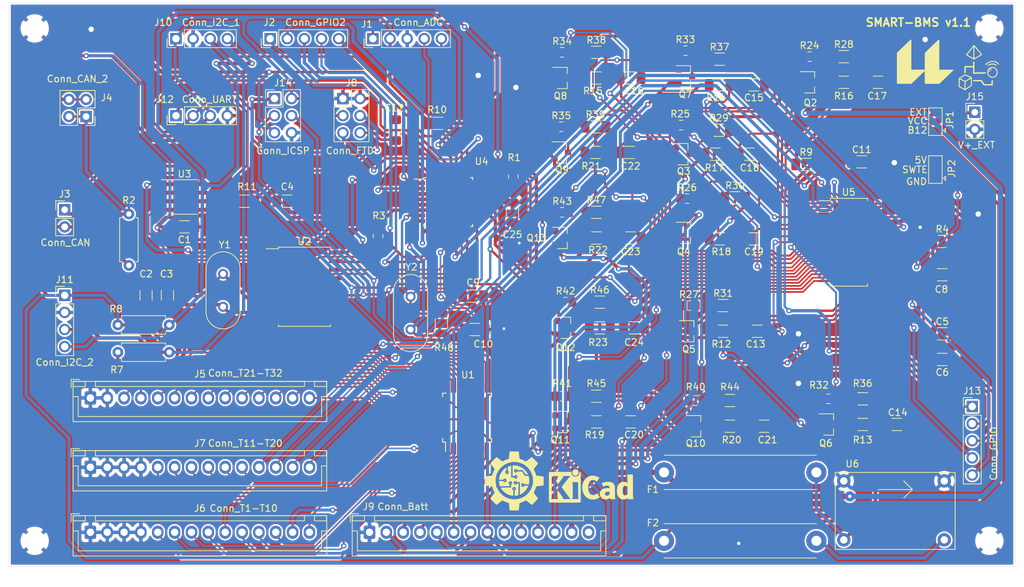
<source format=kicad_pcb>
(kicad_pcb (version 20171130) (host pcbnew "(5.1.9)-1")
  (title_block (title "Nodo BMS ") (date 2021-04-16) (rev v1.1) (company "Universidad de La aguna") (comment 1 "Grupo de Biofísica Acústica y Sensores Distribuidos") (comment 2 "Augusto Samuel Hernández Martín"))
  (layers (0 F.Cu signal) (31 B.Cu signal) (34 B.Paste user) (35 F.Paste user) (36 B.SilkS user) (37 F.SilkS user) (38 B.Mask user) (39 F.Mask user) (44 Edge.Cuts user))
  (net 0 "")
  (net 1 GND)
  (net 2 +5V)
  (net 3 "Net-(C2-Pad1)")
  (net 4 "Net-(C3-Pad1)")
  (net 5 /VREF1)
  (net 6 /VREF2)
  (net 7 "Net-(C9-Pad1)")
  (net 8 "Net-(C10-Pad1)")
  (net 9 /B12)
  (net 10 /RESET)
  (net 11 /RTS)
  (net 12 /C8)
  (net 13 /C9)
  (net 14 /C7)
  (net 15 /C6)
  (net 16 /C5)
  (net 17 /C11)
  (net 18 /C12)
  (net 19 /C10)
  (net 20 /C1)
  (net 21 /C2)
  (net 22 /C4)
  (net 23 /C3)
  (net 24 VCC)
  (net 25 A3)
  (net 26 A2)
  (net 27 A1)
  (net 28 INT1)
  (net 29 D7)
  (net 30 D6)
  (net 31 D5)
  (net 32 D4)
  (net 33 CANH)
  (net 34 CANL)
  (net 35 TX)
  (net 36 /TXD)
  (net 37 /B11)
  (net 38 /B10)
  (net 39 /B9)
  (net 40 /B8)
  (net 41 /B7)
  (net 42 /B6)
  (net 43 /B5)
  (net 44 /B4)
  (net 45 /B3)
  (net 46 /B2)
  (net 47 /B1)
  (net 48 /SCL)
  (net 49 /SDA)
  (net 50 RX)
  (net 51 GPIO5)
  (net 52 GPIO4)
  (net 53 GPIO3)
  (net 54 GPIO2)
  (net 55 GPIO1)
  (net 56 /MOSI)
  (net 57 /SCK)
  (net 58 /MISO)
  (net 59 "Net-(Q2-Pad3)")
  (net 60 "Net-(Q2-Pad1)")
  (net 61 "Net-(Q3-Pad3)")
  (net 62 "Net-(Q3-Pad1)")
  (net 63 "Net-(Q4-Pad3)")
  (net 64 "Net-(Q4-Pad1)")
  (net 65 "Net-(Q5-Pad3)")
  (net 66 "Net-(Q5-Pad1)")
  (net 67 "Net-(Q6-Pad3)")
  (net 68 "Net-(Q6-Pad1)")
  (net 69 "Net-(Q7-Pad3)")
  (net 70 "Net-(Q7-Pad1)")
  (net 71 "Net-(Q8-Pad3)")
  (net 72 "Net-(Q8-Pad1)")
  (net 73 "Net-(Q9-Pad3)")
  (net 74 "Net-(Q9-Pad1)")
  (net 75 "Net-(Q10-Pad3)")
  (net 76 "Net-(Q10-Pad1)")
  (net 77 "Net-(Q11-Pad3)")
  (net 78 "Net-(Q11-Pad1)")
  (net 79 "Net-(Q12-Pad3)")
  (net 80 "Net-(Q12-Pad1)")
  (net 81 "Net-(Q13-Pad3)")
  (net 82 "Net-(Q13-Pad1)")
  (net 83 NTC_ADC)
  (net 84 "Net-(R3-Pad2)")
  (net 85 "Net-(R9-Pad2)")
  (net 86 /SYNC_MUX)
  (net 87 /SS_MCP)
  (net 88 MCP_INT)
  (net 89 RXCAN)
  (net 90 TXCAN)
  (net 91 /SS_LTC)
  (net 92 T32)
  (net 93 T31)
  (net 94 T30)
  (net 95 T29)
  (net 96 T28)
  (net 97 T27)
  (net 98 T26)
  (net 99 T25)
  (net 100 T24)
  (net 101 T23)
  (net 102 T22)
  (net 103 T21)
  (net 104 T10)
  (net 105 T9)
  (net 106 T8)
  (net 107 T7)
  (net 108 T6)
  (net 109 T5)
  (net 110 T4)
  (net 111 T3)
  (net 112 T2)
  (net 113 T1)
  (net 114 T20)
  (net 115 T19)
  (net 116 T18)
  (net 117 T17)
  (net 118 T16)
  (net 119 T15)
  (net 120 T14)
  (net 121 T13)
  (net 122 T12)
  (net 123 T11)
  (net 124 /S12)
  (net 125 /S11)
  (net 126 /S10)
  (net 127 /S9)
  (net 128 /S8)
  (net 129 /S7)
  (net 130 /S6)
  (net 131 /S5)
  (net 132 /S1)
  (net 133 /S2)
  (net 134 /S3)
  (net 135 /S4)
  (net 136 "Net-(F2-Pad2)")
  (net 137 /V+_EXT)
  (net 138 /SWTEN)
  (net 139 "Net-(F1-Pad2)")
  (module MountingHole:MountingHole_3.2mm_M3 (layer F.Cu) (at 219.71 139.954)
    (fp_text reference H2 hide)
    (fp_text value MountingHole)
    (pad 1 np_thru_hole circle (at 0 0) (size 3.2 3.2) (drill 3.2) (layers *.Cu *.Mask) (net 1 GND))
  )
  (module SmartBMS:MP2307 (layer F.Cu) (at 198.12 131.064)
    (fp_text reference U6 (at 1.27 -2.54) (layer F.SilkS))
    (fp_text value MP2307)
    (pad 3 thru_hole circle (at 14.9 8.75) (size 2 2) (drill 1.1) (layers *.Cu *.Mask) (net 136 "Net-(F2-Pad2)"))
    (pad 1 thru_hole circle (at 0 8.75) (size 2 2) (drill 1.1) (layers *.Cu *.Mask) (net 139 "Net-(F1-Pad2)"))
    (pad 4 thru_hole circle (at 14.9 0) (size 2 2) (drill 1.1) (layers *.Cu *.Mask) (net 1 GND))
    (pad 2 thru_hole circle (at 0 0) (size 2 2) (drill 1.1) (layers *.Cu *.Mask) (net 1 GND))
  )
  (module logos_pcb:logo_augusto (layer F.Cu) (at 149.225 131.064)
    (fp_text reference G*** hide)
    (fp_text value LOGO hide)
  )
  (module Connector_PinSocket_2.54mm:PinSocket_2x02_P2.54mm_Vertical (layer F.Cu) (at 85.725 76.962 270)
    (fp_text reference J4 (at -2.794 -3.048 180) (layer F.SilkS))
    (fp_text value Conn_CAN_2 (at -5.588 1.27 180) (layer F.SilkS))
    (pad 4 thru_hole oval (at -2.54 2.54 270) (size 1.7 1.7) (drill 1) (layers *.Cu *.Mask) (net 33 CANH))
    (pad 3 thru_hole oval (at 0 2.54 270) (size 1.7 1.7) (drill 1) (layers *.Cu *.Mask) (net 34 CANL))
    (pad 2 thru_hole oval (at -2.54 0 270) (size 1.7 1.7) (drill 1) (layers *.Cu *.Mask) (net 33 CANH))
    (pad 1 thru_hole rect (at 0 0 270) (size 1.7 1.7) (drill 1) (layers *.Cu *.Mask) (net 34 CANL))
  )
  (module Fuse:Fuseholder_Cylinder-5x20mm_Stelvio-Kontek_PTF78_Horizontal_Open (layer F.Cu) (at 171.45 129.794)
    (fp_text reference F1 (at -1.651 2.54) (layer F.SilkS))
    (fp_text value "fuse 1A")
    (pad 2 thru_hole circle (at 22.6 0) (size 3 3) (drill 1.5) (layers *.Cu *.Mask) (net 139 "Net-(F1-Pad2)"))
    (pad 1 thru_hole circle (at 0 0) (size 3 3) (drill 1.5) (layers *.Cu *.Mask) (net 9 /B12))
  )
  (module Fuse:Fuseholder_Cylinder-5x20mm_Stelvio-Kontek_PTF78_Horizontal_Open (layer F.Cu) (at 171.45 139.954)
    (fp_text reference F2 (at -1.651 -2.667) (layer F.SilkS))
    (fp_text value "fuse 0,5 A")
    (pad 2 thru_hole circle (at 22.6 0) (size 3 3) (drill 1.5) (layers *.Cu *.Mask) (net 136 "Net-(F2-Pad2)"))
    (pad 1 thru_hole circle (at 0 0) (size 3 3) (drill 1.5) (layers *.Cu *.Mask) (net 2 +5V))
  )
  (module SmartBMS:SSOP-48_5.3x12.8mm_P0.5mm (layer F.Cu) (at 198.882 95.631)
    (fp_text reference U5 (at -0.037 -7.437) (layer F.SilkS))
    (fp_text value LTC6804-2)
    (pad 1 smd roundrect (at -3.5 -5.75) (size 1.9 0.3) (layers F.Cu F.Paste F.Mask) (net 85 "Net-(R9-Pad2)"))
    (pad 2 smd roundrect (at -3.5 -5.25) (size 1.9 0.3) (layers F.Cu F.Paste F.Mask) (net 18 /C12))
    (pad 3 smd roundrect (at -3.5 -4.75) (size 1.9 0.3) (layers F.Cu F.Paste F.Mask) (net 124 /S12))
    (pad 4 smd roundrect (at -3.5 -4.25) (size 1.9 0.3) (layers F.Cu F.Paste F.Mask) (net 17 /C11))
    (pad 5 smd roundrect (at -3.5 -3.75) (size 1.9 0.3) (layers F.Cu F.Paste F.Mask) (net 125 /S11))
    (pad 6 smd roundrect (at -3.5 -3.25) (size 1.9 0.3) (layers F.Cu F.Paste F.Mask) (net 19 /C10))
    (pad 7 smd roundrect (at -3.5 -2.75) (size 1.9 0.3) (layers F.Cu F.Paste F.Mask) (net 126 /S10))
    (pad 8 smd roundrect (at -3.5 -2.25) (size 1.9 0.3) (layers F.Cu F.Paste F.Mask) (net 13 /C9))
    (pad 9 smd roundrect (at -3.5 -1.75) (size 1.9 0.3) (layers F.Cu F.Paste F.Mask) (net 127 /S9))
    (pad 10 smd roundrect (at -3.5 -1.25) (size 1.9 0.3) (layers F.Cu F.Paste F.Mask) (net 12 /C8))
    (pad 11 smd roundrect (at -3.5 -0.75) (size 1.9 0.3) (layers F.Cu F.Paste F.Mask) (net 128 /S8))
    (pad 12 smd roundrect (at -3.5 -0.25) (size 1.9 0.3) (layers F.Cu F.Paste F.Mask) (net 14 /C7))
    (pad 13 smd roundrect (at -3.5 0.25) (size 1.9 0.3) (layers F.Cu F.Paste F.Mask) (net 129 /S7))
    (pad 14 smd roundrect (at -3.5 0.75) (size 1.9 0.3) (layers F.Cu F.Paste F.Mask) (net 15 /C6))
    (pad 15 smd roundrect (at -3.5 1.25) (size 1.9 0.3) (layers F.Cu F.Paste F.Mask) (net 130 /S6))
    (pad 16 smd roundrect (at -3.5 1.75) (size 1.9 0.3) (layers F.Cu F.Paste F.Mask) (net 16 /C5))
    (pad 17 smd roundrect (at -3.5 2.25) (size 1.9 0.3) (layers F.Cu F.Paste F.Mask) (net 131 /S5))
    (pad 18 smd roundrect (at -3.5 2.75) (size 1.9 0.3) (layers F.Cu F.Paste F.Mask) (net 22 /C4))
    (pad 19 smd roundrect (at -3.5 3.25) (size 1.9 0.3) (layers F.Cu F.Paste F.Mask) (net 135 /S4))
    (pad 20 smd roundrect (at -3.5 3.75) (size 1.9 0.3) (layers F.Cu F.Paste F.Mask) (net 23 /C3))
    (pad 21 smd roundrect (at -3.5 4.25) (size 1.9 0.3) (layers F.Cu F.Paste F.Mask) (net 134 /S3))
    (pad 22 smd roundrect (at -3.5 4.75) (size 1.9 0.3) (layers F.Cu F.Paste F.Mask) (net 21 /C2))
    (pad 23 smd roundrect (at -3.5 5.25) (size 1.9 0.3) (layers F.Cu F.Paste F.Mask) (net 133 /S2))
    (pad 24 smd roundrect (at -3.5 5.75) (size 1.9 0.3) (layers F.Cu F.Paste F.Mask) (net 20 /C1))
    (pad 25 smd roundrect (at 3.5 5.75) (size 1.9 0.3) (layers F.Cu F.Paste F.Mask) (net 132 /S1))
    (pad 26 smd roundrect (at 3.5 5.25) (size 1.9 0.3) (layers F.Cu F.Paste F.Mask) (net 1 GND))
    (pad 27 smd roundrect (at 3.5 4.75) (size 1.9 0.3) (layers F.Cu F.Paste F.Mask) (net 55 GPIO1))
    (pad 28 smd roundrect (at 3.5 4.25) (size 1.9 0.3) (layers F.Cu F.Paste F.Mask) (net 54 GPIO2))
    (pad 29 smd roundrect (at 3.5 3.75) (size 1.9 0.3) (layers F.Cu F.Paste F.Mask) (net 53 GPIO3))
    (pad 30 smd roundrect (at 3.5 3.25) (size 1.9 0.3) (layers F.Cu F.Paste F.Mask) (net 1 GND))
    (pad 31 smd roundrect (at 3.5 2.75) (size 1.9 0.3) (layers F.Cu F.Paste F.Mask) (net 1 GND))
    (pad 32 smd roundrect (at 3.5 2.25) (size 1.9 0.3) (layers F.Cu F.Paste F.Mask) (net 52 GPIO4))
    (pad 33 smd roundrect (at 3.5 1.75) (size 1.9 0.3) (layers F.Cu F.Paste F.Mask) (net 51 GPIO5))
    (pad 34 smd roundrect (at 3.5 1.25) (size 1.9 0.3) (layers F.Cu F.Paste F.Mask) (net 6 /VREF2))
    (pad 35 smd roundrect (at 3.5 0.75) (size 1.9 0.3) (layers F.Cu F.Paste F.Mask) (net 5 /VREF1))
    (pad 36 smd roundrect (at 3.5 0.25) (size 1.9 0.3) (layers F.Cu F.Paste F.Mask) (net 138 /SWTEN))
    (pad 37 smd roundrect (at 3.5 -0.25) (size 1.9 0.3) (layers F.Cu F.Paste F.Mask) (net 2 +5V))
    (pad 38 smd roundrect (at 3.5 -0.75) (size 1.9 0.3) (layers F.Cu F.Paste F.Mask))
    (pad 39 smd roundrect (at 3.5 -1.25) (size 1.9 0.3) (layers F.Cu F.Paste F.Mask))
    (pad 40 smd roundrect (at 3.5 -1.75) (size 1.9 0.3) (layers F.Cu F.Paste F.Mask) (net 1 GND))
    (pad 41 smd roundrect (at 3.5 -2.25) (size 1.9 0.3) (layers F.Cu F.Paste F.Mask) (net 91 /SS_LTC))
    (pad 42 smd roundrect (at 3.5 -2.75) (size 1.9 0.3) (layers F.Cu F.Paste F.Mask) (net 57 /SCK))
    (pad 43 smd roundrect (at 3.5 -3.25) (size 1.9 0.3) (layers F.Cu F.Paste F.Mask) (net 56 /MOSI))
    (pad 44 smd roundrect (at 3.5 -3.75) (size 1.9 0.3) (layers F.Cu F.Paste F.Mask) (net 58 /MISO))
    (pad 45 smd roundrect (at 3.5 -4.25) (size 1.9 0.3) (layers F.Cu F.Paste F.Mask) (net 1 GND))
    (pad 46 smd roundrect (at 3.5 -4.75) (size 1.9 0.3) (layers F.Cu F.Paste F.Mask) (net 1 GND))
    (pad 47 smd roundrect (at 3.5 -5.25) (size 1.9 0.3) (layers F.Cu F.Paste F.Mask) (net 1 GND))
    (pad 48 smd roundrect (at 3.5 -5.75) (size 1.9 0.3) (layers F.Cu F.Paste F.Mask) (net 1 GND))
  )
  (module Resistor_SMD:R_1206_3216Metric_Pad1.30x1.75mm_HandSolder (layer F.Cu) (at 181.229 119.126)
    (fp_text reference R44 (at 0 -2.032) (layer F.SilkS))
    (fp_text value "10R, 2W")
    (pad 2 smd roundrect (at 1.55 0) (size 1.3 1.75) (layers F.Cu F.Paste F.Mask) (roundrect_rratio 0.192308) (net 1 GND))
    (pad 1 smd roundrect (at -1.55 0) (size 1.3 1.75) (layers F.Cu F.Paste F.Mask) (roundrect_rratio 0.192308) (net 75 "Net-(Q10-Pad3)"))
  )
  (module Resistor_SMD:R_1206_3216Metric_Pad1.30x1.75mm_HandSolder (layer F.Cu) (at 161.925 104.521)
    (fp_text reference R46 (at 0 -1.82) (layer F.SilkS))
    (fp_text value "10R, 2W")
    (pad 2 smd roundrect (at 1.55 0) (size 1.3 1.75) (layers F.Cu F.Paste F.Mask) (roundrect_rratio 0.192308) (net 46 /B2))
    (pad 1 smd roundrect (at -1.55 0) (size 1.3 1.75) (layers F.Cu F.Paste F.Mask) (roundrect_rratio 0.192308) (net 79 "Net-(Q12-Pad3)"))
  )
  (module Resistor_SMD:R_1206_3216Metric_Pad1.30x1.75mm_HandSolder (layer F.Cu) (at 161.417 118.491)
    (fp_text reference R45 (at 0 -1.905) (layer F.SilkS))
    (fp_text value "10R, 2W")
    (pad 2 smd roundrect (at 1.55 0) (size 1.3 1.75) (layers F.Cu F.Paste F.Mask) (roundrect_rratio 0.192308) (net 47 /B1))
    (pad 1 smd roundrect (at -1.55 0) (size 1.3 1.75) (layers F.Cu F.Paste F.Mask) (roundrect_rratio 0.192308) (net 77 "Net-(Q11-Pad3)"))
  )
  (module Resistor_SMD:R_1206_3216Metric_Pad1.30x1.75mm_HandSolder (layer F.Cu) (at 161.29 78.486)
    (fp_text reference R39 (at 0 -1.82) (layer F.SilkS))
    (fp_text value "10R, 2W")
    (pad 2 smd roundrect (at 1.55 0) (size 1.3 1.75) (layers F.Cu F.Paste F.Mask) (roundrect_rratio 0.192308) (net 44 /B4))
    (pad 1 smd roundrect (at -1.55 0) (size 1.3 1.75) (layers F.Cu F.Paste F.Mask) (roundrect_rratio 0.192308) (net 73 "Net-(Q9-Pad3)"))
  )
  (module Resistor_SMD:R_1206_3216Metric_Pad1.30x1.75mm_HandSolder (layer F.Cu) (at 161.417 67.437)
    (fp_text reference R38 (at 0 -1.82) (layer F.SilkS))
    (fp_text value "10R, 2W")
    (pad 2 smd roundrect (at 1.55 0) (size 1.3 1.75) (layers F.Cu F.Paste F.Mask) (roundrect_rratio 0.192308) (net 43 /B5))
    (pad 1 smd roundrect (at -1.55 0) (size 1.3 1.75) (layers F.Cu F.Paste F.Mask) (roundrect_rratio 0.192308) (net 71 "Net-(Q8-Pad3)"))
  )
  (module Resistor_SMD:R_1206_3216Metric_Pad1.30x1.75mm_HandSolder (layer F.Cu) (at 179.705 68.453)
    (fp_text reference R37 (at 0 -1.82) (layer F.SilkS))
    (fp_text value "10R, 2W")
    (pad 2 smd roundrect (at 1.55 0) (size 1.3 1.75) (layers F.Cu F.Paste F.Mask) (roundrect_rratio 0.192308) (net 42 /B6))
    (pad 1 smd roundrect (at -1.55 0) (size 1.3 1.75) (layers F.Cu F.Paste F.Mask) (roundrect_rratio 0.192308) (net 69 "Net-(Q7-Pad3)"))
  )
  (module Resistor_SMD:R_1206_3216Metric_Pad1.30x1.75mm_HandSolder (layer F.Cu) (at 200.914 118.872)
    (fp_text reference R36 (at 0 -2.286) (layer F.SilkS))
    (fp_text value "10R, 2W")
    (pad 2 smd roundrect (at 1.55 0) (size 1.3 1.75) (layers F.Cu F.Paste F.Mask) (roundrect_rratio 0.192308) (net 41 /B7))
    (pad 1 smd roundrect (at -1.55 0) (size 1.3 1.75) (layers F.Cu F.Paste F.Mask) (roundrect_rratio 0.192308) (net 67 "Net-(Q6-Pad3)"))
  )
  (module Resistor_SMD:R_1206_3216Metric_Pad1.30x1.75mm_HandSolder (layer F.Cu) (at 180.213 105.029)
    (fp_text reference R31 (at 0 -1.82) (layer F.SilkS))
    (fp_text value "10R, 2W")
    (pad 2 smd roundrect (at 1.55 0) (size 1.3 1.75) (layers F.Cu F.Paste F.Mask) (roundrect_rratio 0.192308) (net 40 /B8))
    (pad 1 smd roundrect (at -1.55 0) (size 1.3 1.75) (layers F.Cu F.Paste F.Mask) (roundrect_rratio 0.192308) (net 65 "Net-(Q5-Pad3)"))
  )
  (module Resistor_SMD:R_1206_3216Metric_Pad1.30x1.75mm_HandSolder (layer F.Cu) (at 181.991 89.027)
    (fp_text reference R30 (at 0 -1.82) (layer F.SilkS))
    (fp_text value "10R, 2W")
    (pad 2 smd roundrect (at 1.55 0) (size 1.3 1.75) (layers F.Cu F.Paste F.Mask) (roundrect_rratio 0.192308) (net 39 /B9))
    (pad 1 smd roundrect (at -1.55 0) (size 1.3 1.75) (layers F.Cu F.Paste F.Mask) (roundrect_rratio 0.192308) (net 63 "Net-(Q4-Pad3)"))
  )
  (module Resistor_SMD:R_1206_3216Metric_Pad1.30x1.75mm_HandSolder (layer F.Cu) (at 179.578 78.994)
    (fp_text reference R29 (at 0 -1.82) (layer F.SilkS))
    (fp_text value "10R, 2W")
    (pad 2 smd roundrect (at 1.55 0) (size 1.3 1.75) (layers F.Cu F.Paste F.Mask) (roundrect_rratio 0.192308) (net 38 /B10))
    (pad 1 smd roundrect (at -1.55 0) (size 1.3 1.75) (layers F.Cu F.Paste F.Mask) (roundrect_rratio 0.192308) (net 61 "Net-(Q3-Pad3)"))
  )
  (module Resistor_SMD:R_1206_3216Metric_Pad1.30x1.75mm_HandSolder (layer F.Cu) (at 198.12 68.072)
    (fp_text reference R28 (at 0 -1.82) (layer F.SilkS))
    (fp_text value "10R, 2W")
    (pad 2 smd roundrect (at 1.55 0) (size 1.3 1.75) (layers F.Cu F.Paste F.Mask) (roundrect_rratio 0.192308) (net 37 /B11))
    (pad 1 smd roundrect (at -1.55 0) (size 1.3 1.75) (layers F.Cu F.Paste F.Mask) (roundrect_rratio 0.192308) (net 59 "Net-(Q2-Pad3)"))
  )
  (module Resistor_SMD:R_1206_3216Metric_Pad1.30x1.75mm_HandSolder (layer F.Cu) (at 161.925 108.331)
    (fp_text reference R23 (at -0.254 2.159) (layer F.SilkS))
    (fp_text value 100R)
    (pad 2 smd roundrect (at 1.55 0) (size 1.3 1.75) (layers F.Cu F.Paste F.Mask) (roundrect_rratio 0.192308) (net 23 /C3))
    (pad 1 smd roundrect (at -1.55 0) (size 1.3 1.75) (layers F.Cu F.Paste F.Mask) (roundrect_rratio 0.192308) (net 45 /B3))
  )
  (module Resistor_SMD:R_1206_3216Metric_Pad1.30x1.75mm_HandSolder (layer F.Cu) (at 161.417 94.996)
    (fp_text reference R22 (at 0.254 1.778) (layer F.SilkS))
    (fp_text value 100R)
    (pad 2 smd roundrect (at 1.55 0) (size 1.3 1.75) (layers F.Cu F.Paste F.Mask) (roundrect_rratio 0.192308) (net 22 /C4))
    (pad 1 smd roundrect (at -1.55 0) (size 1.3 1.75) (layers F.Cu F.Paste F.Mask) (roundrect_rratio 0.192308) (net 44 /B4))
  )
  (module Resistor_SMD:R_1206_3216Metric_Pad1.30x1.75mm_HandSolder (layer F.Cu) (at 161.29 82.296)
    (fp_text reference R21 (at -0.635 2.032) (layer F.SilkS))
    (fp_text value 100R)
    (pad 2 smd roundrect (at 1.55 0) (size 1.3 1.75) (layers F.Cu F.Paste F.Mask) (roundrect_rratio 0.192308) (net 16 /C5))
    (pad 1 smd roundrect (at -1.55 0) (size 1.3 1.75) (layers F.Cu F.Paste F.Mask) (roundrect_rratio 0.192308) (net 43 /B5))
  )
  (module Resistor_SMD:R_1206_3216Metric_Pad1.30x1.75mm_HandSolder (layer F.Cu) (at 181.229 122.936)
    (fp_text reference R20 (at 0.254 2.032) (layer F.SilkS))
    (fp_text value 100R)
    (pad 2 smd roundrect (at 1.55 0) (size 1.3 1.75) (layers F.Cu F.Paste F.Mask) (roundrect_rratio 0.192308) (net 20 /C1))
    (pad 1 smd roundrect (at -1.55 0) (size 1.3 1.75) (layers F.Cu F.Paste F.Mask) (roundrect_rratio 0.192308) (net 47 /B1))
  )
  (module Resistor_SMD:R_1206_3216Metric_Pad1.30x1.75mm_HandSolder (layer F.Cu) (at 161.417 122.301)
    (fp_text reference R19 (at -0.254 1.905) (layer F.SilkS))
    (fp_text value 100R)
    (pad 2 smd roundrect (at 1.55 0) (size 1.3 1.75) (layers F.Cu F.Paste F.Mask) (roundrect_rratio 0.192308) (net 21 /C2))
    (pad 1 smd roundrect (at -1.55 0) (size 1.3 1.75) (layers F.Cu F.Paste F.Mask) (roundrect_rratio 0.192308) (net 46 /B2))
  )
  (module Resistor_SMD:R_1206_3216Metric_Pad1.30x1.75mm_HandSolder (layer F.Cu) (at 179.705 95.123)
    (fp_text reference R18 (at 0.254 1.905) (layer F.SilkS))
    (fp_text value 100R)
    (pad 2 smd roundrect (at 1.55 0) (size 1.3 1.75) (layers F.Cu F.Paste F.Mask) (roundrect_rratio 0.192308) (net 19 /C10))
    (pad 1 smd roundrect (at -1.55 0) (size 1.3 1.75) (layers F.Cu F.Paste F.Mask) (roundrect_rratio 0.192308) (net 38 /B10))
  )
  (module Resistor_SMD:R_1206_3216Metric_Pad1.30x1.75mm_HandSolder (layer F.Cu) (at 179.07 82.55)
    (fp_text reference R17 (at -0.127 2.032) (layer F.SilkS))
    (fp_text value 100R)
    (pad 2 smd roundrect (at 1.55 0) (size 1.3 1.75) (layers F.Cu F.Paste F.Mask) (roundrect_rratio 0.192308) (net 17 /C11))
    (pad 1 smd roundrect (at -1.55 0) (size 1.3 1.75) (layers F.Cu F.Paste F.Mask) (roundrect_rratio 0.192308) (net 37 /B11))
  )
  (module Resistor_SMD:R_1206_3216Metric_Pad1.30x1.75mm_HandSolder (layer F.Cu) (at 198.12 71.882)
    (fp_text reference R16 (at 0 2.032) (layer F.SilkS))
    (fp_text value 100R)
    (pad 2 smd roundrect (at 1.55 0) (size 1.3 1.75) (layers F.Cu F.Paste F.Mask) (roundrect_rratio 0.192308) (net 18 /C12))
    (pad 1 smd roundrect (at -1.55 0) (size 1.3 1.75) (layers F.Cu F.Paste F.Mask) (roundrect_rratio 0.192308) (net 9 /B12))
  )
  (module Resistor_SMD:R_1206_3216Metric_Pad1.30x1.75mm_HandSolder (layer F.Cu) (at 161.417 71.247)
    (fp_text reference R15 (at -0.508 1.905) (layer F.SilkS))
    (fp_text value 100R)
    (pad 2 smd roundrect (at 1.55 0) (size 1.3 1.75) (layers F.Cu F.Paste F.Mask) (roundrect_rratio 0.192308) (net 15 /C6))
    (pad 1 smd roundrect (at -1.55 0) (size 1.3 1.75) (layers F.Cu F.Paste F.Mask) (roundrect_rratio 0.192308) (net 42 /B6))
  )
  (module Resistor_SMD:R_1206_3216Metric_Pad1.30x1.75mm_HandSolder (layer F.Cu) (at 179.705 72.263)
    (fp_text reference R14 (at -0.508 1.905) (layer F.SilkS))
    (fp_text value 100R)
    (pad 2 smd roundrect (at 1.55 0) (size 1.3 1.75) (layers F.Cu F.Paste F.Mask) (roundrect_rratio 0.192308) (net 14 /C7))
    (pad 1 smd roundrect (at -1.55 0) (size 1.3 1.75) (layers F.Cu F.Paste F.Mask) (roundrect_rratio 0.192308) (net 41 /B7))
  )
  (module Resistor_SMD:R_1206_3216Metric_Pad1.30x1.75mm_HandSolder (layer F.Cu) (at 200.914 122.682)
    (fp_text reference R13 (at 0 2.286) (layer F.SilkS))
    (fp_text value 100R)
    (pad 2 smd roundrect (at 1.55 0) (size 1.3 1.75) (layers F.Cu F.Paste F.Mask) (roundrect_rratio 0.192308) (net 12 /C8))
    (pad 1 smd roundrect (at -1.55 0) (size 1.3 1.75) (layers F.Cu F.Paste F.Mask) (roundrect_rratio 0.192308) (net 40 /B8))
  )
  (module Resistor_SMD:R_1206_3216Metric_Pad1.30x1.75mm_HandSolder (layer F.Cu) (at 180.213 108.839)
    (fp_text reference R12 (at -0.254 1.905) (layer F.SilkS))
    (fp_text value 100R)
    (pad 2 smd roundrect (at 1.55 0) (size 1.3 1.75) (layers F.Cu F.Paste F.Mask) (roundrect_rratio 0.192308) (net 13 /C9))
    (pad 1 smd roundrect (at -1.55 0) (size 1.3 1.75) (layers F.Cu F.Paste F.Mask) (roundrect_rratio 0.192308) (net 39 /B9))
  )
  (module Resistor_SMD:R_1206_3216Metric_Pad1.30x1.75mm_HandSolder (layer F.Cu) (at 109.22 89.535 180)
    (fp_text reference R11 (at -0.381 2.159 180) (layer F.SilkS))
    (fp_text value 1k)
    (pad 2 smd roundrect (at 1.55 0 180) (size 1.3 1.75) (layers F.Cu F.Paste F.Mask) (roundrect_rratio 0.192308) (net 50 RX))
    (pad 1 smd roundrect (at -1.55 0 180) (size 1.3 1.75) (layers F.Cu F.Paste F.Mask) (roundrect_rratio 0.192308) (net 36 /TXD))
  )
  (module Resistor_SMD:R_1206_3216Metric_Pad1.30x1.75mm_HandSolder (layer F.Cu) (at 137.922 77.978)
    (fp_text reference R10 (at -0.127 -2.032) (layer F.SilkS))
    (fp_text value 10k)
    (pad 2 smd roundrect (at 1.55 0) (size 1.3 1.75) (layers F.Cu F.Paste F.Mask) (roundrect_rratio 0.192308) (net 10 /RESET))
    (pad 1 smd roundrect (at -1.55 0) (size 1.3 1.75) (layers F.Cu F.Paste F.Mask) (roundrect_rratio 0.192308) (net 2 +5V))
  )
  (module Resistor_SMD:R_1206_3216Metric_Pad1.30x1.75mm_HandSolder (layer F.Cu) (at 192.532 84.074)
    (fp_text reference R9 (at 0 -1.82) (layer F.SilkS))
    (fp_text value 100R)
    (pad 2 smd roundrect (at 1.55 0) (size 1.3 1.75) (layers F.Cu F.Paste F.Mask) (roundrect_rratio 0.192308) (net 85 "Net-(R9-Pad2)"))
    (pad 1 smd roundrect (at -1.55 0) (size 1.3 1.75) (layers F.Cu F.Paste F.Mask) (roundrect_rratio 0.192308) (net 24 VCC))
  )
  (module Resistor_SMD:R_1206_3216Metric_Pad1.30x1.75mm_HandSolder (layer F.Cu) (at 167.005 108.331)
    (fp_text reference C24 (at 0 2.159) (layer F.SilkS))
    (fp_text value 10n)
    (pad 2 smd roundrect (at 1.55 0) (size 1.3 1.75) (layers F.Cu F.Paste F.Mask) (roundrect_rratio 0.192308) (net 21 /C2))
    (pad 1 smd roundrect (at -1.55 0) (size 1.3 1.75) (layers F.Cu F.Paste F.Mask) (roundrect_rratio 0.192308) (net 23 /C3))
  )
  (module Resistor_SMD:R_1206_3216Metric_Pad1.30x1.75mm_HandSolder (layer F.Cu) (at 166.497 94.996)
    (fp_text reference C23 (at 0 2.032) (layer F.SilkS))
    (fp_text value 10n)
    (pad 2 smd roundrect (at 1.55 0) (size 1.3 1.75) (layers F.Cu F.Paste F.Mask) (roundrect_rratio 0.192308) (net 23 /C3))
    (pad 1 smd roundrect (at -1.55 0) (size 1.3 1.75) (layers F.Cu F.Paste F.Mask) (roundrect_rratio 0.192308) (net 22 /C4))
  )
  (module Resistor_SMD:R_1206_3216Metric_Pad1.30x1.75mm_HandSolder (layer F.Cu) (at 166.37 82.296)
    (fp_text reference C22 (at 0.127 2.032) (layer F.SilkS))
    (fp_text value 10n)
    (pad 2 smd roundrect (at 1.55 0) (size 1.3 1.75) (layers F.Cu F.Paste F.Mask) (roundrect_rratio 0.192308) (net 22 /C4))
    (pad 1 smd roundrect (at -1.55 0) (size 1.3 1.75) (layers F.Cu F.Paste F.Mask) (roundrect_rratio 0.192308) (net 16 /C5))
  )
  (module Resistor_SMD:R_1206_3216Metric_Pad1.30x1.75mm_HandSolder (layer F.Cu) (at 186.309 122.936)
    (fp_text reference C21 (at 0.508 2.032) (layer F.SilkS))
    (fp_text value 10n)
    (pad 2 smd roundrect (at 1.55 0) (size 1.3 1.75) (layers F.Cu F.Paste F.Mask) (roundrect_rratio 0.192308) (net 1 GND))
    (pad 1 smd roundrect (at -1.55 0) (size 1.3 1.75) (layers F.Cu F.Paste F.Mask) (roundrect_rratio 0.192308) (net 20 /C1))
  )
  (module Resistor_SMD:R_1206_3216Metric_Pad1.30x1.75mm_HandSolder (layer F.Cu) (at 166.497 122.301)
    (fp_text reference C20 (at 0.508 1.905) (layer F.SilkS))
    (fp_text value 10n)
    (pad 2 smd roundrect (at 1.55 0) (size 1.3 1.75) (layers F.Cu F.Paste F.Mask) (roundrect_rratio 0.192308) (net 20 /C1))
    (pad 1 smd roundrect (at -1.55 0) (size 1.3 1.75) (layers F.Cu F.Paste F.Mask) (roundrect_rratio 0.192308) (net 21 /C2))
  )
  (module Resistor_SMD:R_1206_3216Metric_Pad1.30x1.75mm_HandSolder (layer F.Cu) (at 184.785 95.123)
    (fp_text reference C19 (at 0 1.905) (layer F.SilkS))
    (fp_text value 10n)
    (pad 2 smd roundrect (at 1.55 0) (size 1.3 1.75) (layers F.Cu F.Paste F.Mask) (roundrect_rratio 0.192308) (net 13 /C9))
    (pad 1 smd roundrect (at -1.55 0) (size 1.3 1.75) (layers F.Cu F.Paste F.Mask) (roundrect_rratio 0.192308) (net 19 /C10))
  )
  (module Resistor_SMD:R_1206_3216Metric_Pad1.30x1.75mm_HandSolder (layer F.Cu) (at 184.15 82.55)
    (fp_text reference C18 (at 0 2.032) (layer F.SilkS))
    (fp_text value 10n)
    (pad 2 smd roundrect (at 1.55 0) (size 1.3 1.75) (layers F.Cu F.Paste F.Mask) (roundrect_rratio 0.192308) (net 19 /C10))
    (pad 1 smd roundrect (at -1.55 0) (size 1.3 1.75) (layers F.Cu F.Paste F.Mask) (roundrect_rratio 0.192308) (net 17 /C11))
  )
  (module Resistor_SMD:R_1206_3216Metric_Pad1.30x1.75mm_HandSolder (layer F.Cu) (at 203.2 71.882)
    (fp_text reference C17 (at -0.127 2.032) (layer F.SilkS))
    (fp_text value 10n)
    (pad 2 smd roundrect (at 1.55 0) (size 1.3 1.75) (layers F.Cu F.Paste F.Mask) (roundrect_rratio 0.192308) (net 17 /C11))
    (pad 1 smd roundrect (at -1.55 0) (size 1.3 1.75) (layers F.Cu F.Paste F.Mask) (roundrect_rratio 0.192308) (net 18 /C12))
  )
  (module Resistor_SMD:R_1206_3216Metric_Pad1.30x1.75mm_HandSolder (layer F.Cu) (at 166.497 71.247)
    (fp_text reference C16 (at 0.508 1.905) (layer F.SilkS))
    (fp_text value 10n)
    (pad 2 smd roundrect (at 1.55 0) (size 1.3 1.75) (layers F.Cu F.Paste F.Mask) (roundrect_rratio 0.192308) (net 16 /C5))
    (pad 1 smd roundrect (at -1.55 0) (size 1.3 1.75) (layers F.Cu F.Paste F.Mask) (roundrect_rratio 0.192308) (net 15 /C6))
  )
  (module Resistor_SMD:R_1206_3216Metric_Pad1.30x1.75mm_HandSolder (layer F.Cu) (at 184.785 72.263)
    (fp_text reference C15 (at 0 1.905) (layer F.SilkS))
    (fp_text value 10n)
    (pad 2 smd roundrect (at 1.55 0) (size 1.3 1.75) (layers F.Cu F.Paste F.Mask) (roundrect_rratio 0.192308) (net 15 /C6))
    (pad 1 smd roundrect (at -1.55 0) (size 1.3 1.75) (layers F.Cu F.Paste F.Mask) (roundrect_rratio 0.192308) (net 14 /C7))
  )
  (module Resistor_SMD:R_1206_3216Metric_Pad1.30x1.75mm_HandSolder (layer F.Cu) (at 205.994 122.682)
    (fp_text reference C14 (at 0.127 -1.778) (layer F.SilkS))
    (fp_text value 10n)
    (pad 2 smd roundrect (at 1.55 0) (size 1.3 1.75) (layers F.Cu F.Paste F.Mask) (roundrect_rratio 0.192308) (net 14 /C7))
    (pad 1 smd roundrect (at -1.55 0) (size 1.3 1.75) (layers F.Cu F.Paste F.Mask) (roundrect_rratio 0.192308) (net 12 /C8))
  )
  (module Resistor_SMD:R_1206_3216Metric_Pad1.30x1.75mm_HandSolder (layer F.Cu) (at 185.293 108.839)
    (fp_text reference C13 (at -0.254 1.905) (layer F.SilkS))
    (fp_text value 10n)
    (pad 2 smd roundrect (at 1.55 0) (size 1.3 1.75) (layers F.Cu F.Paste F.Mask) (roundrect_rratio 0.192308) (net 12 /C8))
    (pad 1 smd roundrect (at -1.55 0) (size 1.3 1.75) (layers F.Cu F.Paste F.Mask) (roundrect_rratio 0.192308) (net 13 /C9))
  )
  (module Resistor_SMD:R_1206_3216Metric_Pad1.30x1.75mm_HandSolder (layer F.Cu) (at 131.572 78.994 90)
    (fp_text reference C12 (at 3.302 -0.127 180) (layer F.SilkS))
    (fp_text value 100nF)
    (pad 2 smd roundrect (at 1.55 0 90) (size 1.3 1.75) (layers F.Cu F.Paste F.Mask) (roundrect_rratio 0.192308) (net 10 /RESET))
    (pad 1 smd roundrect (at -1.55 0 90) (size 1.3 1.75) (layers F.Cu F.Paste F.Mask) (roundrect_rratio 0.192308) (net 11 /RTS))
  )
  (module Resistor_SMD:R_1206_3216Metric_Pad1.30x1.75mm_HandSolder (layer F.Cu) (at 200.787 83.693)
    (fp_text reference C11 (at 0 -1.82) (layer F.SilkS))
    (fp_text value 100n)
    (pad 2 smd roundrect (at 1.55 0) (size 1.3 1.75) (layers F.Cu F.Paste F.Mask) (roundrect_rratio 0.192308) (net 1 GND))
    (pad 1 smd roundrect (at -1.55 0) (size 1.3 1.75) (layers F.Cu F.Paste F.Mask) (roundrect_rratio 0.192308) (net 24 VCC))
  )
  (module Resistor_SMD:R_1206_3216Metric_Pad1.30x1.75mm_HandSolder (layer F.Cu) (at 143.383 108.585)
    (fp_text reference C10 (at 1.27 2.159) (layer F.SilkS))
    (fp_text value 12-22pF)
    (pad 2 smd roundrect (at 1.55 0) (size 1.3 1.75) (layers F.Cu F.Paste F.Mask) (roundrect_rratio 0.192308) (net 1 GND))
    (pad 1 smd roundrect (at -1.55 0) (size 1.3 1.75) (layers F.Cu F.Paste F.Mask) (roundrect_rratio 0.192308) (net 8 "Net-(C10-Pad1)"))
  )
  (module Resistor_SMD:R_1206_3216Metric_Pad1.30x1.75mm_HandSolder (layer F.Cu) (at 143.129 103.632)
    (fp_text reference C9 (at 0 -2.032) (layer F.SilkS))
    (fp_text value "12-22 pF")
    (pad 2 smd roundrect (at 1.55 0) (size 1.3 1.75) (layers F.Cu F.Paste F.Mask) (roundrect_rratio 0.192308) (net 1 GND))
    (pad 1 smd roundrect (at -1.55 0) (size 1.3 1.75) (layers F.Cu F.Paste F.Mask) (roundrect_rratio 0.192308) (net 7 "Net-(C9-Pad1)"))
  )
  (module Resistor_SMD:R_1206_3216Metric_Pad1.30x1.75mm_HandSolder (layer F.Cu) (at 212.725 100.457)
    (fp_text reference C8 (at -0.127 2.159) (layer F.SilkS))
    (fp_text value 1u)
    (pad 2 smd roundrect (at 1.55 0) (size 1.3 1.75) (layers F.Cu F.Paste F.Mask) (roundrect_rratio 0.192308) (net 1 GND))
    (pad 1 smd roundrect (at -1.55 0) (size 1.3 1.75) (layers F.Cu F.Paste F.Mask) (roundrect_rratio 0.192308) (net 2 +5V))
  )
  (module Resistor_SMD:R_1206_3216Metric_Pad1.30x1.75mm_HandSolder (layer F.Cu) (at 212.725 113.03)
    (fp_text reference C6 (at 0 1.905) (layer F.SilkS))
    (fp_text value 1u)
    (pad 2 smd roundrect (at 1.55 0) (size 1.3 1.75) (layers F.Cu F.Paste F.Mask) (roundrect_rratio 0.192308) (net 1 GND))
    (pad 1 smd roundrect (at -1.55 0) (size 1.3 1.75) (layers F.Cu F.Paste F.Mask) (roundrect_rratio 0.192308) (net 6 /VREF2))
  )
  (module Resistor_SMD:R_1206_3216Metric_Pad1.30x1.75mm_HandSolder (layer F.Cu) (at 212.725 109.22)
    (fp_text reference C5 (at 0 -1.82) (layer F.SilkS))
    (fp_text value 1u)
    (pad 2 smd roundrect (at 1.55 0) (size 1.3 1.75) (layers F.Cu F.Paste F.Mask) (roundrect_rratio 0.192308) (net 1 GND))
    (pad 1 smd roundrect (at -1.55 0) (size 1.3 1.75) (layers F.Cu F.Paste F.Mask) (roundrect_rratio 0.192308) (net 5 /VREF1))
  )
  (module Resistor_SMD:R_1206_3216Metric_Pad1.30x1.75mm_HandSolder (layer F.Cu) (at 115.57 89.535)
    (fp_text reference C4 (at 0 -2.159) (layer F.SilkS))
    (fp_text value 100n)
    (pad 2 smd roundrect (at 1.55 0) (size 1.3 1.75) (layers F.Cu F.Paste F.Mask) (roundrect_rratio 0.192308) (net 1 GND))
    (pad 1 smd roundrect (at -1.55 0) (size 1.3 1.75) (layers F.Cu F.Paste F.Mask) (roundrect_rratio 0.192308) (net 2 +5V))
  )
  (module Resistor_SMD:R_1206_3216Metric_Pad1.30x1.75mm_HandSolder (layer F.Cu) (at 97.79 103.505 90)
    (fp_text reference C3 (at 3.175 -0.127 180) (layer F.SilkS))
    (fp_text value 27pF)
    (pad 2 smd roundrect (at 1.55 0 90) (size 1.3 1.75) (layers F.Cu F.Paste F.Mask) (roundrect_rratio 0.192308) (net 1 GND))
    (pad 1 smd roundrect (at -1.55 0 90) (size 1.3 1.75) (layers F.Cu F.Paste F.Mask) (roundrect_rratio 0.192308) (net 4 "Net-(C3-Pad1)"))
  )
  (module Resistor_SMD:R_1206_3216Metric_Pad1.30x1.75mm_HandSolder (layer F.Cu) (at 94.615 103.505 90)
    (fp_text reference C2 (at 3.175 0 180) (layer F.SilkS))
    (fp_text value 27pF)
    (pad 2 smd roundrect (at 1.55 0 90) (size 1.3 1.75) (layers F.Cu F.Paste F.Mask) (roundrect_rratio 0.192308) (net 1 GND))
    (pad 1 smd roundrect (at -1.55 0 90) (size 1.3 1.75) (layers F.Cu F.Paste F.Mask) (roundrect_rratio 0.192308) (net 3 "Net-(C2-Pad1)"))
  )
  (module Resistor_SMD:R_1206_3216Metric_Pad1.30x1.75mm_HandSolder (layer F.Cu) (at 100.33 93.345)
    (fp_text reference C1 (at 0 1.905) (layer F.SilkS))
    (fp_text value 100n)
    (pad 2 smd roundrect (at 1.55 0) (size 1.3 1.75) (layers F.Cu F.Paste F.Mask) (roundrect_rratio 0.192308) (net 1 GND))
    (pad 1 smd roundrect (at -1.55 0) (size 1.3 1.75) (layers F.Cu F.Paste F.Mask) (roundrect_rratio 0.192308) (net 2 +5V))
  )
  (module Resistor_SMD:R_1206_3216Metric_Pad1.30x1.75mm_HandSolder (layer F.Cu) (at 161.417 91.186)
    (fp_text reference R47 (at 0 -1.82) (layer F.SilkS))
    (fp_text value "10R, 2W")
    (pad 2 smd roundrect (at 1.55 0) (size 1.3 1.75) (layers F.Cu F.Paste F.Mask) (roundrect_rratio 0.192308) (net 45 /B3))
    (pad 1 smd roundrect (at -1.55 0) (size 1.3 1.75) (layers F.Cu F.Paste F.Mask) (roundrect_rratio 0.192308) (net 81 "Net-(Q13-Pad3)"))
  )
  (module logos_pcb:logo_grupo (layer F.Cu) (at 217.805 70.104)
    (fp_text reference G*** hide)
    (fp_text value LOGO hide)
  )
  (module logos_pcb:logo_ull (layer F.Cu) (at 210.185 68.834)
    (fp_text reference G*** hide)
    (fp_text value LOGO hide)
  )
  (module Symbol:KiCad-Logo_5mm_SilkScreen (layer F.Cu) (at 160.655 132.334)
    (fp_text reference REF** hide)
    (fp_text value KiCad-Logo_5mm_SilkScreen hide)
  )
  (module Jumper:SolderJumper-3_P1.3mm_Open_Pad1.0x1.5mm (layer F.Cu) (at 211.709 84.836 90)
    (fp_text reference JP2 (at 0.127 2.413 90) (layer F.SilkS))
    (fp_text value Jumper_3_Open)
    (pad 1 smd rect (at -1.3 0 90) (size 1 1.5) (layers F.Cu F.Mask) (net 1 GND))
    (pad 2 smd rect (at 0 0 90) (size 1 1.5) (layers F.Cu F.Mask) (net 138 /SWTEN))
    (pad 3 smd rect (at 1.3 0 90) (size 1 1.5) (layers F.Cu F.Mask) (net 2 +5V))
  )
  (module Jumper:SolderJumper-3_P1.3mm_Open_Pad1.0x1.5mm (layer F.Cu) (at 211.709 77.724 90)
    (fp_text reference JP1 (at 0.254 2.159 90) (layer F.SilkS))
    (fp_text value Jumper_3_Open)
    (pad 1 smd rect (at -1.3 0 90) (size 1 1.5) (layers F.Cu F.Mask) (net 139 "Net-(F1-Pad2)"))
    (pad 2 smd rect (at 0 0 90) (size 1 1.5) (layers F.Cu F.Mask) (net 24 VCC))
    (pad 3 smd rect (at 1.3 0 90) (size 1 1.5) (layers F.Cu F.Mask) (net 137 /V+_EXT))
  )
  (module Resistor_SMD:R_1206_3216Metric_Pad1.42x1.75mm_HandSolder (layer F.Cu) (at 212.725 95.504)
    (fp_text reference R4 (at 0 -1.82) (layer F.SilkS))
    (fp_text value 5k)
    (pad 2 smd roundrect (at 1.4875 0) (size 1.425 1.75) (layers F.Cu F.Paste F.Mask) (roundrect_rratio 0.1754385964912281) (net 58 /MISO))
    (pad 1 smd roundrect (at -1.4875 0) (size 1.425 1.75) (layers F.Cu F.Paste F.Mask) (roundrect_rratio 0.1754385964912281) (net 2 +5V))
  )
  (module SmartBMS:PinHeader_1x02_P2.54mm_Vertical (layer F.Cu) (at 82.55 90.805)
    (fp_text reference J3 (at 0 -2.33) (layer F.SilkS))
    (fp_text value Conn_CAN (at 0.127 4.87) (layer F.SilkS))
    (pad 2 thru_hole oval (at 0 2.54) (size 1.7 1.7) (drill 1) (layers *.Cu *.Mask) (net 33 CANH))
    (pad 1 thru_hole rect (at 0 0) (size 1.7 1.7) (drill 1) (layers *.Cu *.Mask) (net 34 CANL))
  )
  (module SmartBMS:PinHeader_1x05_P2.54mm_Vertical (layer F.Cu) (at 128.27 65.405 90)
    (fp_text reference J1 (at 2.159 -0.889 180) (layer F.SilkS))
    (fp_text value Conn_ADC (at 2.413 6.731 180) (layer F.SilkS))
    (pad 5 thru_hole oval (at 0 10.16 90) (size 1.7 1.7) (drill 1.1) (layers *.Cu *.Mask) (net 25 A3))
    (pad 4 thru_hole oval (at 0 7.62 90) (size 1.7 1.7) (drill 1.1) (layers *.Cu *.Mask) (net 26 A2))
    (pad 3 thru_hole oval (at 0 5.08 90) (size 1.7 1.7) (drill 1.1) (layers *.Cu *.Mask) (net 1 GND))
    (pad 2 thru_hole oval (at 0 2.54 90) (size 1.7 1.7) (drill 1.1) (layers *.Cu *.Mask) (net 2 +5V))
    (pad 1 thru_hole rect (at 0 0 90) (size 1.7 1.7) (drill 1.1) (layers *.Cu *.Mask) (net 27 A1))
  )
  (module SmartBMS:PinHeader_1x02_P2.54mm_Vertical (layer F.Cu) (at 217.551 76.327)
    (fp_text reference J15 (at 0 -2.33) (layer F.SilkS))
    (fp_text value V+_EXT (at 0.254 4.87) (layer F.SilkS))
    (pad 2 thru_hole oval (at 0 2.54) (size 1.7 1.7) (drill 1) (layers *.Cu *.Mask) (net 1 GND))
    (pad 1 thru_hole rect (at 0 0) (size 1.7 1.7) (drill 1) (layers *.Cu *.Mask) (net 137 /V+_EXT))
  )
  (module SmartBMS:PinHeader_1x05_P2.54mm_Vertical (layer F.Cu) (at 217.17 120.015)
    (fp_text reference J13 (at 0 -2.33) (layer F.SilkS))
    (fp_text value Conn_GPIO (at 3.175 6.985 90) (layer F.SilkS))
    (pad 5 thru_hole oval (at 0 10.16) (size 1.7 1.7) (drill 1.1) (layers *.Cu *.Mask) (net 51 GPIO5))
    (pad 4 thru_hole oval (at 0 7.62) (size 1.7 1.7) (drill 1.1) (layers *.Cu *.Mask) (net 52 GPIO4))
    (pad 3 thru_hole oval (at 0 5.08) (size 1.7 1.7) (drill 1.1) (layers *.Cu *.Mask) (net 53 GPIO3))
    (pad 2 thru_hole oval (at 0 2.54) (size 1.7 1.7) (drill 1.1) (layers *.Cu *.Mask) (net 54 GPIO2))
    (pad 1 thru_hole rect (at 0 0) (size 1.7 1.7) (drill 1.1) (layers *.Cu *.Mask) (net 55 GPIO1))
  )
  (module SmartBMS:PinHeader_1x05_P2.54mm_Vertical (layer F.Cu) (at 113.03 65.405 90)
    (fp_text reference J2 (at 2.413 -0.127 180) (layer F.SilkS))
    (fp_text value Conn_GPIO2 (at 2.413 6.731 180) (layer F.SilkS))
    (pad 5 thru_hole oval (at 0 10.16 90) (size 1.7 1.7) (drill 1.1) (layers *.Cu *.Mask) (net 28 INT1))
    (pad 4 thru_hole oval (at 0 7.62 90) (size 1.7 1.7) (drill 1.1) (layers *.Cu *.Mask) (net 29 D7))
    (pad 3 thru_hole oval (at 0 5.08 90) (size 1.7 1.7) (drill 1.1) (layers *.Cu *.Mask) (net 30 D6))
    (pad 2 thru_hole oval (at 0 2.54 90) (size 1.7 1.7) (drill 1.1) (layers *.Cu *.Mask) (net 31 D5))
    (pad 1 thru_hole rect (at 0 0 90) (size 1.7 1.7) (drill 1.1) (layers *.Cu *.Mask) (net 32 D4))
  )
  (module SmartBMS:PinHeader_2x03_P2.54mm_Vertical (layer F.Cu) (at 113.665 74.295)
    (fp_text reference J14 (at 1.27 -2.33) (layer F.SilkS))
    (fp_text value Conn_ICSP (at 1.27 7.747) (layer F.SilkS))
    (pad 6 thru_hole oval (at 2.54 5.08) (size 1.7 1.7) (drill 1.1) (layers *.Cu *.Mask) (net 1 GND))
    (pad 5 thru_hole oval (at 0 5.08) (size 1.7 1.7) (drill 1.1) (layers *.Cu *.Mask) (net 10 /RESET))
    (pad 4 thru_hole oval (at 2.54 2.54) (size 1.7 1.7) (drill 1.1) (layers *.Cu *.Mask) (net 56 /MOSI))
    (pad 3 thru_hole oval (at 0 2.54) (size 1.7 1.7) (drill 1.1) (layers *.Cu *.Mask) (net 57 /SCK))
    (pad 2 thru_hole oval (at 2.54 0) (size 1.7 1.7) (drill 1.1) (layers *.Cu *.Mask) (net 2 +5V))
    (pad 1 thru_hole rect (at 0 0) (size 1.7 1.7) (drill 1.1) (layers *.Cu *.Mask) (net 58 /MISO))
  )
  (module SmartBMS:PinHeader_2x03_P2.54mm_Vertical (layer F.Cu) (at 123.825 74.295)
    (fp_text reference J8 (at 1.27 -2.33) (layer F.SilkS))
    (fp_text value Conn_FTDI (at 1.27 7.747) (layer F.SilkS))
    (pad 6 thru_hole oval (at 2.54 5.08) (size 1.7 1.7) (drill 1.1) (layers *.Cu *.Mask) (net 11 /RTS))
    (pad 5 thru_hole oval (at 0 5.08) (size 1.7 1.7) (drill 1.1) (layers *.Cu *.Mask) (net 35 TX))
    (pad 4 thru_hole oval (at 2.54 2.54) (size 1.7 1.7) (drill 1.1) (layers *.Cu *.Mask) (net 36 /TXD))
    (pad 3 thru_hole oval (at 0 2.54) (size 1.7 1.7) (drill 1.1) (layers *.Cu *.Mask) (net 2 +5V))
    (pad 2 thru_hole oval (at 2.54 0) (size 1.7 1.7) (drill 1.1) (layers *.Cu *.Mask) (net 1 GND))
    (pad 1 thru_hole rect (at 0 0) (size 1.7 1.7) (drill 1.1) (layers *.Cu *.Mask) (net 1 GND))
  )
  (module SmartBMS:PinHeader_1x04_P2.54mm_Vertical (layer F.Cu) (at 82.55 103.505)
    (fp_text reference J11 (at 0 -2.33) (layer F.SilkS))
    (fp_text value Conn_I2C_2 (at 0 9.95) (layer F.SilkS))
    (pad 4 thru_hole oval (at 0 7.62) (size 1.7 1.7) (drill 1.1) (layers *.Cu *.Mask) (net 48 /SCL))
    (pad 3 thru_hole oval (at 0 5.08) (size 1.7 1.7) (drill 1.1) (layers *.Cu *.Mask) (net 49 /SDA))
    (pad 2 thru_hole oval (at 0 2.54) (size 1.7 1.7) (drill 1.1) (layers *.Cu *.Mask) (net 1 GND))
    (pad 1 thru_hole rect (at 0 0) (size 1.7 1.7) (drill 1.1) (layers *.Cu *.Mask) (net 2 +5V))
  )
  (module SmartBMS:PinHeader_1x04_P2.54mm_Vertical (layer F.Cu) (at 99.06 76.835 90)
    (fp_text reference J12 (at 2.413 -1.651 180) (layer F.SilkS))
    (fp_text value Conn_UART (at 2.413 4.953 180) (layer F.SilkS))
    (pad 4 thru_hole oval (at 0 7.62 90) (size 1.7 1.7) (drill 1.1) (layers *.Cu *.Mask) (net 1 GND))
    (pad 3 thru_hole oval (at 0 5.08 90) (size 1.7 1.7) (drill 1.1) (layers *.Cu *.Mask) (net 2 +5V))
    (pad 2 thru_hole oval (at 0 2.54 90) (size 1.7 1.7) (drill 1.1) (layers *.Cu *.Mask) (net 50 RX))
    (pad 1 thru_hole rect (at 0 0 90) (size 1.7 1.7) (drill 1.1) (layers *.Cu *.Mask) (net 35 TX))
  )
  (module SmartBMS:PinHeader_1x04_P2.54mm_Vertical (layer F.Cu) (at 99.06 65.405 90)
    (fp_text reference J10 (at 2.413 -1.905 180) (layer F.SilkS))
    (fp_text value Conn_I2C_1 (at 2.413 5.207 180) (layer F.SilkS))
    (pad 4 thru_hole oval (at 0 7.62 90) (size 1.7 1.7) (drill 1.1) (layers *.Cu *.Mask) (net 48 /SCL))
    (pad 3 thru_hole oval (at 0 5.08 90) (size 1.7 1.7) (drill 1.1) (layers *.Cu *.Mask) (net 49 /SDA))
    (pad 2 thru_hole oval (at 0 2.54 90) (size 1.7 1.7) (drill 1.1) (layers *.Cu *.Mask) (net 1 GND))
    (pad 1 thru_hole rect (at 0 0 90) (size 1.7 1.7) (drill 1.1) (layers *.Cu *.Mask) (net 2 +5V))
  )
  (module SmartBMS:JST_XH_B14B-XH-A_1x14_P2.50mm_Vertical (layer F.Cu) (at 127.762 138.684)
    (fp_text reference J9 (at -0.127 -3.81) (layer F.SilkS))
    (fp_text value Conn_Batt (at 4.953 -3.81) (layer F.SilkS))
    (pad 14 thru_hole oval (at 32.5 0) (size 1.7 1.95) (drill 1.1) (layers *.Cu *.Mask))
    (pad 13 thru_hole oval (at 30 0) (size 1.7 1.95) (drill 1.1) (layers *.Cu *.Mask) (net 9 /B12))
    (pad 12 thru_hole oval (at 27.5 0) (size 1.7 1.95) (drill 1.1) (layers *.Cu *.Mask) (net 37 /B11))
    (pad 11 thru_hole oval (at 25 0) (size 1.7 1.95) (drill 1.1) (layers *.Cu *.Mask) (net 38 /B10))
    (pad 10 thru_hole oval (at 22.5 0) (size 1.7 1.95) (drill 1.1) (layers *.Cu *.Mask) (net 39 /B9))
    (pad 9 thru_hole oval (at 20 0) (size 1.7 1.95) (drill 1.1) (layers *.Cu *.Mask) (net 40 /B8))
    (pad 8 thru_hole oval (at 17.5 0) (size 1.7 1.95) (drill 1.1) (layers *.Cu *.Mask) (net 41 /B7))
    (pad 7 thru_hole oval (at 15 0) (size 1.7 1.95) (drill 1.1) (layers *.Cu *.Mask) (net 42 /B6))
    (pad 6 thru_hole oval (at 12.5 0) (size 1.7 1.95) (drill 1.1) (layers *.Cu *.Mask) (net 43 /B5))
    (pad 5 thru_hole oval (at 10 0) (size 1.7 1.95) (drill 1.1) (layers *.Cu *.Mask) (net 44 /B4))
    (pad 4 thru_hole oval (at 7.5 0) (size 1.7 1.95) (drill 1.1) (layers *.Cu *.Mask) (net 45 /B3))
    (pad 3 thru_hole oval (at 5 0) (size 1.7 1.95) (drill 1.1) (layers *.Cu *.Mask) (net 46 /B2))
    (pad 2 thru_hole oval (at 2.5 0) (size 1.7 1.95) (drill 1.1) (layers *.Cu *.Mask) (net 47 /B1))
    (pad 1 thru_hole roundrect (at 0 0) (size 1.7 1.95) (drill 1.1) (layers *.Cu *.Mask) (roundrect_rratio 0.147) (net 1 GND))
  )
  (module SmartBMS:JST_XH_B14B-XH-A_1x14_P2.50mm_Vertical (layer F.Cu) (at 86.36 129.032)
    (fp_text reference J7 (at 16.25 -3.55) (layer F.SilkS))
    (fp_text value Conn_T11-T20 (at 22.987 -3.556) (layer F.SilkS))
    (pad 14 thru_hole oval (at 32.5 0) (size 1.7 1.95) (drill 1.1) (layers *.Cu *.Mask) (net 114 T20))
    (pad 13 thru_hole oval (at 30 0) (size 1.7 1.95) (drill 1.1) (layers *.Cu *.Mask) (net 115 T19))
    (pad 12 thru_hole oval (at 27.5 0) (size 1.7 1.95) (drill 1.1) (layers *.Cu *.Mask) (net 116 T18))
    (pad 11 thru_hole oval (at 25 0) (size 1.7 1.95) (drill 1.1) (layers *.Cu *.Mask) (net 117 T17))
    (pad 10 thru_hole oval (at 22.5 0) (size 1.7 1.95) (drill 1.1) (layers *.Cu *.Mask) (net 118 T16))
    (pad 9 thru_hole oval (at 20 0) (size 1.7 1.95) (drill 1.1) (layers *.Cu *.Mask) (net 119 T15))
    (pad 8 thru_hole oval (at 17.5 0) (size 1.7 1.95) (drill 1.1) (layers *.Cu *.Mask) (net 120 T14))
    (pad 7 thru_hole oval (at 15 0) (size 1.7 1.95) (drill 1.1) (layers *.Cu *.Mask) (net 121 T13))
    (pad 6 thru_hole oval (at 12.5 0) (size 1.7 1.95) (drill 1.1) (layers *.Cu *.Mask) (net 122 T12))
    (pad 5 thru_hole oval (at 10 0) (size 1.7 1.95) (drill 1.1) (layers *.Cu *.Mask) (net 123 T11))
    (pad 4 thru_hole oval (at 7.5 0) (size 1.7 1.95) (drill 1.1) (layers *.Cu *.Mask) (net 1 GND))
    (pad 3 thru_hole oval (at 5 0) (size 1.7 1.95) (drill 1.1) (layers *.Cu *.Mask) (net 1 GND))
    (pad 2 thru_hole oval (at 2.5 0) (size 1.7 1.95) (drill 1.1) (layers *.Cu *.Mask) (net 1 GND))
    (pad 1 thru_hole roundrect (at 0 0) (size 1.7 1.95) (drill 1.1) (layers *.Cu *.Mask) (roundrect_rratio 0.147) (net 1 GND))
  )
  (module SmartBMS:JST_XH_B14B-XH-A_1x14_P2.50mm_Vertical (layer F.Cu) (at 86.36 138.684)
    (fp_text reference J6 (at 16.25 -3.55) (layer F.SilkS))
    (fp_text value Conn_T1-T10 (at 22.733 -3.556) (layer F.SilkS))
    (pad 14 thru_hole oval (at 32.5 0) (size 1.7 1.95) (drill 1.1) (layers *.Cu *.Mask) (net 104 T10))
    (pad 13 thru_hole oval (at 30 0) (size 1.7 1.95) (drill 1.1) (layers *.Cu *.Mask) (net 105 T9))
    (pad 12 thru_hole oval (at 27.5 0) (size 1.7 1.95) (drill 1.1) (layers *.Cu *.Mask) (net 106 T8))
    (pad 11 thru_hole oval (at 25 0) (size 1.7 1.95) (drill 1.1) (layers *.Cu *.Mask) (net 107 T7))
    (pad 10 thru_hole oval (at 22.5 0) (size 1.7 1.95) (drill 1.1) (layers *.Cu *.Mask) (net 108 T6))
    (pad 9 thru_hole oval (at 20 0) (size 1.7 1.95) (drill 1.1) (layers *.Cu *.Mask) (net 109 T5))
    (pad 8 thru_hole oval (at 17.5 0) (size 1.7 1.95) (drill 1.1) (layers *.Cu *.Mask) (net 110 T4))
    (pad 7 thru_hole oval (at 15 0) (size 1.7 1.95) (drill 1.1) (layers *.Cu *.Mask) (net 111 T3))
    (pad 6 thru_hole oval (at 12.5 0) (size 1.7 1.95) (drill 1.1) (layers *.Cu *.Mask) (net 112 T2))
    (pad 5 thru_hole oval (at 10 0) (size 1.7 1.95) (drill 1.1) (layers *.Cu *.Mask) (net 113 T1))
    (pad 4 thru_hole oval (at 7.5 0) (size 1.7 1.95) (drill 1.1) (layers *.Cu *.Mask) (net 1 GND))
    (pad 3 thru_hole oval (at 5 0) (size 1.7 1.95) (drill 1.1) (layers *.Cu *.Mask) (net 1 GND))
    (pad 2 thru_hole oval (at 2.5 0) (size 1.7 1.95) (drill 1.1) (layers *.Cu *.Mask) (net 1 GND))
    (pad 1 thru_hole roundrect (at 0 0) (size 1.7 1.95) (drill 1.1) (layers *.Cu *.Mask) (roundrect_rratio 0.147) (net 1 GND))
  )
  (module SmartBMS:JST_XH_B14B-XH-A_1x14_P2.50mm_Vertical (layer F.Cu) (at 86.36 118.745)
    (fp_text reference J5 (at 16.25 -3.55) (layer F.SilkS))
    (fp_text value Conn_T21-T32 (at 22.987 -3.683) (layer F.SilkS))
    (pad 14 thru_hole oval (at 32.5 0) (size 1.7 1.95) (drill 1.1) (layers *.Cu *.Mask) (net 92 T32))
    (pad 13 thru_hole oval (at 30 0) (size 1.7 1.95) (drill 1.1) (layers *.Cu *.Mask) (net 93 T31))
    (pad 12 thru_hole oval (at 27.5 0) (size 1.7 1.95) (drill 1.1) (layers *.Cu *.Mask) (net 94 T30))
    (pad 11 thru_hole oval (at 25 0) (size 1.7 1.95) (drill 1.1) (layers *.Cu *.Mask) (net 95 T29))
    (pad 10 thru_hole oval (at 22.5 0) (size 1.7 1.95) (drill 1.1) (layers *.Cu *.Mask) (net 96 T28))
    (pad 9 thru_hole oval (at 20 0) (size 1.7 1.95) (drill 1.1) (layers *.Cu *.Mask) (net 97 T27))
    (pad 8 thru_hole oval (at 17.5 0) (size 1.7 1.95) (drill 1.1) (layers *.Cu *.Mask) (net 98 T26))
    (pad 7 thru_hole oval (at 15 0) (size 1.7 1.95) (drill 1.1) (layers *.Cu *.Mask) (net 99 T25))
    (pad 6 thru_hole oval (at 12.5 0) (size 1.7 1.95) (drill 1.1) (layers *.Cu *.Mask) (net 100 T24))
    (pad 5 thru_hole oval (at 10 0) (size 1.7 1.95) (drill 1.1) (layers *.Cu *.Mask) (net 101 T23))
    (pad 4 thru_hole oval (at 7.5 0) (size 1.7 1.95) (drill 1.1) (layers *.Cu *.Mask) (net 102 T22))
    (pad 3 thru_hole oval (at 5 0) (size 1.7 1.95) (drill 1.1) (layers *.Cu *.Mask) (net 103 T21))
    (pad 2 thru_hole oval (at 2.5 0) (size 1.7 1.95) (drill 1.1) (layers *.Cu *.Mask) (net 1 GND))
    (pad 1 thru_hole roundrect (at 0 0) (size 1.7 1.95) (drill 1.1) (layers *.Cu *.Mask) (roundrect_rratio 0.147) (net 1 GND))
  )
  (module Resistor_SMD:R_1206_3216Metric (layer F.Cu) (at 148.971 91.186 90)
    (fp_text reference C25 (at -3.302 0 180) (layer F.SilkS))
    (fp_text value 100nF)
    (pad 2 smd roundrect (at 1.4625 0 90) (size 1.125 1.75) (layers F.Cu F.Paste F.Mask) (roundrect_rratio 0.2222195555555556) (net 1 GND))
    (pad 1 smd roundrect (at -1.4625 0 90) (size 1.125 1.75) (layers F.Cu F.Paste F.Mask) (roundrect_rratio 0.2222195555555556) (net 2 +5V))
  )
  (module Resistor_SMD:R_1206_3216Metric (layer F.Cu) (at 138.43 107.696 270)
    (fp_text reference R48 (at 3.556 -0.381 180) (layer F.SilkS))
    (fp_text value 1M)
    (pad 2 smd roundrect (at 1.4625 0 270) (size 1.125 1.75) (layers F.Cu F.Paste F.Mask) (roundrect_rratio 0.2222195555555556) (net 8 "Net-(C10-Pad1)"))
    (pad 1 smd roundrect (at -1.4625 0 270) (size 1.125 1.75) (layers F.Cu F.Paste F.Mask) (roundrect_rratio 0.2222195555555556) (net 7 "Net-(C9-Pad1)"))
  )
  (module Package_TO_SOT_SMD:SOT-23 (layer F.Cu) (at 174.625 94.234)
    (fp_text reference Q4 (at -0.254 2.794) (layer F.SilkS))
    (fp_text value BSS308PE)
    (pad 3 smd rect (at 1 0) (size 0.9 0.8) (layers F.Cu F.Paste F.Mask) (net 63 "Net-(Q4-Pad3)"))
    (pad 2 smd rect (at -1 0.95) (size 0.9 0.8) (layers F.Cu F.Paste F.Mask) (net 38 /B10))
    (pad 1 smd rect (at -1 -0.95) (size 0.9 0.8) (layers F.Cu F.Paste F.Mask) (net 64 "Net-(Q4-Pad1)"))
  )
  (module SmartBMS:TQFP-32_7x7mm_P0.8mm (layer F.Cu) (at 139.446 89.662)
    (fp_text reference U4 (at 4.953 -6.05) (layer F.SilkS))
    (fp_text value ATmega328P-PU)
    (pad 32 smd rect (at -2.8 -4.25 90) (size 1.6 0.55) (layers F.Cu F.Paste F.Mask) (net 88 MCP_INT))
    (pad 31 smd rect (at -2 -4.25 90) (size 1.6 0.55) (layers F.Cu F.Paste F.Mask) (net 35 TX))
    (pad 30 smd rect (at -1.2 -4.25 90) (size 1.6 0.55) (layers F.Cu F.Paste F.Mask) (net 50 RX))
    (pad 29 smd rect (at -0.4 -4.25 90) (size 1.6 0.55) (layers F.Cu F.Paste F.Mask) (net 10 /RESET))
    (pad 28 smd rect (at 0.4 -4.25 90) (size 1.6 0.55) (layers F.Cu F.Paste F.Mask) (net 48 /SCL))
    (pad 27 smd rect (at 1.2 -4.25 90) (size 1.6 0.55) (layers F.Cu F.Paste F.Mask) (net 49 /SDA))
    (pad 26 smd rect (at 2 -4.25 90) (size 1.6 0.55) (layers F.Cu F.Paste F.Mask) (net 25 A3))
    (pad 25 smd rect (at 2.8 -4.25 90) (size 1.6 0.55) (layers F.Cu F.Paste F.Mask) (net 26 A2))
    (pad 24 smd rect (at 4.25 -2.8) (size 1.6 0.55) (layers F.Cu F.Paste F.Mask) (net 27 A1))
    (pad 23 smd rect (at 4.25 -2) (size 1.6 0.55) (layers F.Cu F.Paste F.Mask) (net 83 NTC_ADC))
    (pad 22 smd rect (at 4.25 -1.2) (size 1.6 0.55) (layers F.Cu F.Paste F.Mask))
    (pad 21 smd rect (at 4.25 -0.4) (size 1.6 0.55) (layers F.Cu F.Paste F.Mask) (net 1 GND))
    (pad 20 smd rect (at 4.25 0.4) (size 1.6 0.55) (layers F.Cu F.Paste F.Mask) (net 2 +5V))
    (pad 19 smd rect (at 4.25 1.2) (size 1.6 0.55) (layers F.Cu F.Paste F.Mask))
    (pad 18 smd rect (at 4.25 2) (size 1.6 0.55) (layers F.Cu F.Paste F.Mask) (net 2 +5V))
    (pad 17 smd rect (at 4.25 2.8) (size 1.6 0.55) (layers F.Cu F.Paste F.Mask) (net 57 /SCK))
    (pad 16 smd rect (at 2.8 4.25 90) (size 1.6 0.55) (layers F.Cu F.Paste F.Mask) (net 58 /MISO))
    (pad 15 smd rect (at 2 4.25 90) (size 1.6 0.55) (layers F.Cu F.Paste F.Mask) (net 56 /MOSI))
    (pad 14 smd rect (at 1.2 4.25 90) (size 1.6 0.55) (layers F.Cu F.Paste F.Mask) (net 91 /SS_LTC))
    (pad 13 smd rect (at 0.4 4.25 90) (size 1.6 0.55) (layers F.Cu F.Paste F.Mask) (net 87 /SS_MCP))
    (pad 12 smd rect (at -0.4 4.25 90) (size 1.6 0.55) (layers F.Cu F.Paste F.Mask) (net 86 /SYNC_MUX))
    (pad 11 smd rect (at -1.2 4.25 90) (size 1.6 0.55) (layers F.Cu F.Paste F.Mask) (net 29 D7))
    (pad 10 smd rect (at -2 4.25 90) (size 1.6 0.55) (layers F.Cu F.Paste F.Mask) (net 30 D6))
    (pad 9 smd rect (at -2.8 4.25 90) (size 1.6 0.55) (layers F.Cu F.Paste F.Mask) (net 31 D5))
    (pad 8 smd rect (at -4.25 2.8) (size 1.6 0.55) (layers F.Cu F.Paste F.Mask) (net 8 "Net-(C10-Pad1)"))
    (pad 7 smd rect (at -4.25 2) (size 1.6 0.55) (layers F.Cu F.Paste F.Mask) (net 7 "Net-(C9-Pad1)"))
    (pad 6 smd rect (at -4.25 1.2) (size 1.6 0.55) (layers F.Cu F.Paste F.Mask) (net 2 +5V))
    (pad 5 smd rect (at -4.25 0.4) (size 1.6 0.55) (layers F.Cu F.Paste F.Mask) (net 1 GND))
    (pad 4 smd rect (at -4.25 -0.4) (size 1.6 0.55) (layers F.Cu F.Paste F.Mask) (net 2 +5V))
    (pad 3 smd rect (at -4.25 -1.2) (size 1.6 0.55) (layers F.Cu F.Paste F.Mask) (net 1 GND))
    (pad 2 smd rect (at -4.25 -2) (size 1.6 0.55) (layers F.Cu F.Paste F.Mask) (net 32 D4))
    (pad 1 smd rect (at -4.25 -2.8) (size 1.6 0.55) (layers F.Cu F.Paste F.Mask) (net 28 INT1))
  )
  (module Package_QFP:TQFP-48_7x7mm_P0.5mm (layer F.Cu) (at 142.24 121.666 90)
    (fp_text reference U1 (at 6.35 0.127 180) (layer F.SilkS))
    (fp_text value ADG731)
    (pad 48 smd rect (at -2.75 -4.35 180) (size 1.3 0.25) (layers F.Cu F.Paste F.Mask) (net 121 T13))
    (pad 47 smd rect (at -2.25 -4.35 180) (size 1.3 0.25) (layers F.Cu F.Paste F.Mask) (net 120 T14))
    (pad 46 smd rect (at -1.75 -4.35 180) (size 1.3 0.25) (layers F.Cu F.Paste F.Mask) (net 119 T15))
    (pad 45 smd rect (at -1.25 -4.35 180) (size 1.3 0.25) (layers F.Cu F.Paste F.Mask) (net 118 T16))
    (pad 44 smd rect (at -0.75 -4.35 180) (size 1.3 0.25) (layers F.Cu F.Paste F.Mask))
    (pad 43 smd rect (at -0.25 -4.35 180) (size 1.3 0.25) (layers F.Cu F.Paste F.Mask) (net 83 NTC_ADC))
    (pad 42 smd rect (at 0.25 -4.35 180) (size 1.3 0.25) (layers F.Cu F.Paste F.Mask))
    (pad 41 smd rect (at 0.75 -4.35 180) (size 1.3 0.25) (layers F.Cu F.Paste F.Mask))
    (pad 40 smd rect (at 1.25 -4.35 180) (size 1.3 0.25) (layers F.Cu F.Paste F.Mask) (net 92 T32))
    (pad 39 smd rect (at 1.75 -4.35 180) (size 1.3 0.25) (layers F.Cu F.Paste F.Mask) (net 93 T31))
    (pad 38 smd rect (at 2.25 -4.35 180) (size 1.3 0.25) (layers F.Cu F.Paste F.Mask) (net 94 T30))
    (pad 37 smd rect (at 2.75 -4.35 180) (size 1.3 0.25) (layers F.Cu F.Paste F.Mask) (net 95 T29))
    (pad 36 smd rect (at 4.35 -2.75 90) (size 1.3 0.25) (layers F.Cu F.Paste F.Mask) (net 96 T28))
    (pad 35 smd rect (at 4.35 -2.25 90) (size 1.3 0.25) (layers F.Cu F.Paste F.Mask) (net 97 T27))
    (pad 34 smd rect (at 4.35 -1.75 90) (size 1.3 0.25) (layers F.Cu F.Paste F.Mask) (net 98 T26))
    (pad 33 smd rect (at 4.35 -1.25 90) (size 1.3 0.25) (layers F.Cu F.Paste F.Mask) (net 99 T25))
    (pad 32 smd rect (at 4.35 -0.75 90) (size 1.3 0.25) (layers F.Cu F.Paste F.Mask) (net 100 T24))
    (pad 31 smd rect (at 4.35 -0.25 90) (size 1.3 0.25) (layers F.Cu F.Paste F.Mask) (net 101 T23))
    (pad 30 smd rect (at 4.35 0.25 90) (size 1.3 0.25) (layers F.Cu F.Paste F.Mask) (net 102 T22))
    (pad 29 smd rect (at 4.35 0.75 90) (size 1.3 0.25) (layers F.Cu F.Paste F.Mask) (net 103 T21))
    (pad 28 smd rect (at 4.35 1.25 90) (size 1.3 0.25) (layers F.Cu F.Paste F.Mask) (net 114 T20))
    (pad 27 smd rect (at 4.35 1.75 90) (size 1.3 0.25) (layers F.Cu F.Paste F.Mask) (net 115 T19))
    (pad 26 smd rect (at 4.35 2.25 90) (size 1.3 0.25) (layers F.Cu F.Paste F.Mask) (net 116 T18))
    (pad 25 smd rect (at 4.35 2.75 90) (size 1.3 0.25) (layers F.Cu F.Paste F.Mask) (net 117 T17))
    (pad 24 smd rect (at 2.75 4.35 180) (size 1.3 0.25) (layers F.Cu F.Paste F.Mask) (net 1 GND))
    (pad 23 smd rect (at 2.25 4.35 180) (size 1.3 0.25) (layers F.Cu F.Paste F.Mask) (net 1 GND))
    (pad 22 smd rect (at 1.75 4.35 180) (size 1.3 0.25) (layers F.Cu F.Paste F.Mask))
    (pad 21 smd rect (at 1.25 4.35 180) (size 1.3 0.25) (layers F.Cu F.Paste F.Mask))
    (pad 20 smd rect (at 0.75 4.35 180) (size 1.3 0.25) (layers F.Cu F.Paste F.Mask))
    (pad 19 smd rect (at 0.25 4.35 180) (size 1.3 0.25) (layers F.Cu F.Paste F.Mask) (net 57 /SCK))
    (pad 18 smd rect (at -0.25 4.35 180) (size 1.3 0.25) (layers F.Cu F.Paste F.Mask) (net 56 /MOSI))
    (pad 17 smd rect (at -0.75 4.35 180) (size 1.3 0.25) (layers F.Cu F.Paste F.Mask) (net 86 /SYNC_MUX))
    (pad 16 smd rect (at -1.25 4.35 180) (size 1.3 0.25) (layers F.Cu F.Paste F.Mask))
    (pad 15 smd rect (at -1.75 4.35 180) (size 1.3 0.25) (layers F.Cu F.Paste F.Mask))
    (pad 14 smd rect (at -2.25 4.35 180) (size 1.3 0.25) (layers F.Cu F.Paste F.Mask) (net 2 +5V))
    (pad 13 smd rect (at -2.75 4.35 180) (size 1.3 0.25) (layers F.Cu F.Paste F.Mask) (net 2 +5V))
    (pad 12 smd rect (at -4.35 2.75 90) (size 1.3 0.25) (layers F.Cu F.Paste F.Mask) (net 113 T1))
    (pad 11 smd rect (at -4.35 2.25 90) (size 1.3 0.25) (layers F.Cu F.Paste F.Mask) (net 112 T2))
    (pad 10 smd rect (at -4.35 1.75 90) (size 1.3 0.25) (layers F.Cu F.Paste F.Mask) (net 111 T3))
    (pad 9 smd rect (at -4.35 1.25 90) (size 1.3 0.25) (layers F.Cu F.Paste F.Mask) (net 110 T4))
    (pad 8 smd rect (at -4.35 0.75 90) (size 1.3 0.25) (layers F.Cu F.Paste F.Mask) (net 109 T5))
    (pad 7 smd rect (at -4.35 0.25 90) (size 1.3 0.25) (layers F.Cu F.Paste F.Mask) (net 108 T6))
    (pad 6 smd rect (at -4.35 -0.25 90) (size 1.3 0.25) (layers F.Cu F.Paste F.Mask) (net 107 T7))
    (pad 5 smd rect (at -4.35 -0.75 90) (size 1.3 0.25) (layers F.Cu F.Paste F.Mask) (net 106 T8))
    (pad 4 smd rect (at -4.35 -1.25 90) (size 1.3 0.25) (layers F.Cu F.Paste F.Mask) (net 105 T9))
    (pad 3 smd rect (at -4.35 -1.75 90) (size 1.3 0.25) (layers F.Cu F.Paste F.Mask) (net 104 T10))
    (pad 2 smd rect (at -4.35 -2.25 90) (size 1.3 0.25) (layers F.Cu F.Paste F.Mask) (net 123 T11))
    (pad 1 smd rect (at -4.35 -2.75 90) (size 1.3 0.25) (layers F.Cu F.Paste F.Mask) (net 122 T12))
  )
  (module MountingHole:MountingHole_3.2mm_M3 (layer F.Cu) (at 78.105 63.881)
    (fp_text reference H4 hide)
    (fp_text value MountingHole)
    (pad 1 np_thru_hole circle (at 0 0) (size 3.2 3.2) (drill 3.2) (layers *.Cu *.Mask) (net 1 GND))
  )
  (module MountingHole:MountingHole_3.2mm_M3 (layer F.Cu) (at 78.105 139.954)
    (fp_text reference H3 hide)
    (fp_text value MountingHole)
    (pad 1 np_thru_hole circle (at 0 0) (size 3.2 3.2) (drill 3.2) (layers *.Cu *.Mask) (net 1 GND))
  )
  (module MountingHole:MountingHole_3.2mm_M3 (layer F.Cu) (at 219.71 63.881)
    (fp_text reference H1 hide)
    (fp_text value MountingHole)
    (pad 1 np_thru_hole circle (at 0 0) (size 3.2 3.2) (drill 3.2) (layers *.Cu *.Mask) (net 1 GND))
  )
  (module SmartBMS:Crystal_HC49-4H_Vertical (layer F.Cu) (at 133.858 108.585 90)
    (fp_text reference Y2 (at 9.271 0.127 180) (layer F.SilkS))
    (fp_text value 16MHz)
    (pad 2 thru_hole circle (at 4.88 0 90) (size 1.5 1.5) (drill 0.9) (layers *.Cu *.Mask) (net 7 "Net-(C9-Pad1)"))
    (pad 1 thru_hole circle (at 0 0 90) (size 1.5 1.5) (drill 0.9) (layers *.Cu *.Mask) (net 8 "Net-(C10-Pad1)"))
  )
  (module SmartBMS:Crystal_HC49-4H_Vertical (layer F.Cu) (at 106.045 100.33 270)
    (fp_text reference Y1 (at -4.318 -0.254 180) (layer F.SilkS))
    (fp_text value 8MHz)
    (pad 2 thru_hole circle (at 4.88 0 270) (size 1.5 1.5) (drill 0.9) (layers *.Cu *.Mask) (net 4 "Net-(C3-Pad1)"))
    (pad 1 thru_hole circle (at 0 0 270) (size 1.5 1.5) (drill 0.9) (layers *.Cu *.Mask) (net 3 "Net-(C2-Pad1)"))
  )
  (module Package_SO:SOIC-8_3.9x4.9mm_P1.27mm (layer F.Cu) (at 100.33 88.9)
    (fp_text reference U3 (at 0 -3.4) (layer F.SilkS))
    (fp_text value TJA1050T)
    (pad 8 smd roundrect (at 2.475 -1.905) (size 1.95 0.6) (layers F.Cu F.Paste F.Mask) (net 1 GND))
    (pad 7 smd roundrect (at 2.475 -0.635) (size 1.95 0.6) (layers F.Cu F.Paste F.Mask) (net 33 CANH))
    (pad 6 smd roundrect (at 2.475 0.635) (size 1.95 0.6) (layers F.Cu F.Paste F.Mask) (net 34 CANL))
    (pad 5 smd roundrect (at 2.475 1.905) (size 1.95 0.6) (layers F.Cu F.Paste F.Mask))
    (pad 4 smd roundrect (at -2.475 1.905) (size 1.95 0.6) (layers F.Cu F.Paste F.Mask) (net 89 RXCAN))
    (pad 3 smd roundrect (at -2.475 0.635) (size 1.95 0.6) (layers F.Cu F.Paste F.Mask) (net 2 +5V))
    (pad 2 smd roundrect (at -2.475 -0.635) (size 1.95 0.6) (layers F.Cu F.Paste F.Mask) (net 1 GND))
    (pad 1 smd roundrect (at -2.475 -1.905) (size 1.95 0.6) (layers F.Cu F.Paste F.Mask) (net 90 TXCAN))
  )
  (module Package_SO:SOIC-18W_7.5x11.6mm_P1.27mm (layer F.Cu) (at 118.11 102.235)
    (fp_text reference U2 (at 0 -6.72) (layer F.SilkS))
    (fp_text value MCP2515-xSO)
    (pad 18 smd roundrect (at 4.65 -5.08) (size 2.05 0.6) (layers F.Cu F.Paste F.Mask) (net 2 +5V))
    (pad 17 smd roundrect (at 4.65 -3.81) (size 2.05 0.6) (layers F.Cu F.Paste F.Mask) (net 84 "Net-(R3-Pad2)"))
    (pad 16 smd roundrect (at 4.65 -2.54) (size 2.05 0.6) (layers F.Cu F.Paste F.Mask) (net 87 /SS_MCP))
    (pad 15 smd roundrect (at 4.65 -1.27) (size 2.05 0.6) (layers F.Cu F.Paste F.Mask) (net 58 /MISO))
    (pad 14 smd roundrect (at 4.65 0) (size 2.05 0.6) (layers F.Cu F.Paste F.Mask) (net 56 /MOSI))
    (pad 13 smd roundrect (at 4.65 1.27) (size 2.05 0.6) (layers F.Cu F.Paste F.Mask) (net 57 /SCK))
    (pad 12 smd roundrect (at 4.65 2.54) (size 2.05 0.6) (layers F.Cu F.Paste F.Mask) (net 88 MCP_INT))
    (pad 11 smd roundrect (at 4.65 3.81) (size 2.05 0.6) (layers F.Cu F.Paste F.Mask))
    (pad 10 smd roundrect (at 4.65 5.08) (size 2.05 0.6) (layers F.Cu F.Paste F.Mask))
    (pad 9 smd roundrect (at -4.65 5.08) (size 2.05 0.6) (layers F.Cu F.Paste F.Mask) (net 1 GND))
    (pad 8 smd roundrect (at -4.65 3.81) (size 2.05 0.6) (layers F.Cu F.Paste F.Mask) (net 4 "Net-(C3-Pad1)"))
    (pad 7 smd roundrect (at -4.65 2.54) (size 2.05 0.6) (layers F.Cu F.Paste F.Mask) (net 3 "Net-(C2-Pad1)"))
    (pad 6 smd roundrect (at -4.65 1.27) (size 2.05 0.6) (layers F.Cu F.Paste F.Mask))
    (pad 5 smd roundrect (at -4.65 0) (size 2.05 0.6) (layers F.Cu F.Paste F.Mask))
    (pad 4 smd roundrect (at -4.65 -1.27) (size 2.05 0.6) (layers F.Cu F.Paste F.Mask))
    (pad 3 smd roundrect (at -4.65 -2.54) (size 2.05 0.6) (layers F.Cu F.Paste F.Mask))
    (pad 2 smd roundrect (at -4.65 -3.81) (size 2.05 0.6) (layers F.Cu F.Paste F.Mask) (net 89 RXCAN))
    (pad 1 smd roundrect (at -4.65 -5.08) (size 2.05 0.6) (layers F.Cu F.Paste F.Mask) (net 90 TXCAN))
  )
  (module Resistor_SMD:R_0805_2012Metric_Pad1.15x1.40mm_HandSolder (layer F.Cu) (at 156.337 91.186)
    (fp_text reference R43 (at 0 -1.65) (layer F.SilkS))
    (fp_text value 1k)
    (pad 2 smd roundrect (at 1.025 0) (size 1.15 1.4) (layers F.Cu F.Paste F.Mask) (roundrect_rratio 0.2173904347826087) (net 135 /S4))
    (pad 1 smd roundrect (at -1.025 0) (size 1.15 1.4) (layers F.Cu F.Paste F.Mask) (roundrect_rratio 0.2173904347826087) (net 82 "Net-(Q13-Pad1)"))
  )
  (module Resistor_SMD:R_0805_2012Metric_Pad1.15x1.40mm_HandSolder (layer F.Cu) (at 156.845 104.521)
    (fp_text reference R42 (at 0 -1.65) (layer F.SilkS))
    (fp_text value 1k)
    (pad 2 smd roundrect (at 1.025 0) (size 1.15 1.4) (layers F.Cu F.Paste F.Mask) (roundrect_rratio 0.2173904347826087) (net 134 /S3))
    (pad 1 smd roundrect (at -1.025 0) (size 1.15 1.4) (layers F.Cu F.Paste F.Mask) (roundrect_rratio 0.2173904347826087) (net 80 "Net-(Q12-Pad1)"))
  )
  (module Resistor_SMD:R_0805_2012Metric_Pad1.15x1.40mm_HandSolder (layer F.Cu) (at 156.337 118.491)
    (fp_text reference R41 (at 0 -1.905) (layer F.SilkS))
    (fp_text value 1k)
    (pad 2 smd roundrect (at 1.025 0) (size 1.15 1.4) (layers F.Cu F.Paste F.Mask) (roundrect_rratio 0.2173904347826087) (net 133 /S2))
    (pad 1 smd roundrect (at -1.025 0) (size 1.15 1.4) (layers F.Cu F.Paste F.Mask) (roundrect_rratio 0.2173904347826087) (net 78 "Net-(Q11-Pad1)"))
  )
  (module Resistor_SMD:R_0805_2012Metric_Pad1.15x1.40mm_HandSolder (layer F.Cu) (at 176.149 119.126)
    (fp_text reference R40 (at 0 -2.032) (layer F.SilkS))
    (fp_text value 1k)
    (pad 2 smd roundrect (at 1.025 0) (size 1.15 1.4) (layers F.Cu F.Paste F.Mask) (roundrect_rratio 0.2173904347826087) (net 132 /S1))
    (pad 1 smd roundrect (at -1.025 0) (size 1.15 1.4) (layers F.Cu F.Paste F.Mask) (roundrect_rratio 0.2173904347826087) (net 76 "Net-(Q10-Pad1)"))
  )
  (module Resistor_SMD:R_0805_2012Metric_Pad1.15x1.40mm_HandSolder (layer F.Cu) (at 156.21 78.486)
    (fp_text reference R35 (at 0 -1.65) (layer F.SilkS))
    (fp_text value 1k)
    (pad 2 smd roundrect (at 1.025 0) (size 1.15 1.4) (layers F.Cu F.Paste F.Mask) (roundrect_rratio 0.2173904347826087) (net 131 /S5))
    (pad 1 smd roundrect (at -1.025 0) (size 1.15 1.4) (layers F.Cu F.Paste F.Mask) (roundrect_rratio 0.2173904347826087) (net 74 "Net-(Q9-Pad1)"))
  )
  (module Resistor_SMD:R_0805_2012Metric_Pad1.15x1.40mm_HandSolder (layer F.Cu) (at 156.337 67.437)
    (fp_text reference R34 (at 0 -1.65) (layer F.SilkS))
    (fp_text value 1k)
    (pad 2 smd roundrect (at 1.025 0) (size 1.15 1.4) (layers F.Cu F.Paste F.Mask) (roundrect_rratio 0.2173904347826087) (net 130 /S6))
    (pad 1 smd roundrect (at -1.025 0) (size 1.15 1.4) (layers F.Cu F.Paste F.Mask) (roundrect_rratio 0.2173904347826087) (net 72 "Net-(Q8-Pad1)"))
  )
  (module Resistor_SMD:R_0805_2012Metric_Pad1.15x1.40mm_HandSolder (layer F.Cu) (at 174.625 67.183)
    (fp_text reference R33 (at 0 -1.65) (layer F.SilkS))
    (fp_text value 1k)
    (pad 2 smd roundrect (at 1.025 0) (size 1.15 1.4) (layers F.Cu F.Paste F.Mask) (roundrect_rratio 0.2173904347826087) (net 129 /S7))
    (pad 1 smd roundrect (at -1.025 0) (size 1.15 1.4) (layers F.Cu F.Paste F.Mask) (roundrect_rratio 0.2173904347826087) (net 70 "Net-(Q7-Pad1)"))
  )
  (module Resistor_SMD:R_0805_2012Metric_Pad1.15x1.40mm_HandSolder (layer F.Cu) (at 195.834 118.872)
    (fp_text reference R32 (at -1.397 -2.032) (layer F.SilkS))
    (fp_text value 1k)
    (pad 2 smd roundrect (at 1.025 0) (size 1.15 1.4) (layers F.Cu F.Paste F.Mask) (roundrect_rratio 0.2173904347826087) (net 128 /S8))
    (pad 1 smd roundrect (at -1.025 0) (size 1.15 1.4) (layers F.Cu F.Paste F.Mask) (roundrect_rratio 0.2173904347826087) (net 68 "Net-(Q6-Pad1)"))
  )
  (module Resistor_SMD:R_0805_2012Metric_Pad1.15x1.40mm_HandSolder (layer F.Cu) (at 175.133 105.029)
    (fp_text reference R27 (at 0 -1.65) (layer F.SilkS))
    (fp_text value 1k)
    (pad 2 smd roundrect (at 1.025 0) (size 1.15 1.4) (layers F.Cu F.Paste F.Mask) (roundrect_rratio 0.2173904347826087) (net 127 /S9))
    (pad 1 smd roundrect (at -1.025 0) (size 1.15 1.4) (layers F.Cu F.Paste F.Mask) (roundrect_rratio 0.2173904347826087) (net 66 "Net-(Q5-Pad1)"))
  )
  (module Resistor_SMD:R_0805_2012Metric_Pad1.15x1.40mm_HandSolder (layer F.Cu) (at 174.879 89.154)
    (fp_text reference R26 (at 0 -1.65) (layer F.SilkS))
    (fp_text value 1k)
    (pad 2 smd roundrect (at 1.025 0) (size 1.15 1.4) (layers F.Cu F.Paste F.Mask) (roundrect_rratio 0.2173904347826087) (net 126 /S10))
    (pad 1 smd roundrect (at -1.025 0) (size 1.15 1.4) (layers F.Cu F.Paste F.Mask) (roundrect_rratio 0.2173904347826087) (net 64 "Net-(Q4-Pad1)"))
  )
  (module Resistor_SMD:R_0805_2012Metric_Pad1.15x1.40mm_HandSolder (layer F.Cu) (at 173.99 78.232)
    (fp_text reference R25 (at -0.127 -1.651) (layer F.SilkS))
    (fp_text value 1k)
    (pad 2 smd roundrect (at 1.025 0) (size 1.15 1.4) (layers F.Cu F.Paste F.Mask) (roundrect_rratio 0.2173904347826087) (net 125 /S11))
    (pad 1 smd roundrect (at -1.025 0) (size 1.15 1.4) (layers F.Cu F.Paste F.Mask) (roundrect_rratio 0.2173904347826087) (net 62 "Net-(Q3-Pad1)"))
  )
  (module Resistor_SMD:R_0805_2012Metric_Pad1.15x1.40mm_HandSolder (layer F.Cu) (at 193.04 68.072)
    (fp_text reference R24 (at 0 -1.65) (layer F.SilkS))
    (fp_text value 1k)
    (pad 2 smd roundrect (at 1.025 0) (size 1.15 1.4) (layers F.Cu F.Paste F.Mask) (roundrect_rratio 0.2173904347826087) (net 124 /S12))
    (pad 1 smd roundrect (at -1.025 0) (size 1.15 1.4) (layers F.Cu F.Paste F.Mask) (roundrect_rratio 0.2173904347826087) (net 60 "Net-(Q2-Pad1)"))
  )
  (module Resistor_THT:R_Axial_DIN0207_L6.3mm_D2.5mm_P7.62mm_Horizontal (layer F.Cu) (at 90.44 107.905)
    (fp_text reference R8 (at -0.27 -2.37) (layer F.SilkS))
    (fp_text value 120R)
    (pad 2 thru_hole oval (at 7.62 0) (size 1.6 1.6) (drill 0.8) (layers *.Cu *.Mask) (net 48 /SCL))
    (pad 1 thru_hole circle (at 0 0) (size 1.6 1.6) (drill 0.8) (layers *.Cu *.Mask) (net 2 +5V))
  )
  (module Resistor_THT:R_Axial_DIN0207_L6.3mm_D2.5mm_P7.62mm_Horizontal (layer F.Cu) (at 90.44 111.955)
    (fp_text reference R7 (at -0.143 2.599) (layer F.SilkS))
    (fp_text value 120R)
    (pad 2 thru_hole oval (at 7.62 0) (size 1.6 1.6) (drill 0.8) (layers *.Cu *.Mask) (net 49 /SDA))
    (pad 1 thru_hole circle (at 0 0) (size 1.6 1.6) (drill 0.8) (layers *.Cu *.Mask) (net 2 +5V))
  )
  (module Resistor_SMD:R_0805_2012Metric_Pad1.15x1.40mm_HandSolder (layer F.Cu) (at 129.032 94.742 270)
    (fp_text reference R3 (at -3.048 -0.127 180) (layer F.SilkS))
    (fp_text value 10k)
    (pad 2 smd roundrect (at 1.025 0 270) (size 1.15 1.4) (layers F.Cu F.Paste F.Mask) (roundrect_rratio 0.2173904347826087) (net 84 "Net-(R3-Pad2)"))
    (pad 1 smd roundrect (at -1.025 0 270) (size 1.15 1.4) (layers F.Cu F.Paste F.Mask) (roundrect_rratio 0.2173904347826087) (net 2 +5V))
  )
  (module Resistor_THT:R_Axial_DIN0207_L6.3mm_D2.5mm_P7.62mm_Horizontal (layer F.Cu) (at 92.075 99.06 90)
    (fp_text reference R2 (at 9.652 0 180) (layer F.SilkS))
    (fp_text value 120R)
    (pad 2 thru_hole oval (at 7.62 0 90) (size 1.6 1.6) (drill 0.8) (layers *.Cu *.Mask) (net 34 CANL))
    (pad 1 thru_hole circle (at 0 0 90) (size 1.6 1.6) (drill 0.8) (layers *.Cu *.Mask) (net 33 CANH))
  )
  (module Resistor_SMD:R_0805_2012Metric_Pad1.15x1.40mm_HandSolder (layer F.Cu) (at 149.098 85.852 270)
    (fp_text reference R1 (at -2.794 -0.127 180) (layer F.SilkS))
    (fp_text value 10K)
    (pad 2 smd roundrect (at 1.025 0 270) (size 1.15 1.4) (layers F.Cu F.Paste F.Mask) (roundrect_rratio 0.2173904347826087) (net 2 +5V))
    (pad 1 smd roundrect (at -1.025 0 270) (size 1.15 1.4) (layers F.Cu F.Paste F.Mask) (roundrect_rratio 0.2173904347826087) (net 83 NTC_ADC))
  )
  (module Package_TO_SOT_SMD:SOT-23 (layer F.Cu) (at 156.337 94.996)
    (fp_text reference Q13 (at -3.81 0) (layer F.SilkS))
    (fp_text value BSS308PE)
    (pad 3 smd rect (at 1 0) (size 0.9 0.8) (layers F.Cu F.Paste F.Mask) (net 81 "Net-(Q13-Pad3)"))
    (pad 2 smd rect (at -1 0.95) (size 0.9 0.8) (layers F.Cu F.Paste F.Mask) (net 44 /B4))
    (pad 1 smd rect (at -1 -0.95) (size 0.9 0.8) (layers F.Cu F.Paste F.Mask) (net 82 "Net-(Q13-Pad1)"))
  )
  (module Package_TO_SOT_SMD:SOT-23 (layer F.Cu) (at 156.845 108.331)
    (fp_text reference Q12 (at 0 2.921) (layer F.SilkS))
    (fp_text value BSS308PE)
    (pad 3 smd rect (at 1 0) (size 0.9 0.8) (layers F.Cu F.Paste F.Mask) (net 79 "Net-(Q12-Pad3)"))
    (pad 2 smd rect (at -1 0.95) (size 0.9 0.8) (layers F.Cu F.Paste F.Mask) (net 45 /B3))
    (pad 1 smd rect (at -1 -0.95) (size 0.9 0.8) (layers F.Cu F.Paste F.Mask) (net 80 "Net-(Q12-Pad1)"))
  )
  (module Package_TO_SOT_SMD:SOT-23 (layer F.Cu) (at 156.337 122.301)
    (fp_text reference Q11 (at -0.254 2.667) (layer F.SilkS))
    (fp_text value BSS308PE)
    (pad 3 smd rect (at 1 0) (size 0.9 0.8) (layers F.Cu F.Paste F.Mask) (net 77 "Net-(Q11-Pad3)"))
    (pad 2 smd rect (at -1 0.95) (size 0.9 0.8) (layers F.Cu F.Paste F.Mask) (net 46 /B2))
    (pad 1 smd rect (at -1 -0.95) (size 0.9 0.8) (layers F.Cu F.Paste F.Mask) (net 78 "Net-(Q11-Pad1)"))
  )
  (module Package_TO_SOT_SMD:SOT-23 (layer F.Cu) (at 176.149 122.936)
    (fp_text reference Q10 (at 0 2.54) (layer F.SilkS))
    (fp_text value BSS308PE)
    (pad 3 smd rect (at 1 0) (size 0.9 0.8) (layers F.Cu F.Paste F.Mask) (net 75 "Net-(Q10-Pad3)"))
    (pad 2 smd rect (at -1 0.95) (size 0.9 0.8) (layers F.Cu F.Paste F.Mask) (net 47 /B1))
    (pad 1 smd rect (at -1 -0.95) (size 0.9 0.8) (layers F.Cu F.Paste F.Mask) (net 76 "Net-(Q10-Pad1)"))
  )
  (module Package_TO_SOT_SMD:SOT-23 (layer F.Cu) (at 156.21 82.296)
    (fp_text reference Q9 (at 0.127 2.54) (layer F.SilkS))
    (fp_text value BSS308PE)
    (pad 3 smd rect (at 1 0) (size 0.9 0.8) (layers F.Cu F.Paste F.Mask) (net 73 "Net-(Q9-Pad3)"))
    (pad 2 smd rect (at -1 0.95) (size 0.9 0.8) (layers F.Cu F.Paste F.Mask) (net 43 /B5))
    (pad 1 smd rect (at -1 -0.95) (size 0.9 0.8) (layers F.Cu F.Paste F.Mask) (net 74 "Net-(Q9-Pad1)"))
  )
  (module Package_TO_SOT_SMD:SOT-23 (layer F.Cu) (at 156.337 71.247)
    (fp_text reference Q8 (at -0.254 2.667) (layer F.SilkS))
    (fp_text value BSS308PE)
    (pad 3 smd rect (at 1 0) (size 0.9 0.8) (layers F.Cu F.Paste F.Mask) (net 71 "Net-(Q8-Pad3)"))
    (pad 2 smd rect (at -1 0.95) (size 0.9 0.8) (layers F.Cu F.Paste F.Mask) (net 42 /B6))
    (pad 1 smd rect (at -1 -0.95) (size 0.9 0.8) (layers F.Cu F.Paste F.Mask) (net 72 "Net-(Q8-Pad1)"))
  )
  (module Package_TO_SOT_SMD:SOT-23 (layer F.Cu) (at 174.625 70.993)
    (fp_text reference Q7 (at 0 2.667) (layer F.SilkS))
    (fp_text value BSS308PE)
    (pad 3 smd rect (at 1 0) (size 0.9 0.8) (layers F.Cu F.Paste F.Mask) (net 69 "Net-(Q7-Pad3)"))
    (pad 2 smd rect (at -1 0.95) (size 0.9 0.8) (layers F.Cu F.Paste F.Mask) (net 41 /B7))
    (pad 1 smd rect (at -1 -0.95) (size 0.9 0.8) (layers F.Cu F.Paste F.Mask) (net 70 "Net-(Q7-Pad1)"))
  )
  (module Package_TO_SOT_SMD:SOT-23 (layer F.Cu) (at 195.834 122.682)
    (fp_text reference Q6 (at -0.381 2.794) (layer F.SilkS))
    (fp_text value BSS308PE)
    (pad 3 smd rect (at 1 0) (size 0.9 0.8) (layers F.Cu F.Paste F.Mask) (net 67 "Net-(Q6-Pad3)"))
    (pad 2 smd rect (at -1 0.95) (size 0.9 0.8) (layers F.Cu F.Paste F.Mask) (net 40 /B8))
    (pad 1 smd rect (at -1 -0.95) (size 0.9 0.8) (layers F.Cu F.Paste F.Mask) (net 68 "Net-(Q6-Pad1)"))
  )
  (module Package_TO_SOT_SMD:SOT-23 (layer F.Cu) (at 175.133 108.839)
    (fp_text reference Q5 (at 0 2.667) (layer F.SilkS))
    (fp_text value BSS308PE)
    (pad 3 smd rect (at 1 0) (size 0.9 0.8) (layers F.Cu F.Paste F.Mask) (net 65 "Net-(Q5-Pad3)"))
    (pad 2 smd rect (at -1 0.95) (size 0.9 0.8) (layers F.Cu F.Paste F.Mask) (net 39 /B9))
    (pad 1 smd rect (at -1 -0.95) (size 0.9 0.8) (layers F.Cu F.Paste F.Mask) (net 66 "Net-(Q5-Pad1)"))
  )
  (module Package_TO_SOT_SMD:SOT-23 (layer F.Cu) (at 174.244 82.55)
    (fp_text reference Q3 (at 0.127 2.54) (layer F.SilkS))
    (fp_text value BSS308PE)
    (pad 3 smd rect (at 1 0) (size 0.9 0.8) (layers F.Cu F.Paste F.Mask) (net 61 "Net-(Q3-Pad3)"))
    (pad 2 smd rect (at -1 0.95) (size 0.9 0.8) (layers F.Cu F.Paste F.Mask) (net 37 /B11))
    (pad 1 smd rect (at -1 -0.95) (size 0.9 0.8) (layers F.Cu F.Paste F.Mask) (net 62 "Net-(Q3-Pad1)"))
  )
  (module Package_TO_SOT_SMD:SOT-23 (layer F.Cu) (at 193.04 71.882)
    (fp_text reference Q2 (at 0.127 3.048) (layer F.SilkS))
    (fp_text value BSS308PE)
    (pad 3 smd rect (at 1 0) (size 0.9 0.8) (layers F.Cu F.Paste F.Mask) (net 59 "Net-(Q2-Pad3)"))
    (pad 2 smd rect (at -1 0.95) (size 0.9 0.8) (layers F.Cu F.Paste F.Mask) (net 9 /B12))
    (pad 1 smd rect (at -1 -0.95) (size 0.9 0.8) (layers F.Cu F.Paste F.Mask) (net 60 "Net-(Q2-Pad1)"))
  )
  (gr_text B12 (at 209.042 78.994) (layer F.SilkS) (effects (font (size 1 1))))
  (gr_text EXT (at 209.169 76.327) (layer F.SilkS) (effects (font (size 1 1))))
  (gr_text VCC (at 209.042 77.597) (layer F.SilkS) (effects (font (size 1 1))))
  (gr_text 5V (at 209.55 83.439) (layer F.SilkS) (effects (font (size 1 1))))
  (gr_text SWTE (at 208.661 84.836) (layer F.SilkS) (effects (font (size 1 1))))
  (gr_text GND (at 208.915 86.614) (layer F.SilkS) (effects (font (size 1 1))))
  (gr_text "SMART-BMS v1.1" (at 209.169 62.992) (layer F.SilkS) (effects (font (size 1.2 1.2) (thickness 0.25))))
  (gr_line (start 223.52 60.071) (end 223.52 60.96) (layer Edge.Cuts) (width 0.05))
  (gr_line (start 74.295 60.071) (end 223.52 60.071) (layer Edge.Cuts) (width 0.05))
  (gr_line (start 74.295 60.96) (end 74.295 60.071) (layer Edge.Cuts) (width 0.05))
  (gr_line (start 223.52 143.764) (end 223.52 142.875) (layer Edge.Cuts) (width 0.05))
  (gr_line (start 74.295 143.764) (end 223.52 143.764) (layer Edge.Cuts) (width 0.05))
  (gr_line (start 74.295 142.875) (end 74.295 143.764) (layer Edge.Cuts) (width 0.05))
  (gr_line (start 223.52 60.96) (end 223.52 142.875) (layer Edge.Cuts) (width 0.05))
  (gr_line (start 74.295 142.875) (end 74.295 60.96) (layer Edge.Cuts) (width 0.05))
  (via (at 205.613 83.82) (size 1.6) (drill 0.8) (layers F.Cu B.Cu) (net 1))
  (via (at 218.059 91.44) (size 1.6) (drill 0.8) (layers F.Cu B.Cu) (net 1))
  (via (at 191.389 116.586) (size 1.6) (drill 0.8) (layers F.Cu B.Cu) (net 1))
  (via (at 147.701 108.458) (size 0.8) (drill 0.4) (layers F.Cu B.Cu) (net 1))
  (via (at 149.987 95.758) (size 0.8) (drill 0.4) (layers F.Cu B.Cu) (net 1))
  (via (at 149.479 72.644) (size 1.6) (drill 0.8) (layers F.Cu B.Cu) (net 1))
  (via (at 143.891 70.866) (size 1.6) (drill 0.8) (layers F.Cu B.Cu) (net 1))
  (via (at 86.487 64.008) (size 1.6) (drill 0.8) (layers F.Cu B.Cu) (net 1))
  (via (at 210.185 65.532) (size 1.6) (drill 0.8) (layers F.Cu B.Cu) (net 1))
  (segment (start 135.196 88.462) (end 133.661 88.462) (width 0.25) (layer F.Cu) (net 1))
  (segment (start 133.661 88.462) (end 133.223 88.9) (width 0.25) (layer F.Cu) (net 1))
  (segment (start 133.223 88.9) (end 133.223 89.662) (width 0.25) (layer F.Cu) (net 1))
  (segment (start 133.623 90.062) (end 135.196 90.062) (width 0.25) (layer F.Cu) (net 1))
  (segment (start 133.223 89.662) (end 133.623 90.062) (width 0.25) (layer F.Cu) (net 1))
  (segment (start 135.196 88.462) (end 139.897 88.462) (width 0.25) (layer F.Cu) (net 1))
  (segment (start 140.697 89.262) (end 143.696 89.262) (width 0.25) (layer F.Cu) (net 1))
  (segment (start 139.897 88.462) (end 140.697 89.262) (width 0.25) (layer F.Cu) (net 1))
  (via (at 191.389 109.22) (size 1.6) (drill 0.8) (layers F.Cu B.Cu) (net 1))
  (segment (start 202.382 91.381) (end 202.382 90.881) (width 0.25) (layer F.Cu) (net 1))
  (segment (start 202.382 98.881) (end 202.382 98.381) (width 0.25) (layer F.Cu) (net 1))
  (segment (start 202.382 98.881) (end 200.042 98.881) (width 0.25) (layer F.Cu) (net 1))
  (segment (start 200.042 98.881) (end 200.055 98.868) (width 0.25) (layer F.Cu) (net 1))
  (segment (start 202.382 100.881) (end 200.782 100.881) (width 0.25) (layer F.Cu) (net 1))
  (segment (start 200.042 100.141) (end 200.042 98.881) (width 0.25) (layer F.Cu) (net 1))
  (segment (start 200.782 100.881) (end 200.042 100.141) (width 0.25) (layer F.Cu) (net 1))
  (segment (start 202.37701 98.35601) (end 199.85701 98.35601) (width 0.25) (layer F.Cu) (net 1))
  (segment (start 202.382 98.361) (end 202.37701 98.35601) (width 0.25) (layer F.Cu) (net 1))
  (segment (start 202.382 98.381) (end 202.382 98.361) (width 0.25) (layer F.Cu) (net 1))
  (segment (start 202.382 93.881) (end 199.718 93.881) (width 0.25) (layer F.Cu) (net 1))
  (segment (start 202.382 90.881) (end 204.452 90.881) (width 0.25) (layer F.Cu) (net 1))
  (segment (start 202.382 90.381) (end 204.322 90.381) (width 0.25) (layer F.Cu) (net 1))
  (segment (start 202.382 89.881) (end 204.318 89.881) (width 0.25) (layer F.Cu) (net 1))
  (segment (start 202.382 91.381) (end 204.888 91.381) (width 0.25) (layer F.Cu) (net 1))
  (via (at 182.535 140.334) (size 1.5) (drill 0.5) (layers F.Cu B.Cu) (net 1))
  (segment (start 202.382 93.881) (end 204.632 93.881) (width 0.25) (layer F.Cu) (net 1))
  (via (at 209.455 93.404) (size 1.5) (drill 0.5) (layers F.Cu B.Cu) (net 1))
  (segment (start 146.59 119.416) (end 148.173 119.416) (width 0.25) (layer F.Cu) (net 1))
  (segment (start 148.173 119.416) (end 148.463 119.126) (width 0.25) (layer F.Cu) (net 1))
  (segment (start 148.463 119.126) (end 148.463 118.872) (width 0.25) (layer F.Cu) (net 1))
  (segment (start 146.634 118.872) (end 146.59 118.916) (width 0.25) (layer F.Cu) (net 1))
  (segment (start 148.463 118.872) (end 146.634 118.872) (width 0.25) (layer F.Cu) (net 1))
  (segment (start 99.06 65.405) (end 99.5709 65.405) (width 0.45) (layer B.Cu) (net 2))
  (segment (start 99.5709 65.405) (end 98.933 66.0429) (width 0.45) (layer B.Cu) (net 2))
  (segment (start 98.933 66.0429) (end 98.933 71.12) (width 0.45) (layer B.Cu) (net 2))
  (segment (start 98.933 71.12) (end 104.14 76.327) (width 0.45) (layer B.Cu) (net 2))
  (segment (start 104.14 76.327) (end 104.14 76.835) (width 0.45) (layer B.Cu) (net 2))
  (segment (start 89.9882 107.4532) (end 90.44 107.905) (width 0.45) (layer F.Cu) (net 2))
  (segment (start 98.93 94.22) (end 98.93 93.345) (width 0.45) (layer F.Cu) (net 2))
  (segment (start 102.108 95.25) (end 100.33 95.25) (width 0.45) (layer F.Cu) (net 2))
  (segment (start 97.5176 89.535) (end 97.855 89.535) (width 0.45) (layer F.Cu) (net 2))
  (via (at 96.266 93.472) (size 0.8) (drill 0.4) (layers F.Cu B.Cu) (net 2))
  (segment (start 98.93 93.345) (end 96.393 93.345) (width 0.45) (layer F.Cu) (net 2))
  (segment (start 96.393 93.345) (end 96.266 93.472) (width 0.45) (layer F.Cu) (net 2))
  (segment (start 115.708 91.948) (end 117.348 91.948) (width 0.45) (layer F.Cu) (net 2))
  (segment (start 114.17 90.41) (end 115.708 91.948) (width 0.45) (layer F.Cu) (net 2))
  (segment (start 114.17 89.535) (end 114.17 90.41) (width 0.45) (layer F.Cu) (net 2))
  (segment (start 117.348 91.948) (end 116.84 91.948) (width 0.45) (layer F.Cu) (net 2))
  (segment (start 131.312 90.862) (end 134.046 90.862) (width 0.45) (layer F.Cu) (net 2))
  (segment (start 134.046 90.862) (end 135.196 90.862) (width 0.45) (layer F.Cu) (net 2))
  (segment (start 129.032 93.142) (end 131.312 90.862) (width 0.45) (layer F.Cu) (net 2))
  (segment (start 129.032 93.717) (end 129.032 93.142) (width 0.45) (layer F.Cu) (net 2))
  (segment (start 127.245 93.717) (end 129.032 93.717) (width 0.45) (layer F.Cu) (net 2))
  (segment (start 127.508 93.717) (end 127.245 93.717) (width 0.45) (layer F.Cu) (net 2))
  (segment (start 88.392 103.505) (end 82.55 103.505) (width 0.45) (layer B.Cu) (net 2))
  (segment (start 90.44 107.905) (end 90.44 105.553) (width 0.45) (layer B.Cu) (net 2))
  (segment (start 90.44 105.553) (end 88.392 103.505) (width 0.45) (layer B.Cu) (net 2))
  (segment (start 137.484 90.862) (end 135.196 90.862) (width 0.45) (layer F.Cu) (net 2))
  (segment (start 137.922 90.424) (end 137.484 90.862) (width 0.45) (layer F.Cu) (net 2))
  (segment (start 137.922 89.916) (end 137.922 90.424) (width 0.45) (layer F.Cu) (net 2))
  (segment (start 137.268 89.262) (end 137.922 89.916) (width 0.45) (layer F.Cu) (net 2))
  (segment (start 135.196 89.262) (end 137.268 89.262) (width 0.45) (layer F.Cu) (net 2))
  (segment (start 137.922 89.916) (end 138.068 90.062) (width 0.45) (layer F.Cu) (net 2))
  (segment (start 138.068 90.062) (end 140.951 90.062) (width 0.45) (layer F.Cu) (net 2))
  (segment (start 140.951 90.062) (end 143.696 90.062) (width 0.45) (layer F.Cu) (net 2))
  (segment (start 120.65 76.835) (end 123.825 76.835) (width 0.45) (layer F.Cu) (net 2))
  (segment (start 118.11 74.295) (end 120.65 76.835) (width 0.45) (layer F.Cu) (net 2))
  (segment (start 116.205 74.295) (end 118.11 74.295) (width 0.45) (layer F.Cu) (net 2))
  (segment (start 81.407 103.505) (end 82.55 103.505) (width 0.45) (layer F.Cu) (net 2))
  (segment (start 89.535 67.945) (end 85.725 67.945) (width 0.45) (layer F.Cu) (net 2))
  (segment (start 93.472 71.882) (end 89.535 67.945) (width 0.45) (layer F.Cu) (net 2))
  (segment (start 93.472 78.486) (end 93.472 71.882) (width 0.45) (layer F.Cu) (net 2))
  (segment (start 95.504 80.518) (end 93.472 78.486) (width 0.45) (layer F.Cu) (net 2))
  (segment (start 100.457 80.518) (end 95.504 80.518) (width 0.45) (layer F.Cu) (net 2))
  (segment (start 104.14 76.835) (end 100.457 80.518) (width 0.45) (layer F.Cu) (net 2))
  (via (at 85.725 67.945) (size 0.8) (drill 0.4) (layers F.Cu B.Cu) (net 2))
  (segment (start 147.59 123.916) (end 150.876 120.63) (width 0.3) (layer F.Cu) (net 2))
  (segment (start 146.59 123.916) (end 147.59 123.916) (width 0.3) (layer F.Cu) (net 2))
  (segment (start 211.325 95.5915) (end 211.2375 95.504) (width 0.45) (layer F.Cu) (net 2))
  (segment (start 211.325 100.457) (end 211.325 95.5915) (width 0.45) (layer F.Cu) (net 2))
  (segment (start 136.522 77.978) (end 136.522 77.721) (width 0.45) (layer F.Cu) (net 2))
  (segment (start 130.81 72.009) (end 130.81 65.405) (width 0.45) (layer F.Cu) (net 2))
  (segment (start 136.522 77.721) (end 130.81 72.009) (width 0.45) (layer F.Cu) (net 2))
  (segment (start 211.2375 95.9215) (end 211.2375 95.504) (width 0.45) (layer F.Cu) (net 2))
  (segment (start 210.82 95.504) (end 211.2375 95.504) (width 0.45) (layer F.Cu) (net 2))
  (segment (start 146.59 123.916) (end 146.59 124.416) (width 0.3) (layer F.Cu) (net 2))
  (segment (start 116.205 74.295) (end 116.205 71.882) (width 0.45) (layer B.Cu) (net 2))
  (segment (start 108.331 62.23) (end 109.855 62.23) (width 0.45) (layer B.Cu) (net 2))
  (segment (start 108.712 62.611) (end 109.474 62.611) (width 0.45) (layer B.Cu) (net 2))
  (segment (start 109.474 62.611) (end 109.093 62.992) (width 0.45) (layer B.Cu) (net 2))
  (segment (start 109.855 62.23) (end 109.474 62.611) (width 0.45) (layer B.Cu) (net 2))
  (segment (start 108.331 62.23) (end 108.712 62.611) (width 0.45) (layer B.Cu) (net 2))
  (segment (start 108.712 62.611) (end 109.093 62.992) (width 0.45) (layer B.Cu) (net 2))
  (segment (start 82.55 103.505) (end 80.01 103.505) (width 0.45) (layer F.Cu) (net 2))
  (segment (start 77.343 100.838) (end 80.01 103.505) (width 0.45) (layer F.Cu) (net 2))
  (segment (start 77.343 72.136) (end 77.343 100.838) (width 0.45) (layer F.Cu) (net 2))
  (segment (start 81.534 67.945) (end 77.343 72.136) (width 0.45) (layer F.Cu) (net 2))
  (segment (start 85.725 67.945) (end 81.534 67.945) (width 0.45) (layer F.Cu) (net 2))
  (segment (start 109.093 64.77) (end 116.205 71.882) (width 0.45) (layer B.Cu) (net 2))
  (segment (start 109.093 62.738) (end 109.093 64.77) (width 0.45) (layer B.Cu) (net 2))
  (segment (start 76.835 105.664) (end 78.994 103.505) (width 0.45) (layer B.Cu) (net 2))
  (segment (start 78.994 103.505) (end 82.55 103.505) (width 0.45) (layer B.Cu) (net 2))
  (segment (start 83.185 124.714) (end 76.835 118.364) (width 0.45) (layer B.Cu) (net 2))
  (segment (start 83.185 139.954) (end 83.185 124.714) (width 0.45) (layer B.Cu) (net 2))
  (segment (start 85.725 142.494) (end 83.185 139.954) (width 0.45) (layer B.Cu) (net 2))
  (segment (start 168.275 142.494) (end 85.725 142.494) (width 0.45) (layer B.Cu) (net 2))
  (segment (start 76.835 118.364) (end 76.835 105.664) (width 0.45) (layer B.Cu) (net 2))
  (segment (start 171.45 139.319) (end 168.275 142.494) (width 0.45) (layer B.Cu) (net 2))
  (segment (start 211.325 100.079) (end 211.325 100.457) (width 0.45) (layer F.Cu) (net 2))
  (segment (start 216.535 92.71) (end 216.535 96.774) (width 0.45) (layer F.Cu) (net 2))
  (segment (start 215.265 98.044) (end 213.36 98.044) (width 0.45) (layer F.Cu) (net 2))
  (segment (start 216.535 96.774) (end 215.265 98.044) (width 0.45) (layer F.Cu) (net 2))
  (segment (start 210.439 88.9) (end 212.725 88.9) (width 0.45) (layer F.Cu) (net 2))
  (segment (start 208.915 87.376) (end 210.439 88.9) (width 0.45) (layer F.Cu) (net 2))
  (segment (start 208.915 84.328) (end 208.915 87.376) (width 0.45) (layer F.Cu) (net 2))
  (segment (start 212.725 88.9) (end 216.535 92.71) (width 0.45) (layer F.Cu) (net 2))
  (segment (start 209.707 83.536) (end 208.915 84.328) (width 0.45) (layer F.Cu) (net 2))
  (segment (start 213.36 98.044) (end 211.325 100.079) (width 0.45) (layer F.Cu) (net 2))
  (segment (start 211.709 83.536) (end 209.707 83.536) (width 0.45) (layer F.Cu) (net 2))
  (segment (start 89.789 67.945) (end 85.725 67.945) (width 0.45) (layer B.Cu) (net 2))
  (segment (start 94.107 79.756) (end 94.107 72.263) (width 0.45) (layer B.Cu) (net 2))
  (segment (start 94.107 72.263) (end 89.789 67.945) (width 0.45) (layer B.Cu) (net 2))
  (segment (start 98.171 83.82) (end 94.107 79.756) (width 0.45) (layer B.Cu) (net 2))
  (segment (start 98.171 91.567) (end 98.171 83.82) (width 0.45) (layer B.Cu) (net 2))
  (segment (start 96.266 93.472) (end 98.171 91.567) (width 0.45) (layer B.Cu) (net 2))
  (segment (start 101.981 62.23) (end 108.839 62.23) (width 0.45) (layer B.Cu) (net 2))
  (segment (start 99.06 65.151) (end 101.981 62.23) (width 0.45) (layer B.Cu) (net 2))
  (segment (start 99.06 65.405) (end 99.06 65.151) (width 0.45) (layer B.Cu) (net 2))
  (segment (start 129.413 62.23) (end 108.839 62.23) (width 0.45) (layer B.Cu) (net 2))
  (segment (start 130.81 63.627) (end 129.413 62.23) (width 0.45) (layer B.Cu) (net 2))
  (segment (start 130.81 65.405) (end 130.81 63.627) (width 0.45) (layer B.Cu) (net 2))
  (segment (start 99.4353 92.8397) (end 98.93 93.345) (width 0.45) (layer F.Cu) (net 2))
  (segment (start 99.949 91.44) (end 99.949 90.17) (width 0.45) (layer F.Cu) (net 2))
  (segment (start 99.441 91.948) (end 99.949 91.44) (width 0.45) (layer F.Cu) (net 2))
  (segment (start 97.536 91.948) (end 99.441 91.948) (width 0.45) (layer F.Cu) (net 2))
  (segment (start 99.949 90.17) (end 99.314 89.535) (width 0.45) (layer F.Cu) (net 2))
  (segment (start 96.266 93.218) (end 97.536 91.948) (width 0.45) (layer F.Cu) (net 2))
  (segment (start 99.314 89.535) (end 97.855 89.535) (width 0.45) (layer F.Cu) (net 2))
  (segment (start 96.266 93.472) (end 96.266 93.218) (width 0.45) (layer F.Cu) (net 2))
  (segment (start 99.96 95.25) (end 102.108 95.25) (width 0.45) (layer F.Cu) (net 2))
  (segment (start 96.266 93.599) (end 97.917 95.25) (width 0.45) (layer F.Cu) (net 2))
  (segment (start 97.917 95.25) (end 99.96 95.25) (width 0.45) (layer F.Cu) (net 2))
  (segment (start 96.266 93.472) (end 96.266 93.599) (width 0.45) (layer F.Cu) (net 2))
  (segment (start 141.916 91.662) (end 143.696 91.662) (width 0.45) (layer F.Cu) (net 2))
  (segment (start 140.316 90.062) (end 141.916 91.662) (width 0.45) (layer F.Cu) (net 2))
  (segment (start 124.46 97.155) (end 125.222 96.393) (width 0.45) (layer F.Cu) (net 2))
  (segment (start 122.76 97.155) (end 124.46 97.155) (width 0.45) (layer F.Cu) (net 2))
  (segment (start 117.348 91.948) (end 121.539 91.948) (width 0.45) (layer F.Cu) (net 2))
  (segment (start 102.108 95.25) (end 120.015 95.25) (width 0.45) (layer F.Cu) (net 2))
  (segment (start 125.222 94.488) (end 124.46 93.726) (width 0.45) (layer F.Cu) (net 2))
  (segment (start 124.46 93.726) (end 125.222 93.726) (width 0.45) (layer F.Cu) (net 2))
  (segment (start 123.317 93.726) (end 124.46 93.726) (width 0.45) (layer F.Cu) (net 2))
  (segment (start 125.222 96.393) (end 125.222 94.488) (width 0.45) (layer F.Cu) (net 2))
  (segment (start 125.222 94.488) (end 125.222 93.726) (width 0.45) (layer F.Cu) (net 2))
  (segment (start 125.222 94.488) (end 125.984 93.726) (width 0.45) (layer F.Cu) (net 2))
  (segment (start 125.984 93.726) (end 125.222 93.726) (width 0.45) (layer F.Cu) (net 2))
  (segment (start 127.245 93.717) (end 125.984 93.726) (width 0.45) (layer F.Cu) (net 2))
  (segment (start 122.047 93.218) (end 122.047 92.456) (width 0.45) (layer F.Cu) (net 2))
  (segment (start 121.539 91.948) (end 122.047 92.456) (width 0.45) (layer F.Cu) (net 2))
  (segment (start 120.015 95.25) (end 122.047 93.218) (width 0.45) (layer F.Cu) (net 2))
  (segment (start 122.047 93.218) (end 122.428 92.837) (width 0.45) (layer F.Cu) (net 2))
  (segment (start 122.809 93.218) (end 122.936 93.345) (width 0.45) (layer F.Cu) (net 2))
  (segment (start 122.047 93.218) (end 122.809 93.218) (width 0.45) (layer F.Cu) (net 2))
  (segment (start 122.936 93.345) (end 123.317 93.726) (width 0.45) (layer F.Cu) (net 2))
  (segment (start 122.047 92.456) (end 122.936 93.345) (width 0.45) (layer F.Cu) (net 2))
  (segment (start 150.876 100.457) (end 150.876 120.63) (width 0.45) (layer F.Cu) (net 2))
  (segment (start 146.431 96.012) (end 150.876 100.457) (width 0.45) (layer F.Cu) (net 2))
  (segment (start 145.637 91.662) (end 146.431 92.456) (width 0.45) (layer F.Cu) (net 2))
  (segment (start 143.696 91.662) (end 145.637 91.662) (width 0.45) (layer F.Cu) (net 2))
  (segment (start 148.454 86.877) (end 149.098 86.877) (width 0.35) (layer F.Cu) (net 2))
  (segment (start 146.431 88.9) (end 148.454 86.877) (width 0.35) (layer F.Cu) (net 2))
  (segment (start 146.431 92.456) (end 146.431 88.9) (width 0.35) (layer F.Cu) (net 2))
  (segment (start 148.971 93.853) (end 148.971 92.6485) (width 0.45) (layer F.Cu) (net 2))
  (segment (start 147.828 94.996) (end 148.971 93.853) (width 0.45) (layer F.Cu) (net 2))
  (segment (start 147.066 94.996) (end 146.939 94.996) (width 0.45) (layer F.Cu) (net 2))
  (segment (start 146.939 94.996) (end 146.431 95.504) (width 0.45) (layer F.Cu) (net 2))
  (segment (start 146.431 95.504) (end 146.431 96.012) (width 0.45) (layer F.Cu) (net 2))
  (segment (start 146.431 94.996) (end 146.431 95.504) (width 0.45) (layer F.Cu) (net 2))
  (segment (start 146.431 94.996) (end 147.066 94.996) (width 0.45) (layer F.Cu) (net 2))
  (segment (start 147.066 94.996) (end 147.828 94.996) (width 0.45) (layer F.Cu) (net 2))
  (segment (start 146.431 92.456) (end 146.431 94.234) (width 0.45) (layer F.Cu) (net 2))
  (segment (start 146.939 94.996) (end 146.431 94.488) (width 0.45) (layer F.Cu) (net 2))
  (segment (start 146.431 94.488) (end 146.431 94.996) (width 0.45) (layer F.Cu) (net 2))
  (segment (start 146.431 94.234) (end 146.431 94.488) (width 0.45) (layer F.Cu) (net 2))
  (segment (start 90.44 113.554) (end 90.44 111.955) (width 0.45) (layer F.Cu) (net 2))
  (segment (start 91.948 115.062) (end 90.44 113.554) (width 0.45) (layer F.Cu) (net 2))
  (segment (start 100.33 110.664625) (end 100.33 112.141) (width 0.45) (layer F.Cu) (net 2))
  (segment (start 99.647375 109.982) (end 100.33 110.664625) (width 0.45) (layer F.Cu) (net 2))
  (segment (start 96.647 109.982) (end 99.647375 109.982) (width 0.45) (layer F.Cu) (net 2))
  (segment (start 94.57 107.905) (end 96.647 109.982) (width 0.45) (layer F.Cu) (net 2))
  (segment (start 97.409 115.062) (end 91.948 115.062) (width 0.45) (layer F.Cu) (net 2))
  (segment (start 100.33 112.141) (end 97.409 115.062) (width 0.45) (layer F.Cu) (net 2))
  (segment (start 90.44 107.905) (end 94.57 107.905) (width 0.45) (layer F.Cu) (net 2))
  (segment (start 215.646 137.033) (end 173.736 137.033) (width 0.45) (layer F.Cu) (net 2))
  (segment (start 221.107 90.038998) (end 221.107 131.572) (width 0.45) (layer F.Cu) (net 2))
  (segment (start 214.604002 83.536) (end 221.107 90.038998) (width 0.45) (layer F.Cu) (net 2))
  (segment (start 173.736 137.033) (end 171.45 139.319) (width 0.45) (layer F.Cu) (net 2))
  (segment (start 221.107 131.572) (end 215.646 137.033) (width 0.45) (layer F.Cu) (net 2))
  (segment (start 211.709 83.536) (end 214.604002 83.536) (width 0.45) (layer F.Cu) (net 2))
  (segment (start 211.1145 95.381) (end 211.2375 95.504) (width 0.25) (layer F.Cu) (net 2))
  (segment (start 202.382 95.381) (end 211.1145 95.381) (width 0.25) (layer F.Cu) (net 2))
  (segment (start 106.045 100.33) (end 110.49 104.775) (width 0.45) (layer F.Cu) (net 3))
  (segment (start 110.49 104.775) (end 113.46 104.775) (width 0.45) (layer F.Cu) (net 3))
  (segment (start 94.615 104.905) (end 95.8896 103.6304) (width 0.35) (layer F.Cu) (net 3))
  (segment (start 95.8896 103.6304) (end 102.7446 103.6304) (width 0.35) (layer F.Cu) (net 3))
  (segment (start 102.7446 103.6304) (end 106.045 100.33) (width 0.35) (layer F.Cu) (net 3))
  (segment (start 97.79 104.905) (end 105.74 104.905) (width 0.5) (layer F.Cu) (net 4))
  (segment (start 105.74 104.905) (end 106.045 105.21) (width 0.5) (layer F.Cu) (net 4))
  (segment (start 106.099 105.156) (end 106.045 105.21) (width 0.45) (layer F.Cu) (net 4))
  (segment (start 106.099 105.264) (end 106.099 105.156) (width 0.45) (layer F.Cu) (net 4))
  (segment (start 106.88 106.045) (end 106.099 105.264) (width 0.45) (layer F.Cu) (net 4))
  (segment (start 113.46 106.045) (end 106.88 106.045) (width 0.45) (layer F.Cu) (net 4))
  (segment (start 202.38699 96.40599) (end 206.56699 96.40599) (width 0.25) (layer F.Cu) (net 5))
  (segment (start 202.382 96.401) (end 202.38699 96.40599) (width 0.25) (layer F.Cu) (net 5))
  (segment (start 202.382 96.381) (end 202.382 96.401) (width 0.25) (layer F.Cu) (net 5))
  (segment (start 207.77775 97.61675) (end 207.77775 99.89125) (width 0.25) (layer F.Cu) (net 5))
  (segment (start 206.56699 96.40599) (end 207.77775 97.61675) (width 0.25) (layer F.Cu) (net 5))
  (segment (start 211.325 108.345) (end 211.325 109.22) (width 0.35) (layer F.Cu) (net 5))
  (segment (start 211.325 104.654) (end 211.325 108.345) (width 0.35) (layer F.Cu) (net 5))
  (segment (start 207.77775 101.10675) (end 211.325 104.654) (width 0.35) (layer F.Cu) (net 5))
  (segment (start 207.77775 99.89125) (end 207.77775 101.10675) (width 0.35) (layer F.Cu) (net 5))
  (segment (start 202.56699 96.90599) (end 206.27699 96.90599) (width 0.25) (layer F.Cu) (net 6))
  (segment (start 202.542 96.881) (end 202.56699 96.90599) (width 0.25) (layer F.Cu) (net 6))
  (segment (start 202.382 96.881) (end 202.542 96.881) (width 0.25) (layer F.Cu) (net 6))
  (segment (start 206.27699 96.90599) (end 207.225 97.854) (width 0.25) (layer F.Cu) (net 6))
  (segment (start 207.225 100.514) (end 207.2095 100.5295) (width 0.25) (layer F.Cu) (net 6))
  (segment (start 207.225 97.854) (end 207.225 100.514) (width 0.25) (layer F.Cu) (net 6))
  (segment (start 210.7 113.03) (end 211.325 113.03) (width 0.35) (layer F.Cu) (net 6))
  (segment (start 209.931 112.261) (end 210.7 113.03) (width 0.35) (layer F.Cu) (net 6))
  (segment (start 209.931 104.22) (end 209.931 112.261) (width 0.35) (layer F.Cu) (net 6))
  (segment (start 207.2095 101.4985) (end 209.931 104.22) (width 0.35) (layer F.Cu) (net 6))
  (segment (start 207.2095 100.5295) (end 207.2095 101.4985) (width 0.35) (layer F.Cu) (net 6))
  (segment (start 140.586 102.489) (end 141.729 103.632) (width 0.25) (layer F.Cu) (net 7))
  (segment (start 133.858 103.705) (end 135.074 102.489) (width 0.25) (layer F.Cu) (net 7))
  (segment (start 135.074 102.489) (end 140.586 102.489) (width 0.25) (layer F.Cu) (net 7))
  (segment (start 133.858 104.013) (end 133.858 103.705) (width 0.35) (layer F.Cu) (net 7))
  (segment (start 133.858 103.705) (end 133.858 105.029) (width 0.35) (layer F.Cu) (net 7))
  (segment (start 135.0625 106.2335) (end 138.43 106.2335) (width 0.35) (layer F.Cu) (net 7))
  (segment (start 133.858 105.029) (end 135.0625 106.2335) (width 0.35) (layer F.Cu) (net 7))
  (via (at 133.222992 91.948) (size 0.8) (drill 0.4) (layers F.Cu B.Cu) (net 7))
  (segment (start 135.196 91.662) (end 133.508992 91.662) (width 0.35) (layer F.Cu) (net 7))
  (segment (start 133.508992 91.662) (end 133.222992 91.948) (width 0.35) (layer F.Cu) (net 7))
  (segment (start 132.59701 92.573982) (end 133.222992 91.948) (width 0.35) (layer B.Cu) (net 7))
  (segment (start 133.858 103.705) (end 132.59701 102.44401) (width 0.35) (layer B.Cu) (net 7))
  (segment (start 132.59701 102.44401) (end 132.59701 92.573982) (width 0.35) (layer B.Cu) (net 7))
  (via (at 133.731 96.393) (size 0.8) (drill 0.4) (layers F.Cu B.Cu) (net 8))
  (segment (start 134.480999 97.142999) (end 133.731 96.393) (width 0.5) (layer B.Cu) (net 8))
  (segment (start 135.763 98.425) (end 134.480999 97.142999) (width 0.5) (layer B.Cu) (net 8))
  (segment (start 135.763 106.68) (end 135.763 98.425) (width 0.5) (layer B.Cu) (net 8))
  (segment (start 133.858 108.585) (end 135.763 106.68) (width 0.5) (layer B.Cu) (net 8))
  (segment (start 134.868 92.462) (end 133.731 93.599) (width 0.35) (layer F.Cu) (net 8))
  (segment (start 133.731 93.599) (end 133.731 96.393) (width 0.35) (layer F.Cu) (net 8))
  (segment (start 135.196 92.462) (end 134.868 92.462) (width 0.35) (layer F.Cu) (net 8))
  (segment (start 141.7945 108.3965) (end 141.983 108.585) (width 0.35) (layer F.Cu) (net 8))
  (segment (start 138.43 109.1585) (end 139.3805 109.1585) (width 0.35) (layer F.Cu) (net 8))
  (segment (start 139.954 108.585) (end 141.983 108.585) (width 0.35) (layer F.Cu) (net 8))
  (segment (start 139.3805 109.1585) (end 139.954 108.585) (width 0.35) (layer F.Cu) (net 8))
  (segment (start 133.858 108.585) (end 134.747 109.474) (width 0.35) (layer F.Cu) (net 8))
  (segment (start 138.1145 109.474) (end 138.43 109.1585) (width 0.35) (layer F.Cu) (net 8))
  (segment (start 134.747 109.474) (end 138.1145 109.474) (width 0.35) (layer F.Cu) (net 8))
  (segment (start 157.734 138.684) (end 157.762 138.684) (width 0.8) (layer F.Cu) (net 9))
  (segment (start 157.762 133.957) (end 157.762 138.684) (width 0.8) (layer F.Cu) (net 9))
  (segment (start 161.925 129.794) (end 157.762 133.957) (width 0.8) (layer F.Cu) (net 9))
  (segment (start 171.45 129.794) (end 161.925 129.794) (width 0.8) (layer F.Cu) (net 9))
  (segment (start 196.72 73.409) (end 196.72 71.882) (width 0.8) (layer F.Cu) (net 9))
  (segment (start 195.58 74.549) (end 196.72 73.409) (width 0.8) (layer F.Cu) (net 9))
  (segment (start 192.04 73.549) (end 193.04 74.549) (width 0.8) (layer F.Cu) (net 9))
  (segment (start 192.04 72.832) (end 192.04 73.549) (width 0.8) (layer F.Cu) (net 9))
  (via (at 192.405 76.454) (size 0.8) (drill 0.4) (layers F.Cu B.Cu) (net 9))
  (segment (start 171.45 129.794) (end 175.006 133.35) (width 0.8) (layer F.Cu) (net 9))
  (segment (start 175.006 133.35) (end 199.009 133.35) (width 0.8) (layer F.Cu) (net 9))
  (via (at 199.009 133.35) (size 1.5) (drill 0.5) (layers F.Cu B.Cu) (net 9))
  (segment (start 194.056 74.803) (end 194.056 74.549) (width 0.8) (layer F.Cu) (net 9))
  (segment (start 192.405 76.454) (end 194.056 74.803) (width 0.8) (layer F.Cu) (net 9))
  (segment (start 194.056 74.549) (end 195.58 74.549) (width 0.8) (layer F.Cu) (net 9))
  (segment (start 193.04 74.549) (end 194.056 74.549) (width 0.8) (layer F.Cu) (net 9))
  (segment (start 218.694 133.35) (end 199.009 133.35) (width 0.8) (layer B.Cu) (net 9))
  (segment (start 221.361 130.683) (end 218.694 133.35) (width 0.8) (layer B.Cu) (net 9))
  (segment (start 221.361 87.63) (end 221.361 130.683) (width 0.8) (layer B.Cu) (net 9))
  (segment (start 210.185 76.454) (end 221.361 87.63) (width 0.8) (layer B.Cu) (net 9))
  (segment (start 192.405 76.454) (end 210.185 76.454) (width 0.8) (layer B.Cu) (net 9))
  (segment (start 139.046 85.412) (end 139.046 83.801) (width 0.35) (layer F.Cu) (net 10))
  (segment (start 113.665 79.375) (end 111.379 77.089) (width 0.5) (layer B.Cu) (net 10))
  (segment (start 111.379 71.882) (end 112.902998 70.358002) (width 0.5) (layer B.Cu) (net 10))
  (via (at 112.902998 70.358002) (size 0.8) (drill 0.4) (layers F.Cu B.Cu) (net 10))
  (segment (start 111.379 77.089) (end 111.379 71.882) (width 0.5) (layer B.Cu) (net 10))
  (segment (start 126.873002 70.358002) (end 112.902998 70.358002) (width 0.35) (layer F.Cu) (net 10))
  (segment (start 131.572 75.057) (end 126.873002 70.358002) (width 0.35) (layer F.Cu) (net 10))
  (segment (start 131.572 77.594) (end 131.572 75.057) (width 0.35) (layer F.Cu) (net 10))
  (segment (start 146.685 66.353996) (end 146.147002 65.815998) (width 0.5) (layer F.Cu) (net 10))
  (segment (start 141.986 77.978) (end 146.685 73.279) (width 0.5) (layer F.Cu) (net 10))
  (segment (start 139.322 77.978) (end 141.986 77.978) (width 0.5) (layer F.Cu) (net 10))
  (segment (start 146.685 73.279) (end 146.685 66.353996) (width 0.5) (layer F.Cu) (net 10))
  (segment (start 146.431 66.099996) (end 146.147002 65.815998) (width 0.35) (layer F.Cu) (net 10))
  (segment (start 112.902996 70.358) (end 112.902998 70.358002) (width 0.5) (layer F.Cu) (net 10))
  (segment (start 146.147002 65.815998) (end 142.248002 61.916998) (width 0.5) (layer F.Cu) (net 10))
  (segment (start 142.248002 61.916998) (end 96.706002 61.916998) (width 0.5) (layer F.Cu) (net 10))
  (segment (start 96.706002 61.916998) (end 94.488 64.135) (width 0.5) (layer F.Cu) (net 10))
  (segment (start 94.488 64.135) (end 94.488 67.945) (width 0.5) (layer F.Cu) (net 10))
  (segment (start 94.488 67.945) (end 96.901 70.358) (width 0.5) (layer F.Cu) (net 10))
  (segment (start 96.901 70.358) (end 112.902996 70.358) (width 0.5) (layer F.Cu) (net 10))
  (segment (start 133.985 77.47) (end 133.985 78.74) (width 0.35) (layer F.Cu) (net 10))
  (segment (start 131.572 75.057) (end 133.985 77.47) (width 0.35) (layer F.Cu) (net 10))
  (segment (start 139.046 83.801) (end 133.985 78.74) (width 0.35) (layer F.Cu) (net 10))
  (segment (start 129.416 80.394) (end 131.572 80.394) (width 0.35) (layer F.Cu) (net 11))
  (segment (start 128.397 79.375) (end 129.416 80.394) (width 0.35) (layer F.Cu) (net 11))
  (segment (start 126.365 79.375) (end 128.397 79.375) (width 0.35) (layer F.Cu) (net 11))
  (segment (start 203.7389 122.682) (end 202.314 122.682) (width 0.3) (layer F.Cu) (net 12))
  (segment (start 204.594 122.682) (end 203.7389 122.682) (width 0.3) (layer F.Cu) (net 12))
  (via (at 187.960004 95.631) (size 0.8) (drill 0.4) (layers F.Cu B.Cu) (net 12))
  (via (at 188.950019 108.860016) (size 0.8) (drill 0.4) (layers F.Cu B.Cu) (net 12))
  (segment (start 186.693 108.839) (end 188.929003 108.839) (width 0.3) (layer F.Cu) (net 12))
  (segment (start 188.929003 108.839) (end 188.950019 108.860016) (width 0.3) (layer F.Cu) (net 12))
  (segment (start 188.950019 109.920676) (end 188.950019 108.860016) (width 0.3) (layer F.Cu) (net 12))
  (segment (start 201.296411 114.427) (end 193.456343 114.427) (width 0.3) (layer F.Cu) (net 12))
  (segment (start 193.456343 114.427) (end 188.950019 109.920676) (width 0.3) (layer F.Cu) (net 12))
  (segment (start 204.597 121.8239) (end 204.597 117.727589) (width 0.3) (layer F.Cu) (net 12))
  (segment (start 204.597 117.727589) (end 201.296411 114.427) (width 0.3) (layer F.Cu) (net 12))
  (segment (start 203.7389 122.682) (end 204.597 121.8239) (width 0.3) (layer F.Cu) (net 12))
  (segment (start 188.950019 108.686019) (end 188.950019 108.860016) (width 0.3) (layer B.Cu) (net 12))
  (segment (start 187.706 107.442) (end 188.950019 108.686019) (width 0.3) (layer B.Cu) (net 12))
  (segment (start 187.706 95.885004) (end 187.706 107.442) (width 0.3) (layer B.Cu) (net 12))
  (segment (start 187.960004 95.631) (end 187.706 95.885004) (width 0.3) (layer B.Cu) (net 12))
  (segment (start 188.023504 95.5675) (end 187.960004 95.631) (width 0.3) (layer F.Cu) (net 12))
  (segment (start 190.189765 95.631) (end 187.960004 95.631) (width 0.25) (layer F.Cu) (net 12))
  (segment (start 191.439765 94.381) (end 190.189765 95.631) (width 0.25) (layer F.Cu) (net 12))
  (segment (start 195.382 94.381) (end 191.439765 94.381) (width 0.25) (layer F.Cu) (net 12))
  (segment (start 195.382 93.381) (end 191.768 93.381) (width 0.25) (layer F.Cu) (net 13))
  (segment (start 190.407 94.742) (end 191.768 93.381) (width 0.3) (layer F.Cu) (net 13))
  (segment (start 186.566 94.742) (end 190.407 94.742) (width 0.3) (layer F.Cu) (net 13))
  (segment (start 186.185 95.123) (end 186.566 94.742) (width 0.3) (layer F.Cu) (net 13))
  (segment (start 183.893 108.839) (end 181.613 108.839) (width 0.3) (layer F.Cu) (net 13))
  (segment (start 185.528 107.204) (end 183.893 108.839) (width 0.3) (layer F.Cu) (net 13))
  (segment (start 196.543 107.204) (end 185.528 107.204) (width 0.3) (layer F.Cu) (net 13))
  (segment (start 198.735 105.012) (end 196.543 107.204) (width 0.3) (layer F.Cu) (net 13))
  (segment (start 198.735 95.454) (end 198.735 105.012) (width 0.3) (layer F.Cu) (net 13))
  (segment (start 198.735 95.114) (end 198.735 95.414) (width 0.3) (layer F.Cu) (net 13))
  (segment (start 198.725 94.924) (end 198.725 95.114) (width 0.25) (layer F.Cu) (net 13))
  (segment (start 197.20699 93.40599) (end 198.725 94.924) (width 0.25) (layer F.Cu) (net 13))
  (segment (start 195.46699 93.40599) (end 197.20699 93.40599) (width 0.25) (layer F.Cu) (net 13))
  (segment (start 195.442 93.381) (end 195.46699 93.40599) (width 0.25) (layer F.Cu) (net 13))
  (segment (start 195.382 93.381) (end 195.442 93.381) (width 0.25) (layer F.Cu) (net 13))
  (segment (start 183.385 72.263) (end 181.105 72.263) (width 0.35) (layer F.Cu) (net 14))
  (via (at 195.961 111.76) (size 0.8) (drill 0.4) (layers F.Cu B.Cu) (net 14))
  (via (at 189.992 105.791) (size 0.8) (drill 0.4) (layers F.Cu B.Cu) (net 14))
  (via (at 177.8 74.802996) (size 0.8) (drill 0.4) (layers F.Cu B.Cu) (net 14))
  (segment (start 177.803 74.799996) (end 177.8 74.802996) (width 0.35) (layer F.Cu) (net 14))
  (segment (start 199.771 111.76) (end 197.02166 111.76) (width 0.35) (layer F.Cu) (net 14))
  (segment (start 197.02166 111.76) (end 195.961 111.76) (width 0.35) (layer F.Cu) (net 14))
  (segment (start 207.394 119.383) (end 199.771 111.76) (width 0.35) (layer F.Cu) (net 14))
  (segment (start 207.394 122.682) (end 207.394 119.383) (width 0.35) (layer F.Cu) (net 14))
  (segment (start 194.31 105.791) (end 189.992 105.791) (width 0.5) (layer B.Cu) (net 14))
  (segment (start 195.961 107.442) (end 194.31 105.791) (width 0.5) (layer B.Cu) (net 14))
  (segment (start 195.961 111.76) (end 195.961 107.442) (width 0.5) (layer B.Cu) (net 14))
  (segment (start 177.8 74.802996) (end 177.800004 74.802996) (width 0.35) (layer F.Cu) (net 14))
  (segment (start 177.8 74.802996) (end 180.340004 74.802996) (width 0.3) (layer F.Cu) (net 14))
  (segment (start 181.105 74.038) (end 181.105 72.263) (width 0.3) (layer F.Cu) (net 14))
  (segment (start 180.340004 74.802996) (end 181.105 74.038) (width 0.3) (layer F.Cu) (net 14))
  (segment (start 177.673 74.929996) (end 177.8 74.802996) (width 0.35) (layer B.Cu) (net 14))
  (segment (start 177.673 76.454) (end 177.673 74.929996) (width 0.35) (layer B.Cu) (net 14))
  (segment (start 189.357 88.138) (end 177.673 76.454) (width 0.35) (layer B.Cu) (net 14))
  (segment (start 189.357 105.156) (end 189.357 88.138) (width 0.35) (layer B.Cu) (net 14))
  (segment (start 189.992 105.791) (end 189.357 105.156) (width 0.35) (layer B.Cu) (net 14))
  (segment (start 197.002 95.381) (end 197.415 95.794) (width 0.25) (layer F.Cu) (net 14))
  (segment (start 195.382 95.381) (end 197.002 95.381) (width 0.25) (layer F.Cu) (net 14))
  (segment (start 190.557685 105.791) (end 189.992 105.791) (width 0.35) (layer F.Cu) (net 14))
  (segment (start 197.575 104.722402) (end 196.506402 105.791) (width 0.35) (layer F.Cu) (net 14))
  (segment (start 196.506402 105.791) (end 190.557685 105.791) (width 0.35) (layer F.Cu) (net 14))
  (segment (start 197.575 95.954) (end 197.575 104.722402) (width 0.35) (layer F.Cu) (net 14))
  (segment (start 197.415 95.794) (end 197.575 95.954) (width 0.35) (layer F.Cu) (net 14))
  (segment (start 165.097 71.247) (end 162.817 71.247) (width 0.3) (layer F.Cu) (net 15))
  (segment (start 171.60499 80.54599) (end 171.60499 80.575991) (width 0.3) (layer F.Cu) (net 15))
  (segment (start 170.688 79.629) (end 171.60499 80.54599) (width 0.3) (layer F.Cu) (net 15))
  (segment (start 170.645989 79.586989) (end 170.688 79.629) (width 0.3) (layer F.Cu) (net 15))
  (segment (start 186.185 72.263) (end 186.185 73.138) (width 0.35) (layer F.Cu) (net 15))
  (segment (start 186.185 74.546) (end 186.185 72.263) (width 0.3) (layer F.Cu) (net 15))
  (segment (start 185.05601 75.67499) (end 186.185 74.546) (width 0.3) (layer F.Cu) (net 15))
  (segment (start 182.010524 75.692) (end 182.027534 75.67499) (width 0.3) (layer F.Cu) (net 15))
  (segment (start 176.911 75.692) (end 182.010524 75.692) (width 0.3) (layer F.Cu) (net 15))
  (segment (start 182.027534 75.67499) (end 185.05601 75.67499) (width 0.3) (layer F.Cu) (net 15))
  (segment (start 175.768 74.549) (end 176.911 75.692) (width 0.3) (layer F.Cu) (net 15))
  (segment (start 171.704 74.549) (end 175.768 74.549) (width 0.3) (layer F.Cu) (net 15))
  (segment (start 170.645989 75.607011) (end 171.704 74.549) (width 0.3) (layer F.Cu) (net 15))
  (segment (start 170.645989 79.586989) (end 170.645989 75.607011) (width 0.3) (layer F.Cu) (net 15))
  (segment (start 170.645989 79.569052) (end 170.645989 79.586989) (width 0.3) (layer F.Cu) (net 15))
  (segment (start 165.097 71.247) (end 165.097 71.752) (width 0.3) (layer F.Cu) (net 15))
  (segment (start 167.881 76.804063) (end 170.645989 79.569052) (width 0.35) (layer F.Cu) (net 15))
  (segment (start 165.097 74.020063) (end 167.881 76.804063) (width 0.35) (layer F.Cu) (net 15))
  (segment (start 165.097 71.752) (end 165.097 74.020063) (width 0.35) (layer F.Cu) (net 15))
  (segment (start 195.382 96.381) (end 192.008 96.381) (width 0.25) (layer F.Cu) (net 15))
  (segment (start 192.008 96.381) (end 190.2815 98.1075) (width 0.25) (layer F.Cu) (net 15))
  (segment (start 190.2815 98.1075) (end 188.593653 98.1075) (width 0.25) (layer F.Cu) (net 15))
  (segment (start 171.67499 80.61599) (end 171.60499 80.54599) (width 0.3) (layer F.Cu) (net 15))
  (segment (start 171.67499 96.016812) (end 171.67499 80.61599) (width 0.3) (layer F.Cu) (net 15))
  (segment (start 173.064141 97.405963) (end 171.67499 96.016812) (width 0.3) (layer F.Cu) (net 15))
  (segment (start 187.396963 97.405963) (end 173.064141 97.405963) (width 0.3) (layer F.Cu) (net 15))
  (segment (start 188.0985 98.1075) (end 187.396963 97.405963) (width 0.3) (layer F.Cu) (net 15))
  (segment (start 188.593653 98.1075) (end 188.0985 98.1075) (width 0.3) (layer F.Cu) (net 15))
  (segment (start 164.97 82.296) (end 162.69 82.296) (width 0.3) (layer F.Cu) (net 16))
  (segment (start 167.897 71.247) (end 167.897 70.372) (width 0.3) (layer F.Cu) (net 16))
  (via (at 161.925 74.168) (size 0.8) (drill 0.4) (layers F.Cu B.Cu) (net 16))
  (via (at 164.47699 68.58) (size 0.8) (drill 0.4) (layers F.Cu B.Cu) (net 16))
  (segment (start 162.179 68.58) (end 164.47699 68.58) (width 0.3) (layer B.Cu) (net 16))
  (segment (start 160.909 69.85) (end 162.179 68.58) (width 0.3) (layer B.Cu) (net 16))
  (segment (start 160.909 73.152) (end 160.909 69.85) (width 0.3) (layer B.Cu) (net 16))
  (segment (start 161.925 74.168) (end 160.909 73.152) (width 0.3) (layer B.Cu) (net 16))
  (segment (start 168.91 79.629) (end 169.418 80.137) (width 0.3) (layer F.Cu) (net 16))
  (segment (start 169.037 79.756) (end 168.91 79.629) (width 0.25) (layer F.Cu) (net 16))
  (segment (start 169.418 80.137) (end 169.799 80.518) (width 0.3) (layer F.Cu) (net 16))
  (segment (start 169.291 80.264) (end 169.545 80.518) (width 0.25) (layer F.Cu) (net 16))
  (segment (start 169.545 80.518) (end 169.799 80.518) (width 0.25) (layer F.Cu) (net 16))
  (segment (start 169.037 80.518) (end 169.291 80.264) (width 0.3) (layer F.Cu) (net 16))
  (segment (start 169.037 80.518) (end 169.545 80.518) (width 0.25) (layer F.Cu) (net 16))
  (segment (start 169.291 80.264) (end 169.418 80.137) (width 0.3) (layer F.Cu) (net 16))
  (segment (start 169.291 80.264) (end 169.037 80.01) (width 0.25) (layer F.Cu) (net 16))
  (segment (start 169.037 80.01) (end 169.037 79.756) (width 0.25) (layer F.Cu) (net 16))
  (segment (start 169.037 80.518) (end 169.037 80.01) (width 0.25) (layer F.Cu) (net 16))
  (segment (start 164.97 82.296) (end 164.97 81.421) (width 0.3) (layer F.Cu) (net 16))
  (segment (start 164.97 81.421) (end 165.619 80.772) (width 0.3) (layer F.Cu) (net 16))
  (segment (start 165.619 80.772) (end 168.783 80.772) (width 0.3) (layer F.Cu) (net 16))
  (segment (start 168.783 80.772) (end 169.037 80.518) (width 0.3) (layer F.Cu) (net 16))
  (segment (start 168.687752 79.406752) (end 168.91 79.629) (width 0.3) (layer F.Cu) (net 16))
  (segment (start 165.354 76.073) (end 168.687752 79.406752) (width 0.3) (layer F.Cu) (net 16))
  (segment (start 163.83 76.073) (end 165.354 76.073) (width 0.3) (layer F.Cu) (net 16))
  (segment (start 161.925 74.168) (end 163.83 76.073) (width 0.3) (layer F.Cu) (net 16))
  (segment (start 166.751 68.58) (end 164.47699 68.58) (width 0.3) (layer F.Cu) (net 16))
  (segment (start 167.897 69.726) (end 166.751 68.58) (width 0.3) (layer F.Cu) (net 16))
  (segment (start 167.897 71.247) (end 167.897 69.726) (width 0.3) (layer F.Cu) (net 16))
  (segment (start 192.388 97.381) (end 190.3915 99.3775) (width 0.25) (layer F.Cu) (net 16))
  (segment (start 190.3915 99.3775) (end 188.449409 99.3775) (width 0.25) (layer F.Cu) (net 16))
  (segment (start 195.382 97.381) (end 192.388 97.381) (width 0.25) (layer F.Cu) (net 16))
  (segment (start 170.67497 81.39397) (end 169.926 80.645) (width 0.3) (layer F.Cu) (net 16))
  (segment (start 170.67497 97.167502) (end 170.67497 81.39397) (width 0.3) (layer F.Cu) (net 16))
  (segment (start 186.816985 98.405985) (end 171.913453 98.405985) (width 0.3) (layer F.Cu) (net 16))
  (segment (start 187.7885 99.3775) (end 186.816985 98.405985) (width 0.3) (layer F.Cu) (net 16))
  (segment (start 169.926 80.645) (end 169.799 80.518) (width 0.3) (layer F.Cu) (net 16))
  (segment (start 171.913453 98.405985) (end 170.67497 97.167502) (width 0.3) (layer F.Cu) (net 16))
  (segment (start 188.449409 99.3775) (end 187.7885 99.3775) (width 0.3) (layer F.Cu) (net 16))
  (segment (start 182.75 82.55) (end 180.47 82.55) (width 0.3) (layer F.Cu) (net 17))
  (segment (start 182.75 82.55) (end 182.75 81.029) (width 0.3) (layer F.Cu) (net 17))
  (segment (start 182.75 81.029) (end 184.277 79.502) (width 0.3) (layer F.Cu) (net 17))
  (segment (start 190.627 65.532) (end 189.611 66.548) (width 0.3) (layer F.Cu) (net 17))
  (segment (start 198.12 66.548) (end 197.104 65.532) (width 0.3) (layer F.Cu) (net 17))
  (segment (start 189.611 66.548) (end 189.611 76.454) (width 0.3) (layer F.Cu) (net 17))
  (segment (start 198.12 68.834) (end 198.12 66.548) (width 0.3) (layer F.Cu) (net 17))
  (segment (start 189.611 76.454) (end 188.341 77.724) (width 0.3) (layer F.Cu) (net 17))
  (segment (start 199.009 69.723) (end 198.12 68.834) (width 0.3) (layer F.Cu) (net 17))
  (segment (start 203.327 69.723) (end 199.009 69.723) (width 0.3) (layer F.Cu) (net 17))
  (segment (start 204.6 70.996) (end 203.327 69.723) (width 0.3) (layer F.Cu) (net 17))
  (segment (start 197.104 65.532) (end 190.627 65.532) (width 0.3) (layer F.Cu) (net 17))
  (segment (start 204.6 71.882) (end 204.6 70.996) (width 0.3) (layer F.Cu) (net 17))
  (segment (start 187.579 79.502) (end 188.341 78.74) (width 0.3) (layer F.Cu) (net 17))
  (segment (start 188.341 77.724) (end 188.341 78.74) (width 0.3) (layer F.Cu) (net 17))
  (segment (start 187.325 79.502) (end 187.579 79.502) (width 0.3) (layer F.Cu) (net 17))
  (segment (start 184.277 79.502) (end 187.325 79.502) (width 0.3) (layer F.Cu) (net 17))
  (segment (start 187.579 79.502) (end 188.341 80.264) (width 0.3) (layer F.Cu) (net 17))
  (segment (start 187.325 79.502) (end 188.087 79.502) (width 0.3) (layer F.Cu) (net 17))
  (segment (start 188.087 79.502) (end 188.341 79.502) (width 0.3) (layer F.Cu) (net 17))
  (segment (start 188.087 79.756) (end 188.087 79.502) (width 0.3) (layer F.Cu) (net 17))
  (segment (start 188.087 79.502) (end 188.087 79.248) (width 0.3) (layer F.Cu) (net 17))
  (segment (start 188.341 79.248) (end 188.087 79.248) (width 0.3) (layer F.Cu) (net 17))
  (segment (start 188.341 78.74) (end 188.341 79.248) (width 0.3) (layer F.Cu) (net 17))
  (segment (start 188.341 79.248) (end 188.341 79.502) (width 0.3) (layer F.Cu) (net 17))
  (segment (start 188.087 79.756) (end 188.341 80.01) (width 0.3) (layer F.Cu) (net 17))
  (segment (start 188.341 80.01) (end 188.341 80.264) (width 0.3) (layer F.Cu) (net 17))
  (segment (start 188.341 79.502) (end 188.341 80.01) (width 0.3) (layer F.Cu) (net 17))
  (segment (start 188.341 88.881764) (end 188.341 88.738) (width 0.25) (layer F.Cu) (net 17))
  (segment (start 190.840236 91.381) (end 188.341 88.881764) (width 0.25) (layer F.Cu) (net 17))
  (segment (start 195.382 91.381) (end 190.840236 91.381) (width 0.25) (layer F.Cu) (net 17))
  (segment (start 188.341 80.264) (end 188.341 88.738) (width 0.3) (layer F.Cu) (net 17))
  (segment (start 191.242 90.381) (end 189.761 88.9) (width 0.25) (layer F.Cu) (net 18))
  (segment (start 195.382 90.381) (end 191.242 90.381) (width 0.25) (layer F.Cu) (net 18))
  (segment (start 198.882 75.692) (end 199.52 75.054) (width 0.3) (layer F.Cu) (net 18))
  (segment (start 199.52 75.054) (end 199.52 71.882) (width 0.3) (layer F.Cu) (net 18))
  (segment (start 196.215 75.692) (end 198.882 75.692) (width 0.3) (layer F.Cu) (net 18))
  (segment (start 189.495 82.412) (end 196.215 75.692) (width 0.3) (layer F.Cu) (net 18))
  (segment (start 199.52 71.882) (end 201.8 71.882) (width 0.3) (layer F.Cu) (net 18))
  (segment (start 189.495 88.634) (end 189.495 82.412) (width 0.3) (layer F.Cu) (net 18))
  (segment (start 189.761 88.9) (end 189.495 88.634) (width 0.3) (layer F.Cu) (net 18))
  (segment (start 183.385 95.123) (end 181.105 95.123) (width 0.3) (layer F.Cu) (net 19))
  (segment (start 185.55 82.55) (end 185.55 91.183) (width 0.3) (layer F.Cu) (net 19))
  (segment (start 183.385 93.348) (end 183.385 95.123) (width 0.3) (layer F.Cu) (net 19))
  (segment (start 185.801 91.44) (end 185.804 91.437) (width 0.3) (layer F.Cu) (net 19))
  (segment (start 185.293 91.44) (end 185.801 91.44) (width 0.3) (layer F.Cu) (net 19))
  (segment (start 185.804 91.437) (end 185.55 91.183) (width 0.3) (layer F.Cu) (net 19))
  (segment (start 187.3945 93.0275) (end 185.804 91.437) (width 0.3) (layer F.Cu) (net 19))
  (segment (start 185.55 91.183) (end 185.293 91.44) (width 0.3) (layer F.Cu) (net 19))
  (segment (start 185.293 91.44) (end 183.385 93.348) (width 0.3) (layer F.Cu) (net 19))
  (segment (start 190.5415 93.0275) (end 187.3945 93.0275) (width 0.25) (layer F.Cu) (net 19))
  (segment (start 191.188 92.381) (end 190.5415 93.0275) (width 0.25) (layer F.Cu) (net 19))
  (segment (start 195.382 92.381) (end 191.188 92.381) (width 0.25) (layer F.Cu) (net 19))
  (segment (start 184.909 122.936) (end 182.629 122.936) (width 0.3) (layer F.Cu) (net 20))
  (via (at 168.021 119.888) (size 0.8) (drill 0.4) (layers F.Cu B.Cu) (net 20))
  (segment (start 167.897 120.012) (end 168.021 119.888) (width 0.3) (layer F.Cu) (net 20))
  (segment (start 167.897 122.301) (end 167.897 120.012) (width 0.3) (layer F.Cu) (net 20))
  (segment (start 171.831 116.078) (end 171.831 112.395) (width 0.3) (layer B.Cu) (net 20))
  (segment (start 168.021 119.888) (end 171.831 116.078) (width 0.3) (layer B.Cu) (net 20))
  (via (at 171.831 112.395) (size 0.8) (drill 0.4) (layers F.Cu B.Cu) (net 20))
  (segment (start 170.945 125.349) (end 167.897 122.301) (width 0.3) (layer F.Cu) (net 20))
  (segment (start 180.34 125.349) (end 170.945 125.349) (width 0.3) (layer F.Cu) (net 20))
  (segment (start 182.629 123.06) (end 180.34 125.349) (width 0.3) (layer F.Cu) (net 20))
  (segment (start 182.629 122.936) (end 182.629 123.06) (width 0.3) (layer F.Cu) (net 20))
  (segment (start 183.139578 103.002578) (end 183.068 102.931) (width 0.25) (layer F.Cu) (net 20))
  (segment (start 192.076422 103.002578) (end 183.139578 103.002578) (width 0.25) (layer F.Cu) (net 20))
  (segment (start 193.698 101.381) (end 192.076422 103.002578) (width 0.25) (layer F.Cu) (net 20))
  (segment (start 195.382 101.381) (end 193.698 101.381) (width 0.25) (layer F.Cu) (net 20))
  (segment (start 182.111 101.974) (end 183.068 102.931) (width 0.3) (layer F.Cu) (net 20))
  (segment (start 173.997 101.974) (end 182.111 101.974) (width 0.3) (layer F.Cu) (net 20))
  (segment (start 171.831 104.14) (end 173.997 101.974) (width 0.3) (layer F.Cu) (net 20))
  (segment (start 171.831 112.395) (end 171.831 104.14) (width 0.3) (layer F.Cu) (net 20))
  (segment (start 165.097 122.301) (end 162.817 122.301) (width 0.3) (layer F.Cu) (net 21))
  (via (at 168.529 112.776) (size 0.8) (drill 0.4) (layers F.Cu B.Cu) (net 21))
  (via (at 164.719 119.888) (size 0.8) (drill 0.4) (layers F.Cu B.Cu) (net 21))
  (segment (start 164.719 116.586) (end 164.719 119.888) (width 0.3) (layer B.Cu) (net 21))
  (segment (start 168.529 112.776) (end 164.719 116.586) (width 0.3) (layer B.Cu) (net 21))
  (segment (start 162.817 121.79) (end 162.817 122.301) (width 0.3) (layer F.Cu) (net 21))
  (segment (start 164.719 119.888) (end 162.817 121.79) (width 0.3) (layer F.Cu) (net 21))
  (segment (start 183.821198 102.102558) (end 183.79382 102.07518) (width 0.25) (layer F.Cu) (net 21))
  (segment (start 191.636442 102.102558) (end 183.821198 102.102558) (width 0.25) (layer F.Cu) (net 21))
  (segment (start 193.358 100.381) (end 191.636442 102.102558) (width 0.25) (layer F.Cu) (net 21))
  (segment (start 195.382 100.381) (end 193.358 100.381) (width 0.25) (layer F.Cu) (net 21))
  (segment (start 182.65264 100.934) (end 183.79382 102.07518) (width 0.3) (layer F.Cu) (net 21))
  (segment (start 172.751 100.934) (end 182.65264 100.934) (width 0.3) (layer F.Cu) (net 21))
  (segment (start 168.405 105.28) (end 172.751 100.934) (width 0.3) (layer F.Cu) (net 21))
  (segment (start 168.405 112.652) (end 168.405 105.28) (width 0.3) (layer F.Cu) (net 21))
  (segment (start 168.529 112.776) (end 168.405 112.652) (width 0.3) (layer F.Cu) (net 21))
  (segment (start 165.097 94.996) (end 162.817 94.996) (width 0.3) (layer F.Cu) (net 22))
  (segment (start 170.053 97.79) (end 170.053 84.579) (width 0.3) (layer F.Cu) (net 22))
  (segment (start 170.053 84.579) (end 167.77 82.296) (width 0.3) (layer F.Cu) (net 22))
  (segment (start 171.168996 98.905996) (end 170.053 97.79) (width 0.3) (layer F.Cu) (net 22))
  (segment (start 183.814118 98.905996) (end 171.168996 98.905996) (width 0.3) (layer F.Cu) (net 22))
  (segment (start 165.097 91.189) (end 165.097 94.996) (width 0.3) (layer F.Cu) (net 22))
  (segment (start 166.754 86.103) (end 166.754 89.532) (width 0.3) (layer F.Cu) (net 22))
  (segment (start 166.754 89.532) (end 165.097 91.189) (width 0.3) (layer F.Cu) (net 22))
  (segment (start 167.77 85.087) (end 166.754 86.103) (width 0.3) (layer F.Cu) (net 22))
  (segment (start 167.77 82.296) (end 167.77 85.087) (width 0.3) (layer F.Cu) (net 22))
  (segment (start 185.148561 100.240439) (end 183.814118 98.905996) (width 0.3) (layer F.Cu) (net 22))
  (segment (start 185.210636 100.302514) (end 185.148561 100.240439) (width 0.25) (layer F.Cu) (net 22))
  (segment (start 190.786486 100.302514) (end 185.210636 100.302514) (width 0.25) (layer F.Cu) (net 22))
  (segment (start 192.708 98.381) (end 190.786486 100.302514) (width 0.25) (layer F.Cu) (net 22))
  (segment (start 195.382 98.381) (end 192.708 98.381) (width 0.25) (layer F.Cu) (net 22))
  (segment (start 165.605 108.331) (end 165.605 103.8135) (width 0.3) (layer F.Cu) (net 23))
  (segment (start 165.605 108.331) (end 163.325 108.331) (width 0.3) (layer F.Cu) (net 23))
  (segment (start 166.243 98.044) (end 167.897 96.39) (width 0.3) (layer F.Cu) (net 23))
  (segment (start 167.897 96.39) (end 167.897 94.996) (width 0.3) (layer F.Cu) (net 23))
  (segment (start 166.243 99.949) (end 166.243 98.044) (width 0.3) (layer F.Cu) (net 23))
  (segment (start 167.897 101.5215) (end 167.8155 101.5215) (width 0.3) (layer F.Cu) (net 23))
  (segment (start 167.60225 101.30825) (end 167.386 101.092) (width 0.3) (layer F.Cu) (net 23))
  (segment (start 167.513 101.81625) (end 167.513 101.30825) (width 0.3) (layer F.Cu) (net 23))
  (segment (start 167.8155 101.5215) (end 167.386 101.092) (width 0.3) (layer F.Cu) (net 23))
  (segment (start 167.60225 101.81625) (end 167.897 101.5215) (width 0.3) (layer F.Cu) (net 23))
  (segment (start 167.47525 101.18125) (end 167.386 101.092) (width 0.3) (layer F.Cu) (net 23))
  (segment (start 168.23725 101.18125) (end 167.47525 101.18125) (width 0.3) (layer F.Cu) (net 23))
  (segment (start 167.897 101.5215) (end 168.23725 101.18125) (width 0.3) (layer F.Cu) (net 23))
  (segment (start 167.28475 100.99075) (end 167.259 100.965) (width 0.3) (layer F.Cu) (net 23))
  (segment (start 167.259 100.965) (end 166.243 99.949) (width 0.3) (layer F.Cu) (net 23))
  (segment (start 167.386 101.092) (end 167.259 100.965) (width 0.3) (layer F.Cu) (net 23))
  (segment (start 167.28475 102.13375) (end 167.28475 100.99075) (width 0.3) (layer F.Cu) (net 23))
  (segment (start 165.605 103.8135) (end 167.28475 102.13375) (width 0.3) (layer F.Cu) (net 23))
  (segment (start 167.28475 102.13375) (end 167.60225 101.81625) (width 0.3) (layer F.Cu) (net 23))
  (segment (start 167.29675 100.92725) (end 167.259 100.965) (width 0.3) (layer F.Cu) (net 23))
  (segment (start 168.49125 100.92725) (end 167.29675 100.92725) (width 0.3) (layer F.Cu) (net 23))
  (segment (start 168.23725 101.18125) (end 168.49125 100.92725) (width 0.3) (layer F.Cu) (net 23))
  (segment (start 168.49125 100.92725) (end 169.512482 99.906018) (width 0.3) (layer F.Cu) (net 23))
  (segment (start 169.512482 99.906018) (end 183.31896 99.906018) (width 0.3) (layer F.Cu) (net 23))
  (segment (start 183.31896 99.906018) (end 184.450971 101.038029) (width 0.3) (layer F.Cu) (net 23))
  (segment (start 184.615478 101.202536) (end 184.450971 101.038029) (width 0.25) (layer F.Cu) (net 23))
  (segment (start 191.226464 101.202536) (end 184.615478 101.202536) (width 0.25) (layer F.Cu) (net 23))
  (segment (start 193.048 99.381) (end 191.226464 101.202536) (width 0.25) (layer F.Cu) (net 23))
  (segment (start 195.382 99.381) (end 193.048 99.381) (width 0.25) (layer F.Cu) (net 23))
  (segment (start 205.105 77.724) (end 211.709 77.724) (width 0.5) (layer F.Cu) (net 24))
  (segment (start 203.2 77.724) (end 205.105 77.724) (width 0.5) (layer F.Cu) (net 24))
  (segment (start 199.387 81.537) (end 203.2 77.724) (width 0.5) (layer F.Cu) (net 24))
  (segment (start 199.387 83.693) (end 199.387 81.537) (width 0.5) (layer F.Cu) (net 24))
  (segment (start 195.707 77.724) (end 205.105 77.724) (width 0.5) (layer F.Cu) (net 24))
  (segment (start 191.132 82.299) (end 195.707 77.724) (width 0.5) (layer F.Cu) (net 24))
  (segment (start 191.132 84.074) (end 191.132 82.299) (width 0.5) (layer F.Cu) (net 24))
  (segment (start 138.43 69.215) (end 138.43 65.405) (width 0.35) (layer F.Cu) (net 25))
  (segment (start 137.795 69.85) (end 138.43 69.215) (width 0.35) (layer F.Cu) (net 25))
  (segment (start 137.795 78.613) (end 137.795 69.85) (width 0.35) (layer F.Cu) (net 25))
  (segment (start 141.446 82.264) (end 137.795 78.613) (width 0.35) (layer F.Cu) (net 25))
  (segment (start 141.446 85.412) (end 141.446 82.264) (width 0.35) (layer F.Cu) (net 25))
  (via (at 143.891 80.264) (size 0.8) (drill 0.4) (layers F.Cu B.Cu) (net 26))
  (segment (start 142.246 85.412) (end 142.246 81.909) (width 0.35) (layer F.Cu) (net 26))
  (segment (start 142.246 81.909) (end 143.891 80.264) (width 0.35) (layer F.Cu) (net 26))
  (segment (start 136.525 68.6435) (end 135.89 68.0085) (width 0.35) (layer B.Cu) (net 26))
  (segment (start 136.525 81.915) (end 136.525 68.6435) (width 0.35) (layer B.Cu) (net 26))
  (segment (start 137.931007 83.321007) (end 136.525 81.915) (width 0.35) (layer B.Cu) (net 26))
  (segment (start 140.833993 83.321007) (end 137.931007 83.321007) (width 0.35) (layer B.Cu) (net 26))
  (segment (start 135.89 68.0085) (end 135.89 65.405) (width 0.35) (layer B.Cu) (net 26))
  (segment (start 143.891 80.264) (end 140.833993 83.321007) (width 0.35) (layer B.Cu) (net 26))
  (segment (start 143.696 86.862) (end 143.6959 86.862) (width 0.35) (layer F.Cu) (net 27))
  (segment (start 146.812 82.55) (end 146.812 85.852) (width 0.35) (layer F.Cu) (net 27))
  (segment (start 146.812 85.852) (end 145.802 86.862) (width 0.35) (layer F.Cu) (net 27))
  (segment (start 145.802 86.862) (end 143.696 86.862) (width 0.35) (layer F.Cu) (net 27))
  (via (at 146.812 82.55) (size 0.8) (drill 0.4) (layers F.Cu B.Cu) (net 27))
  (segment (start 146.812 82.55) (end 146.812 68.58) (width 0.5) (layer B.Cu) (net 27))
  (via (at 141.859 63.627) (size 0.8) (drill 0.4) (layers F.Cu B.Cu) (net 27))
  (segment (start 146.812 68.58) (end 141.859 63.627) (width 0.5) (layer B.Cu) (net 27))
  (segment (start 141.109001 62.877001) (end 141.859 63.627) (width 0.35) (layer F.Cu) (net 27))
  (segment (start 129.597999 62.877001) (end 141.109001 62.877001) (width 0.35) (layer F.Cu) (net 27))
  (segment (start 128.27 64.205) (end 129.597999 62.877001) (width 0.35) (layer F.Cu) (net 27))
  (segment (start 128.27 65.405) (end 128.27 64.205) (width 0.35) (layer F.Cu) (net 27))
  (segment (start 135.196 86.862) (end 133.852 86.862) (width 0.35) (layer F.Cu) (net 28))
  (segment (start 133.852 86.862) (end 132.842 85.852) (width 0.35) (layer F.Cu) (net 28))
  (segment (start 132.842 75.057) (end 132.842 84.79134) (width 0.5) (layer B.Cu) (net 28))
  (segment (start 132.842 84.79134) (end 132.842 85.852) (width 0.5) (layer B.Cu) (net 28))
  (segment (start 123.19 65.405) (end 132.842 75.057) (width 0.5) (layer B.Cu) (net 28))
  (via (at 132.842 85.852) (size 0.8) (drill 0.4) (layers F.Cu B.Cu) (net 28))
  (via (at 130.048 98.552) (size 0.8) (drill 0.4) (layers F.Cu B.Cu) (net 29))
  (segment (start 131.10866 98.552) (end 130.048 98.552) (width 0.35) (layer F.Cu) (net 29))
  (segment (start 135.442706 98.552) (end 131.10866 98.552) (width 0.35) (layer F.Cu) (net 29))
  (segment (start 135.636 98.552) (end 135.442706 98.552) (width 0.25) (layer F.Cu) (net 29))
  (segment (start 138.246 95.942) (end 135.636 98.552) (width 0.25) (layer F.Cu) (net 29))
  (segment (start 138.246 93.912) (end 138.246 95.942) (width 0.25) (layer F.Cu) (net 29))
  (segment (start 130.797999 97.802001) (end 130.048 98.552) (width 0.35) (layer B.Cu) (net 29))
  (segment (start 131.699 96.901) (end 130.797999 97.802001) (width 0.35) (layer B.Cu) (net 29))
  (segment (start 127 70.485) (end 131.699 75.184) (width 0.35) (layer B.Cu) (net 29))
  (segment (start 121.666 70.485) (end 127 70.485) (width 0.35) (layer B.Cu) (net 29))
  (segment (start 120.65 69.469) (end 121.666 70.485) (width 0.35) (layer B.Cu) (net 29))
  (segment (start 131.699 75.184) (end 131.699 96.901) (width 0.35) (layer B.Cu) (net 29))
  (segment (start 120.65 65.405) (end 120.65 69.469) (width 0.35) (layer B.Cu) (net 29))
  (via (at 130.81 93.5074) (size 0.8) (drill 0.4) (layers F.Cu B.Cu) (net 30))
  (segment (start 130.937 93.3804) (end 130.81 93.5074) (width 0.5) (layer B.Cu) (net 30))
  (segment (start 130.937 75.438) (end 130.937 93.3804) (width 0.5) (layer B.Cu) (net 30))
  (segment (start 126.746 71.247) (end 130.937 75.438) (width 0.5) (layer B.Cu) (net 30))
  (segment (start 120.396 71.247) (end 126.746 71.247) (width 0.5) (layer B.Cu) (net 30))
  (segment (start 118.11 68.961) (end 120.396 71.247) (width 0.5) (layer B.Cu) (net 30))
  (segment (start 118.11 65.405) (end 118.11 68.961) (width 0.5) (layer B.Cu) (net 30))
  (segment (start 130.81 95.885) (end 130.81 93.5074) (width 0.35) (layer F.Cu) (net 30))
  (segment (start 135.509 97.79) (end 132.715 97.79) (width 0.35) (layer F.Cu) (net 30))
  (segment (start 137.446 95.853) (end 135.509 97.79) (width 0.35) (layer F.Cu) (net 30))
  (segment (start 132.715 97.79) (end 130.81 95.885) (width 0.35) (layer F.Cu) (net 30))
  (segment (start 137.446 93.912) (end 137.446 95.853) (width 0.35) (layer F.Cu) (net 30))
  (segment (start 135.624793 94.308207) (end 135.624793 95.744948) (width 0.5) (layer F.Cu) (net 31))
  (segment (start 136.646 93.912) (end 136.021 93.912) (width 0.5) (layer F.Cu) (net 31))
  (segment (start 136.021 93.912) (end 135.624793 94.308207) (width 0.5) (layer F.Cu) (net 31))
  (via (at 135.624793 95.744948) (size 0.8) (drill 0.4) (layers F.Cu B.Cu) (net 31))
  (segment (start 116.526919 63.246) (end 122.555 63.246) (width 0.5) (layer B.Cu) (net 31))
  (segment (start 115.57 64.202919) (end 116.526919 63.246) (width 0.5) (layer B.Cu) (net 31))
  (segment (start 115.57 65.405) (end 115.57 64.202919) (width 0.5) (layer B.Cu) (net 31))
  (segment (start 135.624793 94.684288) (end 135.624793 95.744948) (width 0.5) (layer B.Cu) (net 31))
  (segment (start 135.624793 76.061793) (end 135.624793 94.684288) (width 0.5) (layer B.Cu) (net 31))
  (segment (start 125.349 64.008) (end 125.349 65.786) (width 0.5) (layer B.Cu) (net 31))
  (segment (start 124.587 63.246) (end 125.349 64.008) (width 0.5) (layer B.Cu) (net 31))
  (segment (start 122.301 63.246) (end 124.587 63.246) (width 0.5) (layer B.Cu) (net 31))
  (segment (start 125.349 65.786) (end 135.624793 76.061793) (width 0.5) (layer B.Cu) (net 31))
  (segment (start 135.196 87.662) (end 129.254 87.662) (width 0.35) (layer F.Cu) (net 32))
  (via (at 129.031997 87.884003) (size 0.8) (drill 0.4) (layers F.Cu B.Cu) (net 32))
  (segment (start 129.254 87.662) (end 129.031997 87.884003) (width 0.35) (layer F.Cu) (net 32))
  (segment (start 129.781996 87.134004) (end 129.031997 87.884003) (width 0.35) (layer B.Cu) (net 32))
  (segment (start 130.048 75.819) (end 130.048 86.868) (width 0.35) (layer B.Cu) (net 32))
  (segment (start 130.048 86.868) (end 129.781996 87.134004) (width 0.35) (layer B.Cu) (net 32))
  (segment (start 126.6237 72.3947) (end 130.048 75.819) (width 0.35) (layer B.Cu) (net 32))
  (segment (start 119.5117 72.3947) (end 126.6237 72.3947) (width 0.35) (layer B.Cu) (net 32))
  (segment (start 113.03 65.913) (end 119.5117 72.3947) (width 0.35) (layer B.Cu) (net 32))
  (segment (start 113.03 65.405) (end 113.03 65.913) (width 0.35) (layer B.Cu) (net 32))
  (segment (start 82.55 93.345) (end 86.36 93.345) (width 0.5) (layer F.Cu) (net 33))
  (segment (start 86.36 93.345) (end 92.075 99.06) (width 0.5) (layer F.Cu) (net 33))
  (segment (start 101.727 88.265) (end 102.805 88.265) (width 0.4) (layer F.Cu) (net 33))
  (segment (start 82.55 93.345) (end 81.347919 93.345) (width 0.5) (layer F.Cu) (net 33))
  (segment (start 81.347919 93.345) (end 79.883 91.880081) (width 0.5) (layer F.Cu) (net 33))
  (segment (start 79.883 91.880081) (end 79.883 88.773) (width 0.5) (layer F.Cu) (net 33))
  (segment (start 79.883 88.773) (end 81.28 87.376) (width 0.4) (layer F.Cu) (net 33))
  (segment (start 81.28 87.376) (end 85.598 87.376) (width 0.4) (layer F.Cu) (net 33))
  (segment (start 85.598 87.376) (end 88.646 84.328) (width 0.4) (layer F.Cu) (net 33))
  (segment (start 99.568 84.328) (end 100.584 85.344) (width 0.4) (layer F.Cu) (net 33))
  (segment (start 88.646 84.328) (end 99.568 84.328) (width 0.4) (layer F.Cu) (net 33))
  (segment (start 100.584 85.344) (end 100.584 87.122) (width 0.4) (layer F.Cu) (net 33))
  (segment (start 100.584 87.122) (end 101.727 88.265) (width 0.4) (layer F.Cu) (net 33))
  (segment (start 83.185 74.422) (end 85.725 74.422) (width 0.35) (layer F.Cu) (net 33))
  (segment (start 81.153 74.422) (end 83.185 74.422) (width 0.5) (layer F.Cu) (net 33))
  (segment (start 79.883 75.692) (end 81.153 74.422) (width 0.5) (layer F.Cu) (net 33))
  (segment (start 79.883 90.3605) (end 79.883 75.692) (width 0.5) (layer F.Cu) (net 33))
  (segment (start 92.075 91.44) (end 92.075 90.865) (width 0.35) (layer F.Cu) (net 34))
  (segment (start 101.9908 89.535) (end 102.805 89.535) (width 0.35) (layer F.Cu) (net 34))
  (segment (start 100.076 87.63) (end 101.9908 89.535) (width 0.35) (layer F.Cu) (net 34))
  (segment (start 99.568 87.122) (end 100.076 87.63) (width 0.35) (layer F.Cu) (net 34))
  (segment (start 92.075 87.503) (end 94.234 85.344) (width 0.35) (layer F.Cu) (net 34))
  (segment (start 92.075 90.865) (end 92.075 87.503) (width 0.35) (layer F.Cu) (net 34))
  (segment (start 99.568 86.106) (end 98.806 85.344) (width 0.35) (layer F.Cu) (net 34))
  (segment (start 94.234 85.344) (end 98.806 85.344) (width 0.35) (layer F.Cu) (net 34))
  (segment (start 99.568 86.106) (end 99.568 87.122) (width 0.35) (layer F.Cu) (net 34))
  (segment (start 83.185 91.44) (end 82.55 90.805) (width 0.5) (layer F.Cu) (net 34))
  (segment (start 92.075 91.44) (end 83.185 91.44) (width 0.5) (layer F.Cu) (net 34))
  (segment (start 83.185 76.962) (end 85.725 76.962) (width 0.35) (layer F.Cu) (net 34))
  (segment (start 85.725 81.534) (end 85.725 76.962) (width 0.5) (layer B.Cu) (net 34))
  (segment (start 85.725 85.09) (end 85.725 81.534) (width 0.5) (layer B.Cu) (net 34))
  (segment (start 92.075 91.44) (end 85.725 85.09) (width 0.5) (layer B.Cu) (net 34))
  (via (at 128.397 84.963) (size 0.8) (drill 0.4) (layers F.Cu B.Cu) (net 35))
  (segment (start 130.175 83.185) (end 129.146999 84.213001) (width 0.35) (layer F.Cu) (net 35))
  (segment (start 137.446 84.487) (end 136.144 83.185) (width 0.35) (layer F.Cu) (net 35))
  (segment (start 137.446 85.412) (end 137.446 84.487) (width 0.35) (layer F.Cu) (net 35))
  (segment (start 129.146999 84.213001) (end 128.397 84.963) (width 0.35) (layer F.Cu) (net 35))
  (segment (start 136.144 83.185) (end 130.175 83.185) (width 0.35) (layer F.Cu) (net 35))
  (segment (start 99.06 76.2) (end 99.06 76.835) (width 0.35) (layer F.Cu) (net 35))
  (segment (start 107.894415 73.66) (end 101.6 73.66) (width 0.35) (layer F.Cu) (net 35))
  (segment (start 110.363 80.264) (end 110.363 76.128585) (width 0.35) (layer F.Cu) (net 35))
  (segment (start 101.6 73.66) (end 99.06 76.2) (width 0.35) (layer F.Cu) (net 35))
  (segment (start 112.395 82.296) (end 110.363 80.264) (width 0.35) (layer F.Cu) (net 35))
  (segment (start 123.825 81.28) (end 122.809 82.296) (width 0.35) (layer F.Cu) (net 35))
  (segment (start 110.363 76.128585) (end 107.894415 73.66) (width 0.35) (layer F.Cu) (net 35))
  (segment (start 122.809 82.296) (end 112.395 82.296) (width 0.35) (layer F.Cu) (net 35))
  (segment (start 123.825 79.375) (end 123.825 81.28) (width 0.35) (layer F.Cu) (net 35))
  (segment (start 128.397 84.709) (end 128.397 84.963) (width 0.5) (layer B.Cu) (net 35))
  (segment (start 123.825 80.137) (end 128.397 84.709) (width 0.5) (layer B.Cu) (net 35))
  (segment (start 123.825 79.375) (end 123.825 80.137) (width 0.5) (layer B.Cu) (net 35))
  (via (at 128.905 81.915) (size 0.8) (drill 0.4) (layers F.Cu B.Cu) (net 36))
  (segment (start 128.905 81.915) (end 127.84434 81.915) (width 0.35) (layer F.Cu) (net 36))
  (segment (start 115.1532 85.0018) (end 110.62 89.535) (width 0.35) (layer F.Cu) (net 36))
  (segment (start 127.84434 81.915) (end 124.75754 85.0018) (width 0.35) (layer F.Cu) (net 36))
  (segment (start 124.75754 85.0018) (end 115.1532 85.0018) (width 0.35) (layer F.Cu) (net 36))
  (segment (start 126.873 76.835) (end 128.905 78.867) (width 0.5) (layer B.Cu) (net 36))
  (segment (start 128.905 78.867) (end 128.905 81.915) (width 0.5) (layer B.Cu) (net 36))
  (segment (start 126.365 76.835) (end 126.873 76.835) (width 0.5) (layer B.Cu) (net 36))
  (via (at 174.625 86.233) (size 0.8) (drill 0.4) (layers F.Cu B.Cu) (net 37))
  (segment (start 179.578 78.374833) (end 179.578 79.767) (width 0.3) (layer F.Cu) (net 37))
  (segment (start 173.875001 86.982999) (end 174.625 86.233) (width 0.45) (layer B.Cu) (net 37))
  (segment (start 173.875001 88.633999) (end 173.875001 86.982999) (width 0.45) (layer B.Cu) (net 37))
  (segment (start 155.262 107.247) (end 173.875001 88.633999) (width 0.45) (layer B.Cu) (net 37))
  (segment (start 155.262 138.684) (end 155.262 107.247) (width 0.45) (layer B.Cu) (net 37))
  (segment (start 180.441406 76.987594) (end 179.578 77.851) (width 0.45) (layer F.Cu) (net 37))
  (segment (start 186.283406 76.987594) (end 180.441406 76.987594) (width 0.45) (layer F.Cu) (net 37))
  (segment (start 188.595 74.676) (end 186.283406 76.987594) (width 0.45) (layer F.Cu) (net 37))
  (segment (start 188.595 65.786) (end 188.595 74.676) (width 0.45) (layer F.Cu) (net 37))
  (segment (start 189.611 64.77) (end 188.595 65.786) (width 0.45) (layer F.Cu) (net 37))
  (segment (start 197.866 64.77) (end 189.611 64.77) (width 0.45) (layer F.Cu) (net 37))
  (segment (start 199.52 66.424) (end 197.866 64.77) (width 0.45) (layer F.Cu) (net 37))
  (segment (start 179.578 77.851) (end 179.578 78.374833) (width 0.3) (layer F.Cu) (net 37))
  (segment (start 199.52 68.072) (end 199.52 66.424) (width 0.45) (layer F.Cu) (net 37))
  (segment (start 179.578 80.137) (end 177.67 82.045) (width 0.45) (layer F.Cu) (net 37))
  (segment (start 179.578 79.767) (end 179.578 80.137) (width 0.3) (layer F.Cu) (net 37))
  (segment (start 177.67 82.045) (end 177.67 82.55) (width 0.45) (layer F.Cu) (net 37))
  (segment (start 173.244 84.852) (end 174.625 86.233) (width 0.45) (layer F.Cu) (net 37))
  (segment (start 173.244 83.5) (end 173.244 84.852) (width 0.45) (layer F.Cu) (net 37))
  (segment (start 177.4175 82.55) (end 177.67 82.55) (width 0.45) (layer F.Cu) (net 37))
  (segment (start 175.387 84.5805) (end 177.4175 82.55) (width 0.45) (layer F.Cu) (net 37))
  (segment (start 175.387 84.582) (end 175.387 84.5805) (width 0.45) (layer F.Cu) (net 37))
  (segment (start 174.625 85.344) (end 175.387 84.582) (width 0.45) (layer F.Cu) (net 37))
  (segment (start 174.625 86.233) (end 174.625 85.344) (width 0.45) (layer F.Cu) (net 37))
  (via (at 176.656998 91.567) (size 0.8) (drill 0.4) (layers F.Cu B.Cu) (net 38))
  (segment (start 178.244 95.184) (end 178.305 95.123) (width 0.45) (layer F.Cu) (net 38))
  (segment (start 173.625 95.184) (end 178.244 95.184) (width 0.45) (layer F.Cu) (net 38))
  (segment (start 174.7488 93.475198) (end 176.656998 91.567) (width 0.45) (layer B.Cu) (net 38))
  (segment (start 174.625 93.598998) (end 176.656998 91.567) (width 0.45) (layer B.Cu) (net 38))
  (segment (start 174.625 118.11) (end 174.625 93.598998) (width 0.45) (layer B.Cu) (net 38))
  (segment (start 167.259 125.476) (end 174.625 118.11) (width 0.45) (layer B.Cu) (net 38))
  (segment (start 152.762 138.684) (end 152.762 138.919) (width 0.45) (layer B.Cu) (net 38))
  (via (at 167.259 128.524) (size 0.8) (drill 0.4) (layers F.Cu B.Cu) (net 38))
  (segment (start 167.259 128.524) (end 167.259 125.476) (width 0.45) (layer B.Cu) (net 38))
  (segment (start 174.879 88.011) (end 178.9107 83.9793) (width 0.45) (layer F.Cu) (net 38))
  (segment (start 178.9107 83.9793) (end 178.9107 81.723554) (width 0.45) (layer F.Cu) (net 38))
  (segment (start 178.9107 81.723554) (end 181.359 79.275254) (width 0.45) (layer F.Cu) (net 38))
  (segment (start 181.359 79.275254) (end 181.359 78.867) (width 0.45) (layer F.Cu) (net 38))
  (segment (start 175.831499 91.567) (end 176.656998 91.567) (width 0.45) (layer F.Cu) (net 38))
  (segment (start 174.625 94.234) (end 174.625 92.773499) (width 0.45) (layer F.Cu) (net 38))
  (segment (start 173.675 95.184) (end 174.625 94.234) (width 0.45) (layer F.Cu) (net 38))
  (segment (start 173.625 95.184) (end 173.675 95.184) (width 0.45) (layer F.Cu) (net 38))
  (segment (start 174.625 92.773499) (end 175.29175 92.10675) (width 0.45) (layer F.Cu) (net 38))
  (segment (start 176.656998 91.567) (end 175.768 91.567) (width 0.45) (layer F.Cu) (net 38))
  (segment (start 174.879 90.678) (end 174.879 88.011) (width 0.35) (layer F.Cu) (net 38))
  (segment (start 175.54575 91.34475) (end 175.514 91.313) (width 0.3) (layer F.Cu) (net 38))
  (segment (start 175.54575 91.85275) (end 175.54575 91.34475) (width 0.3) (layer F.Cu) (net 38))
  (segment (start 175.768 91.567) (end 175.514 91.313) (width 0.45) (layer F.Cu) (net 38))
  (segment (start 175.29175 92.10675) (end 175.54575 91.85275) (width 0.45) (layer F.Cu) (net 38))
  (segment (start 175.54575 91.85275) (end 175.831499 91.567) (width 0.45) (layer F.Cu) (net 38))
  (segment (start 175.29175 91.28125) (end 175.387 91.186) (width 0.3) (layer F.Cu) (net 38))
  (segment (start 175.29175 92.10675) (end 175.29175 91.28125) (width 0.3) (layer F.Cu) (net 38))
  (segment (start 175.387 91.186) (end 174.879 90.678) (width 0.45) (layer F.Cu) (net 38))
  (segment (start 175.514 91.313) (end 175.387 91.186) (width 0.45) (layer F.Cu) (net 38))
  (segment (start 158.623 128.524) (end 167.259 128.524) (width 0.5) (layer F.Cu) (net 38))
  (segment (start 152.762 134.385) (end 158.623 128.524) (width 0.5) (layer F.Cu) (net 38))
  (segment (start 152.762 138.684) (end 152.762 134.385) (width 0.5) (layer F.Cu) (net 38))
  (segment (start 176.9789 109.789) (end 177.863 109.789) (width 0.45) (layer F.Cu) (net 39))
  (segment (start 177.863 109.789) (end 178.813 108.839) (width 0.45) (layer F.Cu) (net 39))
  (via (at 177.038002 113.411) (size 0.8) (drill 0.4) (layers F.Cu B.Cu) (net 39))
  (segment (start 177.038002 112.35034) (end 177.038002 113.411) (width 0.45) (layer F.Cu) (net 39))
  (segment (start 176.9789 109.789) (end 177.038002 109.848102) (width 0.45) (layer F.Cu) (net 39))
  (segment (start 180.479001 93.205999) (end 181.229 92.456) (width 0.45) (layer B.Cu) (net 39))
  (segment (start 181.229 92.456) (end 183.391 90.294) (width 0.45) (layer F.Cu) (net 39))
  (segment (start 183.391 90.294) (end 183.391 89.027) (width 0.45) (layer F.Cu) (net 39))
  (via (at 181.229 92.456) (size 0.8) (drill 0.4) (layers F.Cu B.Cu) (net 39))
  (segment (start 177.038002 113.411) (end 177.038002 96.646998) (width 0.45) (layer B.Cu) (net 39))
  (segment (start 177.038002 96.646998) (end 180.479001 93.205999) (width 0.45) (layer B.Cu) (net 39))
  (segment (start 150.262 138.684) (end 150.262 138.959) (width 0.45) (layer B.Cu) (net 39))
  (segment (start 177.038002 118.236998) (end 177.038002 113.411) (width 0.45) (layer B.Cu) (net 39))
  (segment (start 150.262 138.684) (end 150.262 134.345) (width 0.5) (layer F.Cu) (net 39))
  (via (at 169.037 127.762) (size 0.8) (drill 0.4) (layers F.Cu B.Cu) (net 39))
  (segment (start 168.948999 127.673999) (end 169.037 127.762) (width 0.5) (layer F.Cu) (net 39))
  (segment (start 156.933001 127.673999) (end 168.948999 127.673999) (width 0.5) (layer F.Cu) (net 39))
  (segment (start 150.262 134.345) (end 156.933001 127.673999) (width 0.5) (layer F.Cu) (net 39))
  (segment (start 169.037 127.762) (end 169.037 126.238) (width 0.5) (layer B.Cu) (net 39))
  (segment (start 169.037 126.238) (end 177.038002 118.236998) (width 0.45) (layer B.Cu) (net 39))
  (segment (start 177.038002 109.848102) (end 177.038002 112.35034) (width 0.45) (layer F.Cu) (net 39))
  (segment (start 174.133 109.789) (end 176.9789 109.789) (width 0.45) (layer F.Cu) (net 39))
  (segment (start 181.613 105.029) (end 180.213 106.429) (width 0.45) (layer F.Cu) (net 40))
  (segment (start 191.77 122.428) (end 191.643 122.428) (width 0.45) (layer B.Cu) (net 40))
  (segment (start 191.643 122.428) (end 181.61 112.395) (width 0.45) (layer B.Cu) (net 40))
  (segment (start 181.61 112.395) (end 180.213 112.395) (width 0.45) (layer B.Cu) (net 40))
  (segment (start 180.213 106.429) (end 180.213 112.395) (width 0.45) (layer F.Cu) (net 40))
  (via (at 180.213 112.395) (size 0.8) (drill 0.4) (layers F.Cu B.Cu) (net 40))
  (segment (start 194.834 123.632) (end 192.974 123.632) (width 0.45) (layer F.Cu) (net 40))
  (segment (start 192.974 123.632) (end 191.77 122.428) (width 0.45) (layer F.Cu) (net 40))
  (via (at 191.77 122.428) (size 0.8) (drill 0.4) (layers F.Cu B.Cu) (net 40))
  (segment (start 199.514 124.0185) (end 199.514 122.682) (width 0.45) (layer F.Cu) (net 40))
  (segment (start 198.8185 124.714) (end 199.514 124.0185) (width 0.45) (layer F.Cu) (net 40))
  (segment (start 195.916 124.714) (end 198.8185 124.714) (width 0.45) (layer F.Cu) (net 40))
  (segment (start 194.834 123.632) (end 195.916 124.714) (width 0.45) (layer F.Cu) (net 40))
  (segment (start 147.762 134.3685) (end 147.762 138.684) (width 0.45) (layer F.Cu) (net 40))
  (segment (start 155.6385 126.492) (end 147.762 134.3685) (width 0.45) (layer F.Cu) (net 40))
  (segment (start 191.993 126.492) (end 155.6385 126.492) (width 0.45) (layer F.Cu) (net 40))
  (segment (start 194.834 123.651) (end 191.993 126.492) (width 0.45) (layer F.Cu) (net 40))
  (segment (start 194.834 123.632) (end 194.834 123.651) (width 0.45) (layer F.Cu) (net 40))
  (segment (start 201.041 120.145) (end 202.314 118.872) (width 0.45) (layer F.Cu) (net 41))
  (segment (start 178.25 72.318) (end 178.305 72.263) (width 0.45) (layer F.Cu) (net 41))
  (segment (start 173.625 71.943) (end 173.686 71.882) (width 0.45) (layer F.Cu) (net 41))
  (via (at 169.037 75.184) (size 0.8) (drill 0.4) (layers F.Cu B.Cu) (net 41))
  (segment (start 164.973 79.248) (end 169.037 75.184) (width 0.45) (layer B.Cu) (net 41))
  (segment (start 145.262 104.7619) (end 164.973 85.0509) (width 0.45) (layer B.Cu) (net 41))
  (segment (start 145.262 138.684) (end 145.262 104.7619) (width 0.45) (layer B.Cu) (net 41))
  (segment (start 164.973 85.0509) (end 164.973 79.248) (width 0.45) (layer B.Cu) (net 41))
  (segment (start 173.625 71.943) (end 172.278 71.943) (width 0.45) (layer F.Cu) (net 41))
  (segment (start 170.561 73.66) (end 169.037 75.184) (width 0.45) (layer F.Cu) (net 41))
  (segment (start 172.278 71.943) (end 170.561 73.66) (width 0.45) (layer F.Cu) (net 41))
  (segment (start 175.387 73.66) (end 170.561 73.66) (width 0.45) (layer F.Cu) (net 41))
  (segment (start 176.784 72.263) (end 175.387 73.66) (width 0.45) (layer F.Cu) (net 41))
  (segment (start 178.305 72.263) (end 176.784 72.263) (width 0.45) (layer F.Cu) (net 41))
  (segment (start 145.262 139.039) (end 148.209 141.986) (width 0.45) (layer F.Cu) (net 41))
  (segment (start 145.262 138.684) (end 145.262 139.039) (width 0.45) (layer F.Cu) (net 41))
  (segment (start 201.041 124.206) (end 201.041 120.145) (width 0.5) (layer F.Cu) (net 41))
  (segment (start 202.819 134.112) (end 202.819 125.984) (width 0.5) (layer F.Cu) (net 41))
  (segment (start 201.549 135.382) (end 202.819 134.112) (width 0.5) (layer F.Cu) (net 41))
  (segment (start 171.323 135.382) (end 201.549 135.382) (width 0.5) (layer F.Cu) (net 41))
  (segment (start 164.719 141.986) (end 171.323 135.382) (width 0.5) (layer F.Cu) (net 41))
  (segment (start 202.819 125.984) (end 201.041 124.206) (width 0.5) (layer F.Cu) (net 41))
  (segment (start 148.209 141.986) (end 164.719 141.986) (width 0.5) (layer F.Cu) (net 41))
  (segment (start 139.065 134.874) (end 129.159 134.874) (width 0.45) (layer F.Cu) (net 42))
  (segment (start 152.527 121.412) (end 139.065 134.874) (width 0.45) (layer F.Cu) (net 42))
  (segment (start 152.527 85.852) (end 152.527 121.412) (width 0.45) (layer F.Cu) (net 42))
  (segment (start 151.257 84.582) (end 152.527 85.852) (width 0.45) (layer F.Cu) (net 42))
  (segment (start 151.257 76.581) (end 151.257 84.582) (width 0.45) (layer F.Cu) (net 42))
  (segment (start 155.337 72.197) (end 155.337 72.501) (width 0.45) (layer F.Cu) (net 42))
  (segment (start 153.67 74.168) (end 151.257 76.581) (width 0.45) (layer F.Cu) (net 42))
  (segment (start 155.337 72.501) (end 153.67 74.168) (width 0.45) (layer F.Cu) (net 42))
  (segment (start 153.035 74.803) (end 152.9715 74.8665) (width 0.45) (layer F.Cu) (net 42))
  (segment (start 158.369 74.803) (end 153.035 74.803) (width 0.45) (layer F.Cu) (net 42))
  (segment (start 160.017 73.155) (end 158.369 74.803) (width 0.45) (layer F.Cu) (net 42))
  (segment (start 160.017 71.247) (end 160.017 73.155) (width 0.45) (layer F.Cu) (net 42))
  (segment (start 179.705 65.024) (end 181.105 66.424) (width 0.45) (layer F.Cu) (net 42))
  (segment (start 162.433 65.024) (end 179.705 65.024) (width 0.45) (layer F.Cu) (net 42))
  (segment (start 161.417 66.04) (end 162.433 65.024) (width 0.45) (layer F.Cu) (net 42))
  (segment (start 161.417 69.088) (end 161.417 66.04) (width 0.45) (layer F.Cu) (net 42))
  (segment (start 160.017 70.488) (end 161.417 69.088) (width 0.45) (layer F.Cu) (net 42))
  (segment (start 181.105 66.424) (end 181.105 68.453) (width 0.45) (layer F.Cu) (net 42))
  (segment (start 160.017 71.247) (end 160.017 70.488) (width 0.45) (layer F.Cu) (net 42))
  (segment (start 126.873 137.16) (end 129.159 134.874) (width 0.35) (layer F.Cu) (net 42))
  (segment (start 125.476 138.557) (end 126.873 137.16) (width 0.35) (layer F.Cu) (net 42))
  (segment (start 125.476 139.827) (end 125.476 138.557) (width 0.35) (layer F.Cu) (net 42))
  (segment (start 142.762 139.305) (end 142.762 138.684) (width 0.45) (layer F.Cu) (net 42))
  (segment (start 140.335 141.732) (end 142.762 139.305) (width 0.45) (layer F.Cu) (net 42))
  (segment (start 125.476 140.97) (end 126.238 141.732) (width 0.45) (layer F.Cu) (net 42))
  (segment (start 126.238 141.732) (end 140.335 141.732) (width 0.45) (layer F.Cu) (net 42))
  (segment (start 125.476 139.827) (end 125.476 140.97) (width 0.45) (layer F.Cu) (net 42))
  (segment (start 155.16 83.246) (end 155.21 83.246) (width 0.45) (layer F.Cu) (net 43))
  (via (at 153.416 93.091) (size 0.8) (drill 0.4) (layers F.Cu B.Cu) (net 43))
  (segment (start 155.21 83.246) (end 155.21 84.217) (width 0.45) (layer F.Cu) (net 43))
  (segment (start 155.21 84.217) (end 155.956 84.963) (width 0.45) (layer F.Cu) (net 43))
  (segment (start 159.89 83.95) (end 159.89 82.296) (width 0.45) (layer F.Cu) (net 43))
  (segment (start 158.877 84.963) (end 159.89 83.95) (width 0.45) (layer F.Cu) (net 43))
  (segment (start 153.416 94.15166) (end 153.416 93.091) (width 0.45) (layer B.Cu) (net 43))
  (segment (start 153.416 95.504) (end 153.416 94.15166) (width 0.45) (layer B.Cu) (net 43))
  (segment (start 140.262 108.658) (end 153.416 95.504) (width 0.45) (layer B.Cu) (net 43))
  (segment (start 140.262 138.684) (end 140.262 108.658) (width 0.45) (layer B.Cu) (net 43))
  (segment (start 153.416 93.091) (end 153.416 90.551) (width 0.45) (layer F.Cu) (net 43))
  (segment (start 153.416 90.551) (end 157.48 86.487) (width 0.45) (layer F.Cu) (net 43))
  (segment (start 157.48 85.471) (end 157.48 84.963) (width 0.45) (layer F.Cu) (net 43))
  (segment (start 157.48 86.487) (end 157.48 85.471) (width 0.45) (layer F.Cu) (net 43))
  (segment (start 156.972 84.963) (end 157.48 85.471) (width 0.45) (layer F.Cu) (net 43))
  (segment (start 155.956 84.963) (end 156.972 84.963) (width 0.45) (layer F.Cu) (net 43))
  (segment (start 156.972 84.963) (end 157.48 84.963) (width 0.45) (layer F.Cu) (net 43))
  (segment (start 157.48 85.471) (end 157.988 84.963) (width 0.45) (layer F.Cu) (net 43))
  (segment (start 157.988 84.963) (end 158.877 84.963) (width 0.45) (layer F.Cu) (net 43))
  (segment (start 157.48 84.963) (end 157.988 84.963) (width 0.45) (layer F.Cu) (net 43))
  (segment (start 161.417 70.358) (end 162.817 68.958) (width 0.45) (layer F.Cu) (net 43))
  (segment (start 161.417 72.898) (end 161.417 70.358) (width 0.45) (layer F.Cu) (net 43))
  (segment (start 158.75 75.565) (end 161.417 72.898) (width 0.45) (layer F.Cu) (net 43))
  (segment (start 155.5115 75.565) (end 158.75 75.565) (width 0.45) (layer F.Cu) (net 43))
  (segment (start 162.817 68.958) (end 162.817 67.437) (width 0.45) (layer F.Cu) (net 43))
  (segment (start 153.543 77.5335) (end 155.5115 75.565) (width 0.45) (layer F.Cu) (net 43))
  (segment (start 153.543 81.579) (end 153.543 77.5335) (width 0.45) (layer F.Cu) (net 43))
  (segment (start 155.21 83.246) (end 153.543 81.579) (width 0.45) (layer F.Cu) (net 43))
  (via (at 156.591 97.916996) (size 0.8) (drill 0.4) (layers F.Cu B.Cu) (net 44))
  (segment (start 155.337 96.662996) (end 156.591 97.916996) (width 0.45) (layer F.Cu) (net 44))
  (segment (start 155.337 95.946) (end 155.337 96.662996) (width 0.45) (layer F.Cu) (net 44))
  (segment (start 156.591 97.916996) (end 158.496004 97.916996) (width 0.5) (layer F.Cu) (net 44))
  (segment (start 160.017 96.396) (end 160.017 94.996) (width 0.5) (layer F.Cu) (net 44))
  (segment (start 158.496004 97.916996) (end 160.017 96.396) (width 0.5) (layer F.Cu) (net 44))
  (via (at 164.719 99.568006) (size 0.8) (drill 0.4) (layers F.Cu B.Cu) (net 44))
  (via (at 162.432997 98.043997) (size 0.8) (drill 0.4) (layers F.Cu B.Cu) (net 44))
  (segment (start 156.591 97.916996) (end 162.305996 97.916996) (width 0.5) (layer B.Cu) (net 44))
  (segment (start 162.305996 97.916996) (end 162.432997 98.043997) (width 0.5) (layer B.Cu) (net 44))
  (segment (start 163.194997 98.043997) (end 162.432997 98.043997) (width 0.5) (layer F.Cu) (net 44))
  (segment (start 164.719 99.568) (end 163.194997 98.043997) (width 0.5) (layer F.Cu) (net 44))
  (segment (start 164.719 99.568006) (end 164.719 99.568) (width 0.5) (layer F.Cu) (net 44))
  (segment (start 139.573 140.97) (end 145.669 140.97) (width 0.45) (layer B.Cu) (net 44))
  (segment (start 137.762 139.159) (end 139.573 140.97) (width 0.45) (layer B.Cu) (net 44))
  (segment (start 137.762 138.684) (end 137.762 139.159) (width 0.45) (layer B.Cu) (net 44))
  (segment (start 161.29 79.886) (end 162.69 78.486) (width 0.45) (layer F.Cu) (net 44))
  (segment (start 161.29 92.329) (end 161.29 79.886) (width 0.45) (layer F.Cu) (net 44))
  (segment (start 160.017 93.602) (end 161.29 92.329) (width 0.45) (layer F.Cu) (net 44))
  (segment (start 160.017 94.996) (end 160.017 93.602) (width 0.45) (layer F.Cu) (net 44))
  (segment (start 166.497006 99.568006) (end 164.719 99.568006) (width 0.5) (layer B.Cu) (net 44))
  (segment (start 168.783 105.918) (end 168.783 101.854) (width 0.5) (layer B.Cu) (net 44))
  (segment (start 168.783 101.854) (end 166.497006 99.568006) (width 0.5) (layer B.Cu) (net 44))
  (segment (start 159.639 108.204) (end 166.497 108.204) (width 0.5) (layer B.Cu) (net 44))
  (segment (start 156.845 110.998) (end 159.639 108.204) (width 0.5) (layer B.Cu) (net 44))
  (segment (start 156.845 127.762) (end 156.845 110.998) (width 0.5) (layer B.Cu) (net 44))
  (segment (start 163.195 134.112) (end 156.845 127.762) (width 0.5) (layer B.Cu) (net 44))
  (segment (start 163.195 139.7) (end 163.195 134.112) (width 0.5) (layer B.Cu) (net 44))
  (segment (start 166.497 108.204) (end 168.783 105.918) (width 0.5) (layer B.Cu) (net 44))
  (segment (start 161.925 140.97) (end 163.195 139.7) (width 0.5) (layer B.Cu) (net 44))
  (segment (start 144.653 140.97) (end 161.925 140.97) (width 0.5) (layer B.Cu) (net 44))
  (segment (start 155.845 109.281) (end 158.689 109.281) (width 0.45) (layer F.Cu) (net 45))
  (segment (start 159.639 108.331) (end 160.525 108.331) (width 0.45) (layer F.Cu) (net 45))
  (segment (start 158.689 109.281) (end 159.639 108.331) (width 0.45) (layer F.Cu) (net 45))
  (segment (start 161.417 93.73959) (end 162.817 92.33959) (width 0.45) (layer F.Cu) (net 45))
  (segment (start 161.417 97.282) (end 161.417 93.73959) (width 0.45) (layer F.Cu) (net 45))
  (segment (start 156.591 102.108) (end 161.417 97.282) (width 0.45) (layer F.Cu) (net 45))
  (segment (start 155.321 102.108) (end 156.591 102.108) (width 0.45) (layer F.Cu) (net 45))
  (segment (start 153.543 103.886) (end 155.321 102.108) (width 0.45) (layer F.Cu) (net 45))
  (segment (start 162.817 92.33959) (end 162.817 91.186) (width 0.45) (layer F.Cu) (net 45))
  (segment (start 153.543 107.779) (end 153.543 103.886) (width 0.45) (layer F.Cu) (net 45))
  (segment (start 155.045 109.281) (end 153.543 107.779) (width 0.45) (layer F.Cu) (net 45))
  (segment (start 155.845 109.281) (end 155.045 109.281) (width 0.45) (layer F.Cu) (net 45))
  (segment (start 135.262 138.169) (end 135.262 138.684) (width 0.45) (layer F.Cu) (net 45))
  (segment (start 136.779 136.652) (end 135.262 138.169) (width 0.45) (layer F.Cu) (net 45))
  (segment (start 141.351 136.652) (end 136.779 136.652) (width 0.45) (layer F.Cu) (net 45))
  (segment (start 153.289 124.714) (end 141.351 136.652) (width 0.45) (layer F.Cu) (net 45))
  (segment (start 153.289 112.587) (end 153.289 124.714) (width 0.45) (layer F.Cu) (net 45))
  (segment (start 155.845 110.031) (end 153.289 112.587) (width 0.45) (layer F.Cu) (net 45))
  (segment (start 155.845 109.281) (end 155.845 110.031) (width 0.45) (layer F.Cu) (net 45))
  (segment (start 160.017 122.301) (end 159.067 123.251) (width 0.45) (layer F.Cu) (net 46))
  (segment (start 159.067 123.251) (end 155.337 123.251) (width 0.45) (layer F.Cu) (net 46))
  (segment (start 132.762 139.366) (end 132.762 138.684) (width 0.45) (layer F.Cu) (net 46))
  (segment (start 161.925 105.296) (end 162.7 104.521) (width 0.45) (layer F.Cu) (net 46))
  (segment (start 161.925 110.617) (end 161.925 105.296) (width 0.45) (layer F.Cu) (net 46))
  (segment (start 161.417 111.125) (end 161.925 110.617) (width 0.45) (layer F.Cu) (net 46))
  (segment (start 161.417 120.901) (end 161.417 111.125) (width 0.45) (layer F.Cu) (net 46))
  (segment (start 162.7 104.521) (end 163.325 104.521) (width 0.45) (layer F.Cu) (net 46))
  (segment (start 160.017 122.301) (end 161.417 120.901) (width 0.45) (layer F.Cu) (net 46))
  (segment (start 132.762 138.684) (end 132.762 137.875) (width 0.5) (layer F.Cu) (net 46))
  (segment (start 132.762 137.875) (end 135.001 135.636) (width 0.5) (layer F.Cu) (net 46))
  (segment (start 135.001 135.636) (end 140.335 135.636) (width 0.5) (layer F.Cu) (net 46))
  (via (at 152.019 123.952) (size 0.8) (drill 0.4) (layers F.Cu B.Cu) (net 46))
  (segment (start 140.335 135.636) (end 152.019 123.952) (width 0.5) (layer F.Cu) (net 46))
  (via (at 152.781 126.746) (size 0.8) (drill 0.4) (layers F.Cu B.Cu) (net 46))
  (segment (start 152.019 125.984) (end 152.781 126.746) (width 0.5) (layer B.Cu) (net 46))
  (segment (start 152.019 123.952) (end 152.019 125.984) (width 0.5) (layer B.Cu) (net 46))
  (segment (start 155.337 124.19) (end 155.337 123.251) (width 0.5) (layer F.Cu) (net 46))
  (segment (start 152.781 126.746) (end 155.337 124.19) (width 0.5) (layer F.Cu) (net 46))
  (segment (start 165.8824 118.491) (end 162.817 118.491) (width 0.45) (layer F.Cu) (net 47))
  (segment (start 166.5072 119.1158) (end 165.8824 118.491) (width 0.45) (layer F.Cu) (net 47))
  (segment (start 167.64 117.983) (end 166.5072 119.1158) (width 0.45) (layer F.Cu) (net 47))
  (segment (start 171.0275 118.9575) (end 170.053 117.983) (width 0.45) (layer F.Cu) (net 47))
  (segment (start 170.053 117.983) (end 167.64 117.983) (width 0.45) (layer F.Cu) (net 47))
  (segment (start 171.0275 121.3705) (end 171.0275 118.9575) (width 0.45) (layer F.Cu) (net 47))
  (segment (start 173.543 123.886) (end 171.0275 121.3705) (width 0.45) (layer F.Cu) (net 47))
  (segment (start 175.149 123.886) (end 173.543 123.886) (width 0.45) (layer F.Cu) (net 47))
  (segment (start 175.149 123.886) (end 178.879 123.886) (width 0.45) (layer F.Cu) (net 47))
  (segment (start 178.879 123.886) (end 179.829 122.936) (width 0.45) (layer F.Cu) (net 47))
  (segment (start 130.262 139.152) (end 130.262 138.684) (width 0.45) (layer F.Cu) (net 47))
  (via (at 165.227 125.222) (size 0.8) (drill 0.4) (layers F.Cu B.Cu) (net 47))
  (segment (start 166.5072 123.9418) (end 166.5072 119.1158) (width 0.45) (layer F.Cu) (net 47))
  (segment (start 165.227 125.222) (end 166.5072 123.9418) (width 0.45) (layer F.Cu) (net 47))
  (segment (start 165.227 139.954) (end 165.227 125.222) (width 0.5) (layer B.Cu) (net 47))
  (segment (start 163.449 141.732) (end 165.227 139.954) (width 0.5) (layer B.Cu) (net 47))
  (segment (start 133.31 141.732) (end 163.449 141.732) (width 0.5) (layer B.Cu) (net 47))
  (segment (start 130.262 138.684) (end 133.31 141.732) (width 0.5) (layer B.Cu) (net 47))
  (segment (start 98.216 107.905) (end 98.06 107.905) (width 0.5) (layer B.Cu) (net 48))
  (segment (start 102.87 103.251) (end 98.216 107.905) (width 0.5) (layer B.Cu) (net 48))
  (segment (start 139.846 83.06799) (end 137.93101 81.153) (width 0.35) (layer F.Cu) (net 48))
  (segment (start 139.846 85.412) (end 139.846 83.06799) (width 0.35) (layer F.Cu) (net 48))
  (via (at 137.93101 81.153) (size 0.8) (drill 0.4) (layers F.Cu B.Cu) (net 48))
  (segment (start 99.949 82.169) (end 99.822 82.042) (width 0.5) (layer B.Cu) (net 48))
  (segment (start 99.822 82.042) (end 102.997 85.217) (width 0.5) (layer B.Cu) (net 48))
  (segment (start 102.997 85.217) (end 102.997 85.598) (width 0.5) (layer B.Cu) (net 48))
  (segment (start 105.537 87.249) (end 108.204 84.582) (width 0.5) (layer B.Cu) (net 48))
  (segment (start 102.9843 87.2617) (end 102.997 87.249) (width 0.5) (layer B.Cu) (net 48))
  (segment (start 108.204 84.582) (end 108.204 72.263) (width 0.5) (layer B.Cu) (net 48))
  (segment (start 102.9843 87.3633) (end 102.9843 87.2617) (width 0.5) (layer B.Cu) (net 48))
  (segment (start 103.129521 86.365521) (end 104.013 87.249) (width 0.35) (layer B.Cu) (net 48))
  (segment (start 102.991479 86.365521) (end 103.129521 86.365521) (width 0.35) (layer B.Cu) (net 48))
  (segment (start 104.013 87.249) (end 105.537 87.249) (width 0.5) (layer B.Cu) (net 48))
  (segment (start 102.997 85.598) (end 102.991479 86.365521) (width 0.5) (layer B.Cu) (net 48))
  (segment (start 103.260202 86.877202) (end 103.632 87.249) (width 0.35) (layer B.Cu) (net 48))
  (segment (start 102.987798 86.877202) (end 103.260202 86.877202) (width 0.35) (layer B.Cu) (net 48))
  (segment (start 103.632 87.249) (end 104.013 87.249) (width 0.5) (layer B.Cu) (net 48))
  (segment (start 102.997 87.249) (end 103.632 87.249) (width 0.5) (layer B.Cu) (net 48))
  (segment (start 102.991479 86.365521) (end 102.987798 86.877202) (width 0.5) (layer B.Cu) (net 48))
  (segment (start 102.987798 86.877202) (end 102.9843 87.3633) (width 0.5) (layer B.Cu) (net 48))
  (segment (start 102.979515 87.901485) (end 103.632 87.249) (width 0.35) (layer B.Cu) (net 48))
  (segment (start 102.979515 88.028485) (end 102.979515 87.901485) (width 0.35) (layer B.Cu) (net 48))
  (segment (start 102.9843 87.3633) (end 102.979515 88.028485) (width 0.5) (layer B.Cu) (net 48))
  (segment (start 102.977044 88.284956) (end 104.013 87.249) (width 0.35) (layer B.Cu) (net 48))
  (segment (start 102.977044 88.372044) (end 102.977044 88.284956) (width 0.35) (layer B.Cu) (net 48))
  (segment (start 102.979515 88.028485) (end 102.977044 88.372044) (width 0.5) (layer B.Cu) (net 48))
  (segment (start 102.977044 88.372044) (end 102.87 103.251) (width 0.5) (layer B.Cu) (net 48))
  (segment (start 85.598 111.125) (end 82.55 111.125) (width 0.5) (layer B.Cu) (net 48))
  (segment (start 96.139 109.855) (end 86.868 109.855) (width 0.5) (layer B.Cu) (net 48))
  (segment (start 98.06 107.934) (end 96.139 109.855) (width 0.5) (layer B.Cu) (net 48))
  (segment (start 86.868 109.855) (end 85.598 111.125) (width 0.5) (layer B.Cu) (net 48))
  (segment (start 98.06 107.905) (end 98.06 107.934) (width 0.5) (layer B.Cu) (net 48))
  (via (at 105.029 69.088) (size 0.8) (drill 0.4) (layers F.Cu B.Cu) (net 48))
  (segment (start 108.204 72.263) (end 105.029 69.088) (width 0.5) (layer B.Cu) (net 48))
  (via (at 110.363004 69.088) (size 0.8) (drill 0.4) (layers F.Cu B.Cu) (net 48))
  (segment (start 105.029 69.088) (end 110.363004 69.088) (width 0.5) (layer F.Cu) (net 48))
  (segment (start 106.68 65.405) (end 110.363 69.088) (width 0.5) (layer B.Cu) (net 48))
  (segment (start 110.363 69.088) (end 110.363004 69.088) (width 0.5) (layer B.Cu) (net 48))
  (segment (start 141.097 65.405) (end 141.097 77.98701) (width 0.5) (layer B.Cu) (net 48))
  (segment (start 137.16 61.468) (end 141.097 65.405) (width 0.5) (layer B.Cu) (net 48))
  (segment (start 99.314 61.468) (end 137.16 61.468) (width 0.5) (layer B.Cu) (net 48))
  (segment (start 96.393 64.389) (end 99.314 61.468) (width 0.5) (layer B.Cu) (net 48))
  (segment (start 96.393 78.613) (end 96.393 64.389) (width 0.5) (layer B.Cu) (net 48))
  (segment (start 141.097 77.98701) (end 137.93101 81.153) (width 0.5) (layer B.Cu) (net 48))
  (segment (start 99.822 82.042) (end 96.393 78.613) (width 0.5) (layer B.Cu) (net 48))
  (segment (start 104.14 65.913) (end 104.14 65.405) (width 0.5) (layer B.Cu) (net 49))
  (segment (start 109.093 70.866) (end 104.14 65.913) (width 0.5) (layer B.Cu) (net 49))
  (segment (start 109.093 105.918) (end 109.093 70.866) (width 0.5) (layer B.Cu) (net 49))
  (segment (start 103.056 111.955) (end 109.093 105.918) (width 0.5) (layer B.Cu) (net 49))
  (segment (start 98.06 111.955) (end 103.056 111.955) (width 0.5) (layer B.Cu) (net 49))
  (segment (start 140.646 82.607) (end 140.646 84.262) (width 0.35) (layer F.Cu) (net 49))
  (segment (start 136.017 79.883) (end 137.922 79.883) (width 0.35) (layer F.Cu) (net 49))
  (segment (start 134.747 78.613) (end 136.017 79.883) (width 0.35) (layer F.Cu) (net 49))
  (segment (start 134.747 77.216) (end 134.747 78.613) (width 0.35) (layer F.Cu) (net 49))
  (segment (start 140.646 84.262) (end 140.646 85.412) (width 0.35) (layer F.Cu) (net 49))
  (segment (start 125.603 68.072) (end 134.747 77.216) (width 0.35) (layer F.Cu) (net 49))
  (segment (start 106.807 68.072) (end 125.603 68.072) (width 0.35) (layer F.Cu) (net 49))
  (segment (start 137.922 79.883) (end 140.646 82.607) (width 0.35) (layer F.Cu) (net 49))
  (segment (start 104.14 65.405) (end 106.807 68.072) (width 0.35) (layer F.Cu) (net 49))
  (segment (start 93.472 109.855) (end 95.572 111.955) (width 0.5) (layer F.Cu) (net 49))
  (segment (start 87.757 109.855) (end 93.472 109.855) (width 0.5) (layer F.Cu) (net 49))
  (segment (start 86.487 108.585) (end 87.757 109.855) (width 0.5) (layer F.Cu) (net 49))
  (segment (start 95.572 111.955) (end 98.06 111.955) (width 0.5) (layer F.Cu) (net 49))
  (segment (start 82.55 108.585) (end 86.487 108.585) (width 0.5) (layer F.Cu) (net 49))
  (segment (start 107.82 85.982) (end 107.82 89.535) (width 0.35) (layer F.Cu) (net 50))
  (segment (start 109.601 84.201) (end 107.82 85.982) (width 0.35) (layer F.Cu) (net 50))
  (segment (start 109.601 76.327) (end 109.601 84.201) (width 0.35) (layer F.Cu) (net 50))
  (segment (start 107.696 74.422) (end 109.601 76.327) (width 0.35) (layer F.Cu) (net 50))
  (segment (start 104.013 74.422) (end 107.696 74.422) (width 0.35) (layer F.Cu) (net 50))
  (segment (start 101.6 76.835) (end 104.013 74.422) (width 0.35) (layer F.Cu) (net 50))
  (segment (start 138.246 84.0125) (end 133.2275 78.994) (width 0.35) (layer F.Cu) (net 50))
  (segment (start 138.246 85.412) (end 138.246 84.0125) (width 0.35) (layer F.Cu) (net 50))
  (segment (start 131.191 78.994) (end 130.81 78.994) (width 0.35) (layer F.Cu) (net 50))
  (segment (start 133.2275 78.994) (end 131.191 78.994) (width 0.35) (layer F.Cu) (net 50))
  (segment (start 129.413 78.232) (end 130.175 78.994) (width 0.35) (layer F.Cu) (net 50))
  (segment (start 129.413 74.168) (end 129.413 78.232) (width 0.35) (layer F.Cu) (net 50))
  (segment (start 126.873 71.628) (end 129.413 74.168) (width 0.35) (layer F.Cu) (net 50))
  (segment (start 95.758 75.184) (end 99.314 71.628) (width 0.35) (layer F.Cu) (net 50))
  (segment (start 99.314 71.628) (end 126.873 71.628) (width 0.35) (layer F.Cu) (net 50))
  (segment (start 95.758 77.851) (end 95.758 75.184) (width 0.35) (layer F.Cu) (net 50))
  (segment (start 130.175 78.994) (end 131.191 78.994) (width 0.35) (layer F.Cu) (net 50))
  (segment (start 97.155 79.248) (end 95.758 77.851) (width 0.35) (layer F.Cu) (net 50))
  (segment (start 99.187 79.248) (end 97.155 79.248) (width 0.35) (layer F.Cu) (net 50))
  (segment (start 101.6 76.835) (end 99.187 79.248) (width 0.35) (layer F.Cu) (net 50))
  (via (at 208.300032 104.902) (size 0.8) (drill 0.4) (layers F.Cu B.Cu) (net 51))
  (segment (start 219.583 116.184968) (end 209.050031 105.651999) (width 0.45) (layer B.Cu) (net 51))
  (segment (start 219.583 127.762) (end 219.583 116.184968) (width 0.45) (layer B.Cu) (net 51))
  (segment (start 209.050031 105.651999) (end 208.300032 104.902) (width 0.45) (layer B.Cu) (net 51))
  (segment (start 217.17 130.175) (end 219.583 127.762) (width 0.45) (layer B.Cu) (net 51))
  (segment (start 208.300032 103.84134) (end 208.300032 104.902) (width 0.25) (layer F.Cu) (net 51))
  (segment (start 206.6835 101.7725) (end 208.300032 103.389032) (width 0.25) (layer F.Cu) (net 51))
  (segment (start 206.6835 98.11251) (end 206.6835 101.7725) (width 0.25) (layer F.Cu) (net 51))
  (segment (start 208.300032 103.389032) (end 208.300032 103.84134) (width 0.25) (layer F.Cu) (net 51))
  (segment (start 202.382 97.381) (end 205.95199 97.381) (width 0.25) (layer F.Cu) (net 51))
  (segment (start 205.95199 97.381) (end 206.6835 98.11251) (width 0.25) (layer F.Cu) (net 51))
  (via (at 208.534 108.331) (size 0.8) (drill 0.4) (layers F.Cu B.Cu) (net 52))
  (segment (start 208.534 118.999) (end 208.534 108.331) (width 0.45) (layer B.Cu) (net 52))
  (segment (start 217.17 127.635) (end 208.534 118.999) (width 0.45) (layer B.Cu) (net 52))
  (segment (start 202.382 97.881) (end 205.59049 97.881) (width 0.25) (layer F.Cu) (net 52))
  (segment (start 208.134001 107.931001) (end 208.534 108.331) (width 0.25) (layer F.Cu) (net 52))
  (segment (start 207.275022 107.072022) (end 208.134001 107.931001) (width 0.25) (layer F.Cu) (net 52))
  (segment (start 205.59049 97.881) (end 206.233489 98.523999) (width 0.25) (layer F.Cu) (net 52))
  (segment (start 206.233489 98.523999) (end 206.233489 102.092489) (width 0.25) (layer F.Cu) (net 52))
  (segment (start 206.233489 102.092489) (end 207.275022 103.134022) (width 0.25) (layer F.Cu) (net 52))
  (segment (start 207.275022 103.134022) (end 207.275022 107.072022) (width 0.25) (layer F.Cu) (net 52))
  (segment (start 218.821 125.095) (end 217.17 125.095) (width 0.35) (layer F.Cu) (net 53))
  (segment (start 220.345 118.0465) (end 220.345 123.571) (width 0.35) (layer F.Cu) (net 53))
  (segment (start 218.6305 116.332) (end 220.345 118.0465) (width 0.35) (layer F.Cu) (net 53))
  (segment (start 220.345 123.571) (end 218.821 125.095) (width 0.35) (layer F.Cu) (net 53))
  (segment (start 211.455 116.332) (end 218.6305 116.332) (width 0.35) (layer F.Cu) (net 53))
  (segment (start 206.649 111.526) (end 211.455 116.332) (width 0.35) (layer F.Cu) (net 53))
  (segment (start 206.649 103.255167) (end 206.649 111.526) (width 0.35) (layer F.Cu) (net 53))
  (segment (start 205.756417 102.362583) (end 206.649 103.255167) (width 0.35) (layer F.Cu) (net 53))
  (segment (start 205.78348 102.33552) (end 205.756417 102.362583) (width 0.25) (layer F.Cu) (net 53))
  (segment (start 205.78348 100.72248) (end 205.78348 102.33552) (width 0.25) (layer F.Cu) (net 53))
  (segment (start 204.442 99.381) (end 205.78348 100.72248) (width 0.25) (layer F.Cu) (net 53))
  (segment (start 202.382 99.381) (end 204.442 99.381) (width 0.25) (layer F.Cu) (net 53))
  (segment (start 219.71 121.793) (end 218.948 122.555) (width 0.35) (layer F.Cu) (net 54))
  (segment (start 219.71 118.237) (end 219.71 121.793) (width 0.35) (layer F.Cu) (net 54))
  (segment (start 218.948 122.555) (end 217.17 122.555) (width 0.35) (layer F.Cu) (net 54))
  (segment (start 211.201 116.967) (end 218.44 116.967) (width 0.35) (layer F.Cu) (net 54))
  (segment (start 205.994 103.759) (end 205.994 111.76) (width 0.35) (layer F.Cu) (net 54))
  (segment (start 218.44 116.967) (end 219.71 118.237) (width 0.35) (layer F.Cu) (net 54))
  (segment (start 205.994 111.76) (end 211.201 116.967) (width 0.35) (layer F.Cu) (net 54))
  (segment (start 205.217 102.982) (end 205.994 103.759) (width 0.35) (layer F.Cu) (net 54))
  (segment (start 205.217 100.816) (end 205.217 102.982) (width 0.25) (layer F.Cu) (net 54))
  (segment (start 202.382 99.881) (end 204.282 99.881) (width 0.25) (layer F.Cu) (net 54))
  (segment (start 204.282 99.881) (end 205.217 100.816) (width 0.25) (layer F.Cu) (net 54))
  (segment (start 215.97 120.015) (end 217.17 120.015) (width 0.35) (layer F.Cu) (net 55))
  (segment (start 213.36 120.015) (end 215.97 120.015) (width 0.35) (layer F.Cu) (net 55))
  (segment (start 205.359 112.014) (end 213.36 120.015) (width 0.35) (layer F.Cu) (net 55))
  (segment (start 205.359 104.1415) (end 205.359 112.014) (width 0.35) (layer F.Cu) (net 55))
  (segment (start 204.78825 103.57075) (end 205.359 104.1415) (width 0.35) (layer F.Cu) (net 55))
  (segment (start 202.382 100.381) (end 204.14559 100.381) (width 0.25) (layer F.Cu) (net 55))
  (segment (start 204.14559 100.381) (end 204.716992 100.952402) (width 0.25) (layer F.Cu) (net 55))
  (segment (start 204.716992 100.952402) (end 204.716992 103.499492) (width 0.25) (layer F.Cu) (net 55))
  (segment (start 204.716992 103.499492) (end 204.78825 103.57075) (width 0.25) (layer F.Cu) (net 55))
  (segment (start 122.76 102.235) (end 122.3131 102.235) (width 0.35) (layer F.Cu) (net 56))
  (via (at 128.397001 101.346001) (size 0.8) (drill 0.4) (layers F.Cu B.Cu) (net 56))
  (segment (start 150.114 101.092) (end 146.418999 97.396999) (width 0.35) (layer F.Cu) (net 56))
  (segment (start 146.418999 97.396999) (end 145.669 96.647) (width 0.35) (layer F.Cu) (net 56))
  (segment (start 148.599411 121.916) (end 150.114 120.401411) (width 0.35) (layer F.Cu) (net 56))
  (segment (start 146.59 121.916) (end 148.599411 121.916) (width 0.25) (layer F.Cu) (net 56))
  (segment (start 150.114 120.401411) (end 150.114 101.092) (width 0.35) (layer F.Cu) (net 56))
  (via (at 145.669 96.647) (size 0.8) (drill 0.4) (layers F.Cu B.Cu) (net 56))
  (via (at 196.723 86.741) (size 0.8) (drill 0.4) (layers F.Cu B.Cu) (net 56))
  (segment (start 145.669 97.70766) (end 145.669 96.647) (width 0.35) (layer B.Cu) (net 56))
  (segment (start 128.397001 101.346001) (end 128.397001 106.385543) (width 0.35) (layer B.Cu) (net 56))
  (segment (start 128.397001 106.385543) (end 132.536447 110.524989) (width 0.35) (layer B.Cu) (net 56))
  (segment (start 136.109011 110.524989) (end 145.669 100.965) (width 0.35) (layer B.Cu) (net 56))
  (segment (start 132.536447 110.524989) (end 136.109011 110.524989) (width 0.35) (layer B.Cu) (net 56))
  (segment (start 145.669 100.965) (end 145.669 97.70766) (width 0.35) (layer B.Cu) (net 56))
  (segment (start 145.669 95.58634) (end 145.669 96.647) (width 0.5) (layer B.Cu) (net 56))
  (segment (start 145.669 94.996) (end 145.669 95.58634) (width 0.5) (layer B.Cu) (net 56))
  (segment (start 193.548 89.916) (end 193.548 86.7933) (width 0.5) (layer B.Cu) (net 56))
  (segment (start 194.564 90.932) (end 193.548 89.916) (width 0.5) (layer B.Cu) (net 56))
  (segment (start 168.275 72.39) (end 145.669 94.996) (width 0.5) (layer B.Cu) (net 56))
  (segment (start 195.707 90.932) (end 194.564 90.932) (width 0.5) (layer B.Cu) (net 56))
  (segment (start 193.548 86.7933) (end 179.1447 72.39) (width 0.5) (layer B.Cu) (net 56))
  (segment (start 196.723 89.916) (end 195.707 90.932) (width 0.5) (layer B.Cu) (net 56))
  (segment (start 179.1447 72.39) (end 168.275 72.39) (width 0.5) (layer B.Cu) (net 56))
  (segment (start 196.723 86.741) (end 196.723 89.916) (width 0.5) (layer B.Cu) (net 56))
  (segment (start 120.269 102.235) (end 122.76 102.235) (width 0.25) (layer F.Cu) (net 56))
  (segment (start 119.634 101.6) (end 120.269 102.235) (width 0.25) (layer F.Cu) (net 56))
  (segment (start 119.634 100.838) (end 119.634 101.6) (width 0.25) (layer F.Cu) (net 56))
  (segment (start 120.142 100.33) (end 119.634 100.838) (width 0.25) (layer F.Cu) (net 56))
  (segment (start 127.381 100.33) (end 120.142 100.33) (width 0.25) (layer F.Cu) (net 56))
  (segment (start 128.397001 101.346001) (end 127.381 100.33) (width 0.25) (layer F.Cu) (net 56))
  (segment (start 116.586 76.835) (end 116.205 76.835) (width 0.45) (layer B.Cu) (net 56))
  (segment (start 120.015 80.264) (end 116.586 76.835) (width 0.45) (layer B.Cu) (net 56))
  (segment (start 120.015 92.964) (end 120.015 80.264) (width 0.45) (layer B.Cu) (net 56))
  (segment (start 128.397001 101.346001) (end 120.015 92.964) (width 0.45) (layer B.Cu) (net 56))
  (segment (start 129.413002 100.33) (end 128.397001 101.346001) (width 0.25) (layer F.Cu) (net 56))
  (segment (start 139.506002 100.33) (end 129.413002 100.33) (width 0.25) (layer F.Cu) (net 56))
  (segment (start 141.446 98.390002) (end 139.506002 100.33) (width 0.25) (layer F.Cu) (net 56))
  (segment (start 141.446 93.912) (end 141.446 98.390002) (width 0.25) (layer F.Cu) (net 56))
  (segment (start 196.723 88.17912) (end 196.723 86.741) (width 0.25) (layer F.Cu) (net 56))
  (segment (start 200.92488 92.381) (end 196.723 88.17912) (width 0.25) (layer F.Cu) (net 56))
  (segment (start 202.382 92.381) (end 200.92488 92.381) (width 0.25) (layer F.Cu) (net 56))
  (via (at 130.655667 102.688919) (size 0.8) (drill 0.4) (layers F.Cu B.Cu) (net 57))
  (segment (start 135.566022 109.924978) (end 144.398999 101.092001) (width 0.35) (layer B.Cu) (net 57))
  (segment (start 144.398999 101.092001) (end 144.398999 95.250001) (width 0.35) (layer B.Cu) (net 57))
  (segment (start 179.705 71.628) (end 194.068001 85.991001) (width 0.35) (layer B.Cu) (net 57))
  (segment (start 144.398999 95.250001) (end 168.021 71.628) (width 0.35) (layer B.Cu) (net 57))
  (segment (start 168.021 71.628) (end 179.705 71.628) (width 0.35) (layer B.Cu) (net 57))
  (segment (start 194.068001 85.991001) (end 194.818 86.741) (width 0.35) (layer B.Cu) (net 57))
  (segment (start 130.655667 107.795667) (end 132.784978 109.924978) (width 0.35) (layer B.Cu) (net 57))
  (segment (start 130.655667 102.688919) (end 130.655667 107.795667) (width 0.35) (layer B.Cu) (net 57))
  (segment (start 132.784978 109.924978) (end 135.566022 109.924978) (width 0.35) (layer B.Cu) (net 57))
  (via (at 194.818 86.741) (size 0.8) (drill 0.4) (layers F.Cu B.Cu) (net 57))
  (segment (start 147.951 121.416) (end 146.59 121.416) (width 0.25) (layer F.Cu) (net 57))
  (segment (start 149.479 119.888) (end 147.951 121.416) (width 0.35) (layer F.Cu) (net 57))
  (segment (start 146.685 101.854) (end 149.479 104.648) (width 0.35) (layer F.Cu) (net 57))
  (segment (start 149.479 104.648) (end 149.479 119.888) (width 0.35) (layer F.Cu) (net 57))
  (segment (start 141.224 101.854) (end 142.367 101.854) (width 0.35) (layer F.Cu) (net 57))
  (segment (start 131.490586 101.854) (end 141.224 101.854) (width 0.35) (layer F.Cu) (net 57))
  (segment (start 130.655667 102.688919) (end 131.490586 101.854) (width 0.35) (layer F.Cu) (net 57))
  (segment (start 141.986 101.854) (end 142.367 101.854) (width 0.35) (layer F.Cu) (net 57))
  (segment (start 143.696 99.001) (end 143.696 101.795) (width 0.35) (layer F.Cu) (net 57))
  (segment (start 143.637 101.854) (end 146.685 101.854) (width 0.35) (layer F.Cu) (net 57))
  (segment (start 142.367 101.854) (end 143.637 101.854) (width 0.35) (layer F.Cu) (net 57))
  (segment (start 143.696 101.795) (end 143.637 101.854) (width 0.35) (layer F.Cu) (net 57))
  (segment (start 143.696 99.255) (end 143.696 99.001) (width 0.35) (layer F.Cu) (net 57))
  (segment (start 143.696 99.001) (end 143.696 92.462) (width 0.35) (layer F.Cu) (net 57))
  (via (at 111.379 79.248) (size 0.8) (drill 0.4) (layers F.Cu B.Cu) (net 57))
  (segment (start 111.379 79.248) (end 111.379 86.36) (width 0.35) (layer B.Cu) (net 57))
  (segment (start 111.379 86.36) (end 126.873 101.854) (width 0.35) (layer B.Cu) (net 57))
  (segment (start 126.873 101.854) (end 126.873 103.378002) (width 0.35) (layer B.Cu) (net 57))
  (via (at 126.873 103.378002) (size 0.8) (drill 0.4) (layers F.Cu B.Cu) (net 57))
  (segment (start 122.76 103.505) (end 126.746002 103.505) (width 0.35) (layer F.Cu) (net 57))
  (segment (start 126.746002 103.505) (end 126.873 103.378002) (width 0.35) (layer F.Cu) (net 57))
  (segment (start 111.379 78.74) (end 111.379 79.248) (width 0.35) (layer F.Cu) (net 57))
  (segment (start 113.284 76.835) (end 111.379 78.74) (width 0.35) (layer F.Cu) (net 57))
  (segment (start 113.665 76.835) (end 113.284 76.835) (width 0.35) (layer F.Cu) (net 57))
  (segment (start 129.966584 103.378002) (end 130.655667 102.688919) (width 0.35) (layer F.Cu) (net 57))
  (segment (start 126.873 103.378002) (end 129.966584 103.378002) (width 0.35) (layer F.Cu) (net 57))
  (segment (start 194.818 86.91053) (end 194.818 86.741) (width 0.25) (layer F.Cu) (net 57))
  (segment (start 200.78847 92.881) (end 194.818 86.91053) (width 0.25) (layer F.Cu) (net 57))
  (segment (start 202.382 92.881) (end 200.78847 92.881) (width 0.25) (layer F.Cu) (net 57))
  (via (at 192.278 87.249) (size 0.8) (drill 0.4) (layers F.Cu B.Cu) (net 58))
  (segment (start 214.2125 95.0865) (end 214.2125 95.504) (width 0.35) (layer F.Cu) (net 58))
  (segment (start 113.665 74.295) (end 114.241005 73.718995) (width 0.5) (layer B.Cu) (net 58))
  (via (at 110.363 74.422) (size 0.8) (drill 0.4) (layers F.Cu B.Cu) (net 58))
  (segment (start 113.538 74.422) (end 113.665 74.295) (width 0.5) (layer F.Cu) (net 58))
  (segment (start 110.363 74.422) (end 113.538 74.422) (width 0.5) (layer F.Cu) (net 58))
  (via (at 125.095 102.362018) (size 0.8) (drill 0.4) (layers F.Cu B.Cu) (net 58))
  (segment (start 142.246 98.546) (end 139.827 100.965) (width 0.35) (layer F.Cu) (net 58))
  (segment (start 110.363 74.422) (end 110.363 87.630018) (width 0.5) (layer B.Cu) (net 58))
  (segment (start 147.066 100.838) (end 136.779 111.125) (width 0.35) (layer B.Cu) (net 58))
  (segment (start 168.529 73.152) (end 147.066 94.615) (width 0.35) (layer B.Cu) (net 58))
  (segment (start 110.363 87.630018) (end 125.095 102.362018) (width 0.5) (layer B.Cu) (net 58))
  (segment (start 129.158982 102.362018) (end 125.095 102.362018) (width 0.35) (layer F.Cu) (net 58))
  (segment (start 130.556 100.965) (end 129.158982 102.362018) (width 0.35) (layer F.Cu) (net 58))
  (segment (start 142.246 93.912) (end 142.246 98.546) (width 0.35) (layer F.Cu) (net 58))
  (segment (start 139.827 100.965) (end 130.556 100.965) (width 0.35) (layer F.Cu) (net 58))
  (segment (start 136.779 111.125) (end 132.08 111.125) (width 0.35) (layer B.Cu) (net 58))
  (segment (start 132.08 111.125) (end 125.095 104.14) (width 0.35) (layer B.Cu) (net 58))
  (segment (start 147.066 94.615) (end 147.066 100.838) (width 0.35) (layer B.Cu) (net 58))
  (segment (start 178.181 73.152) (end 168.529 73.152) (width 0.35) (layer B.Cu) (net 58))
  (segment (start 125.095 104.14) (end 125.095 102.362018) (width 0.35) (layer B.Cu) (net 58))
  (segment (start 192.278 87.249) (end 178.181 73.152) (width 0.35) (layer B.Cu) (net 58))
  (segment (start 123.697982 100.965) (end 125.095 102.362018) (width 0.35) (layer F.Cu) (net 58))
  (segment (start 122.76 100.965) (end 123.697982 100.965) (width 0.35) (layer F.Cu) (net 58))
  (segment (start 201.132 91.881) (end 200.225 90.974) (width 0.25) (layer F.Cu) (net 58))
  (segment (start 202.382 91.881) (end 201.132 91.881) (width 0.25) (layer F.Cu) (net 58))
  (segment (start 210.5895 91.881) (end 202.382 91.881) (width 0.25) (layer F.Cu) (net 58))
  (segment (start 214.2125 95.504) (end 210.5895 91.881) (width 0.25) (layer F.Cu) (net 58))
  (segment (start 193.027999 86.499001) (end 192.278 87.249) (width 0.35) (layer F.Cu) (net 58))
  (segment (start 193.938002 85.588998) (end 193.027999 86.499001) (width 0.35) (layer F.Cu) (net 58))
  (segment (start 197.850002 85.588998) (end 193.938002 85.588998) (width 0.35) (layer F.Cu) (net 58))
  (segment (start 198.565 86.303996) (end 197.850002 85.588998) (width 0.35) (layer F.Cu) (net 58))
  (segment (start 198.565 89.314) (end 198.565 86.303996) (width 0.35) (layer F.Cu) (net 58))
  (segment (start 200.225 90.974) (end 198.565 89.314) (width 0.35) (layer F.Cu) (net 58))
  (segment (start 194.04 71.882) (end 194.04 70.752) (width 0.35) (layer F.Cu) (net 59))
  (segment (start 194.04 70.752) (end 196.72 68.072) (width 0.35) (layer F.Cu) (net 59))
  (segment (start 192.015 70.907) (end 192.015 68.072) (width 0.35) (layer F.Cu) (net 60))
  (segment (start 192.04 70.932) (end 192.015 70.907) (width 0.35) (layer F.Cu) (net 60))
  (segment (start 178.559 79.124) (end 178.559 78.867) (width 0.35) (layer F.Cu) (net 61))
  (segment (start 175.244 82.439) (end 178.559 79.124) (width 0.35) (layer F.Cu) (net 61))
  (segment (start 175.244 82.55) (end 175.244 82.439) (width 0.35) (layer F.Cu) (net 61))
  (segment (start 172.965 81.575) (end 172.99 81.6) (width 0.35) (layer F.Cu) (net 62))
  (segment (start 173.244 78.511) (end 172.965 78.232) (width 0.45) (layer F.Cu) (net 62))
  (segment (start 173.244 81.6) (end 173.244 78.511) (width 0.45) (layer F.Cu) (net 62))
  (segment (start 180.591 89.902) (end 180.591 89.027) (width 0.35) (layer F.Cu) (net 63))
  (segment (start 180.591 90.068) (end 180.591 89.902) (width 0.35) (layer F.Cu) (net 63))
  (segment (start 180.591 90.068) (end 180.591 89.027) (width 0.35) (layer F.Cu) (net 63))
  (segment (start 180.591 90.554) (end 180.591 90.068) (width 0.35) (layer F.Cu) (net 63))
  (segment (start 176.911 94.234) (end 180.591 90.554) (width 0.35) (layer F.Cu) (net 63))
  (segment (start 175.625 94.234) (end 176.911 94.234) (width 0.35) (layer F.Cu) (net 63))
  (segment (start 173.625 89.383) (end 173.854 89.154) (width 0.35) (layer F.Cu) (net 64))
  (segment (start 173.625 93.284) (end 173.625 89.383) (width 0.35) (layer F.Cu) (net 64))
  (segment (start 176.133 108.839) (end 176.133 108.089) (width 0.35) (layer F.Cu) (net 65))
  (segment (start 176.133 108.089) (end 178.813 105.409) (width 0.35) (layer F.Cu) (net 65))
  (segment (start 178.813 105.409) (end 178.813 105.029) (width 0.35) (layer F.Cu) (net 65))
  (segment (start 174.133 107.889) (end 174.133 107.139) (width 0.35) (layer F.Cu) (net 66))
  (segment (start 174.133 107.139) (end 174.108 107.114) (width 0.35) (layer F.Cu) (net 66))
  (segment (start 174.108 107.114) (end 174.108 105.029) (width 0.35) (layer F.Cu) (net 66))
  (segment (start 196.834 122.682) (end 196.834 121.932) (width 0.35) (layer F.Cu) (net 67))
  (segment (start 196.834 121.932) (end 199.514 119.252) (width 0.35) (layer F.Cu) (net 67))
  (segment (start 199.514 119.252) (end 199.514 118.872) (width 0.35) (layer F.Cu) (net 67))
  (segment (start 194.834 121.732) (end 194.834 120.982) (width 0.35) (layer F.Cu) (net 68))
  (segment (start 194.834 120.982) (end 194.809 120.957) (width 0.35) (layer F.Cu) (net 68))
  (segment (start 194.809 120.957) (end 194.809 118.872) (width 0.35) (layer F.Cu) (net 68))
  (segment (start 177.68 68.453) (end 178.305 68.453) (width 0.35) (layer F.Cu) (net 69))
  (segment (start 175.625 69.739) (end 176.911 68.453) (width 0.35) (layer F.Cu) (net 69))
  (segment (start 176.911 68.453) (end 177.68 68.453) (width 0.35) (layer F.Cu) (net 69))
  (segment (start 175.625 70.993) (end 175.625 69.739) (width 0.35) (layer F.Cu) (net 69))
  (segment (start 173.625 67.208) (end 173.6 67.183) (width 0.35) (layer F.Cu) (net 70))
  (segment (start 173.625 70.043) (end 173.625 67.208) (width 0.35) (layer F.Cu) (net 70))
  (segment (start 157.337 71.247) (end 157.337 70.497) (width 0.35) (layer F.Cu) (net 71))
  (segment (start 157.337 70.497) (end 160.017 67.817) (width 0.35) (layer F.Cu) (net 71))
  (segment (start 160.017 67.817) (end 160.017 67.437) (width 0.35) (layer F.Cu) (net 71))
  (segment (start 155.337 70.297) (end 155.337 69.547) (width 0.35) (layer F.Cu) (net 72))
  (segment (start 155.337 69.547) (end 155.312 69.522) (width 0.35) (layer F.Cu) (net 72))
  (segment (start 155.312 69.522) (end 155.312 67.437) (width 0.35) (layer F.Cu) (net 72))
  (segment (start 157.21 82.296) (end 157.21 81.166) (width 0.35) (layer F.Cu) (net 73))
  (segment (start 157.21 81.166) (end 159.89 78.486) (width 0.35) (layer F.Cu) (net 73))
  (segment (start 155.21 81.346) (end 155.21 80.596) (width 0.35) (layer F.Cu) (net 74))
  (segment (start 155.21 80.596) (end 155.185 80.571) (width 0.35) (layer F.Cu) (net 74))
  (segment (start 155.185 80.571) (end 155.185 78.486) (width 0.35) (layer F.Cu) (net 74))
  (segment (start 177.149 122.936) (end 177.149 121.806) (width 0.35) (layer F.Cu) (net 75))
  (segment (start 177.149 121.806) (end 179.829 119.126) (width 0.35) (layer F.Cu) (net 75))
  (segment (start 175.124 121.211) (end 175.124 119.126) (width 0.35) (layer F.Cu) (net 76))
  (segment (start 175.149 121.986) (end 175.124 121.961) (width 0.35) (layer F.Cu) (net 76))
  (segment (start 175.124 121.961) (end 175.124 121.211) (width 0.35) (layer F.Cu) (net 76))
  (segment (start 157.337 122.301) (end 157.337 121.171) (width 0.5) (layer F.Cu) (net 77))
  (segment (start 157.337 121.171) (end 160.017 118.491) (width 0.5) (layer F.Cu) (net 77))
  (segment (start 155.337 121.351) (end 155.337 120.601) (width 0.5) (layer F.Cu) (net 78))
  (segment (start 155.312 120.576) (end 155.312 118.491) (width 0.5) (layer F.Cu) (net 78))
  (segment (start 155.337 120.601) (end 155.312 120.576) (width 0.5) (layer F.Cu) (net 78))
  (segment (start 157.845 108.331) (end 157.845 107.201) (width 0.35) (layer F.Cu) (net 79))
  (segment (start 157.845 107.201) (end 160.525 104.521) (width 0.35) (layer F.Cu) (net 79))
  (segment (start 155.845 107.381) (end 155.845 106.631) (width 0.35) (layer F.Cu) (net 80))
  (segment (start 155.845 106.631) (end 155.82 106.606) (width 0.35) (layer F.Cu) (net 80))
  (segment (start 155.82 106.606) (end 155.82 104.521) (width 0.35) (layer F.Cu) (net 80))
  (segment (start 160.017 92.061) (end 160.017 91.186) (width 0.35) (layer F.Cu) (net 81))
  (segment (start 160.017 92.366) (end 160.017 92.061) (width 0.35) (layer F.Cu) (net 81))
  (segment (start 157.337 94.996) (end 157.387 94.996) (width 0.35) (layer F.Cu) (net 81))
  (segment (start 157.387 94.996) (end 160.017 92.366) (width 0.35) (layer F.Cu) (net 81))
  (segment (start 155.337 94.046) (end 155.337 93.296) (width 0.35) (layer F.Cu) (net 82))
  (segment (start 155.337 93.296) (end 155.312 93.271) (width 0.35) (layer F.Cu) (net 82))
  (segment (start 155.312 93.271) (end 155.312 91.186) (width 0.35) (layer F.Cu) (net 82))
  (segment (start 148.98 84.827) (end 149.098 84.827) (width 0.35) (layer F.Cu) (net 83))
  (segment (start 146.145 87.662) (end 148.98 84.827) (width 0.35) (layer F.Cu) (net 83))
  (segment (start 143.696 87.662) (end 146.145 87.662) (width 0.35) (layer F.Cu) (net 83))
  (segment (start 145.5149 124.9408) (end 142.4901 121.916) (width 0.3) (layer F.Cu) (net 83))
  (segment (start 151.638 121.031) (end 147.7282 124.9408) (width 0.3) (layer F.Cu) (net 83))
  (segment (start 151.638 86.741) (end 151.638 121.031) (width 0.35) (layer F.Cu) (net 83))
  (segment (start 149.733 84.836) (end 151.638 86.741) (width 0.35) (layer F.Cu) (net 83))
  (segment (start 149.3693 84.836) (end 149.733 84.836) (width 0.35) (layer F.Cu) (net 83))
  (segment (start 149.0028 85.2025) (end 149.3693 84.836) (width 0.35) (layer F.Cu) (net 83))
  (segment (start 149.0028 84.9222) (end 149.0028 85.2025) (width 0.35) (layer F.Cu) (net 83))
  (segment (start 142.4901 121.916) (end 137.89 121.916) (width 0.3) (layer F.Cu) (net 83))
  (segment (start 149.098 84.827) (end 149.0028 84.9222) (width 0.35) (layer F.Cu) (net 83))
  (segment (start 146.0501 125.476) (end 145.5149 124.9408) (width 0.3) (layer F.Cu) (net 83))
  (segment (start 147.193 125.476) (end 146.0501 125.476) (width 0.3) (layer F.Cu) (net 83))
  (segment (start 147.7282 124.9408) (end 147.193 125.476) (width 0.3) (layer F.Cu) (net 83))
  (segment (start 129.032 96.342) (end 129.032 95.767) (width 0.35) (layer F.Cu) (net 84))
  (segment (start 126.822 98.552) (end 129.032 96.342) (width 0.35) (layer F.Cu) (net 84))
  (segment (start 122.887 98.552) (end 126.822 98.552) (width 0.35) (layer F.Cu) (net 84))
  (segment (start 122.76 98.425) (end 122.887 98.552) (width 0.35) (layer F.Cu) (net 84))
  (segment (start 193.307 84.074) (end 193.932 84.074) (width 0.45) (layer F.Cu) (net 85))
  (segment (start 190.246 88.519) (end 190.246 87.135) (width 0.45) (layer F.Cu) (net 85))
  (segment (start 191.5795 89.8525) (end 190.246 88.519) (width 0.25) (layer F.Cu) (net 85))
  (segment (start 190.246 87.135) (end 193.307 84.074) (width 0.45) (layer F.Cu) (net 85))
  (segment (start 195.1895 89.8525) (end 191.5795 89.8525) (width 0.25) (layer F.Cu) (net 85))
  (segment (start 195.218 89.881) (end 195.1895 89.8525) (width 0.25) (layer F.Cu) (net 85))
  (segment (start 195.382 89.881) (end 195.218 89.881) (width 0.25) (layer F.Cu) (net 85))
  (segment (start 139.046 93.912) (end 139.046 96.39829) (width 0.25) (layer F.Cu) (net 86))
  (segment (start 138.296145 97.148145) (end 138.296145 103.68417) (width 0.25) (layer B.Cu) (net 86))
  (segment (start 138.296145 103.68417) (end 138.370975 103.759) (width 0.25) (layer B.Cu) (net 86))
  (via (at 138.370975 103.759) (size 0.8) (drill 0.4) (layers F.Cu B.Cu) (net 86))
  (segment (start 139.046 96.39829) (end 138.296145 97.148145) (width 0.25) (layer F.Cu) (net 86))
  (via (at 138.296145 97.148145) (size 0.8) (drill 0.4) (layers F.Cu B.Cu) (net 86))
  (segment (start 142.113 105.41) (end 140.29326 105.41) (width 0.25) (layer F.Cu) (net 86))
  (segment (start 143.383 110.871) (end 143.383 106.68) (width 0.25) (layer F.Cu) (net 86))
  (segment (start 145.59 113.078) (end 143.383 110.871) (width 0.25) (layer F.Cu) (net 86))
  (segment (start 145.59 118.189) (end 145.59 113.078) (width 0.25) (layer F.Cu) (net 86))
  (segment (start 140.29326 105.41) (end 138.64226 103.759) (width 0.25) (layer F.Cu) (net 86))
  (segment (start 143.383 106.68) (end 142.113 105.41) (width 0.25) (layer F.Cu) (net 86))
  (segment (start 144.907 118.872) (end 145.59 118.189) (width 0.25) (layer F.Cu) (net 86))
  (segment (start 144.907 121.861001) (end 144.907 118.872) (width 0.25) (layer F.Cu) (net 86))
  (segment (start 145.461999 122.416) (end 144.907 121.861001) (width 0.25) (layer F.Cu) (net 86))
  (segment (start 138.64226 103.759) (end 138.370975 103.759) (width 0.25) (layer F.Cu) (net 86))
  (segment (start 146.59 122.416) (end 145.461999 122.416) (width 0.25) (layer F.Cu) (net 86))
  (segment (start 138.049 99.695) (end 123.785 99.695) (width 0.25) (layer F.Cu) (net 87))
  (segment (start 139.846 93.912) (end 139.846 96.720004) (width 0.25) (layer F.Cu) (net 87))
  (segment (start 139.846 96.720004) (end 139.321146 97.244858) (width 0.25) (layer F.Cu) (net 87))
  (segment (start 139.321146 97.244858) (end 139.321146 98.422854) (width 0.25) (layer F.Cu) (net 87))
  (segment (start 123.785 99.695) (end 122.76 99.695) (width 0.25) (layer F.Cu) (net 87))
  (segment (start 139.321146 98.422854) (end 138.049 99.695) (width 0.25) (layer F.Cu) (net 87))
  (via (at 126.746 95.25) (size 0.8) (drill 0.4) (layers F.Cu B.Cu) (net 88))
  (via (at 125.222 86.36) (size 0.8) (drill 0.4) (layers F.Cu B.Cu) (net 88))
  (segment (start 125.222 87.42066) (end 125.222 86.36) (width 0.5) (layer B.Cu) (net 88))
  (segment (start 126.746 95.25) (end 125.222 93.726) (width 0.5) (layer B.Cu) (net 88))
  (segment (start 125.222 93.726) (end 125.222 87.42066) (width 0.5) (layer B.Cu) (net 88))
  (segment (start 125.73 97.79) (end 126.746 96.774) (width 0.35) (layer F.Cu) (net 88))
  (segment (start 126.746 96.774) (end 126.746 95.25) (width 0.35) (layer F.Cu) (net 88))
  (segment (start 120.396 97.79) (end 125.73 97.79) (width 0.25) (layer F.Cu) (net 88))
  (segment (start 118.618 99.568) (end 120.396 97.79) (width 0.35) (layer F.Cu) (net 88))
  (segment (start 118.618 103.632) (end 118.618 99.568) (width 0.35) (layer F.Cu) (net 88))
  (segment (start 119.761 104.775) (end 118.618 103.632) (width 0.35) (layer F.Cu) (net 88))
  (segment (start 122.76 104.775) (end 119.761 104.775) (width 0.35) (layer F.Cu) (net 88))
  (segment (start 135.054 83.82) (end 131.311002 83.82) (width 0.35) (layer F.Cu) (net 88))
  (segment (start 131.311002 83.82) (end 128.771002 86.36) (width 0.35) (layer F.Cu) (net 88))
  (segment (start 128.771002 86.36) (end 125.787685 86.36) (width 0.35) (layer F.Cu) (net 88))
  (segment (start 136.646 85.412) (end 135.054 83.82) (width 0.35) (layer F.Cu) (net 88))
  (segment (start 125.787685 86.36) (end 125.222 86.36) (width 0.35) (layer F.Cu) (net 88))
  (segment (start 94.996 91.694) (end 95.885 90.805) (width 0.25) (layer F.Cu) (net 89))
  (segment (start 95.885 90.805) (end 97.855 90.805) (width 0.25) (layer F.Cu) (net 89))
  (segment (start 94.996 94.234) (end 94.996 91.694) (width 0.25) (layer F.Cu) (net 89))
  (segment (start 99.06 98.298) (end 94.996 94.234) (width 0.25) (layer F.Cu) (net 89))
  (segment (start 113.333 98.298) (end 99.06 98.298) (width 0.25) (layer F.Cu) (net 89))
  (segment (start 113.46 98.425) (end 113.333 98.298) (width 0.25) (layer F.Cu) (net 89))
  (via (at 94.742 87.122) (size 0.8) (drill 0.4) (layers F.Cu B.Cu) (net 90))
  (via (at 100.838 96.774) (size 0.8) (drill 0.4) (layers F.Cu B.Cu) (net 90))
  (segment (start 97.855 86.995) (end 94.869 86.995) (width 0.35) (layer F.Cu) (net 90))
  (segment (start 94.869 86.995) (end 94.742 87.122) (width 0.35) (layer F.Cu) (net 90))
  (segment (start 113.333 97.028) (end 113.46 97.155) (width 0.35) (layer F.Cu) (net 90))
  (segment (start 94.742 95.377) (end 94.742 87.122) (width 0.5) (layer B.Cu) (net 90))
  (segment (start 96.139 96.774) (end 94.742 95.377) (width 0.5) (layer B.Cu) (net 90))
  (segment (start 100.838 96.774) (end 96.139 96.774) (width 0.5) (layer B.Cu) (net 90))
  (segment (start 110.109 97.155) (end 113.46 97.155) (width 0.35) (layer F.Cu) (net 90))
  (segment (start 101.219 97.155) (end 110.109 97.155) (width 0.35) (layer F.Cu) (net 90))
  (segment (start 100.838 96.774) (end 101.219 97.155) (width 0.35) (layer F.Cu) (net 90))
  (via (at 140.462 97.79) (size 0.8) (drill 0.4) (layers F.Cu B.Cu) (net 91))
  (segment (start 140.646 97.606) (end 140.462 97.79) (width 0.35) (layer F.Cu) (net 91))
  (segment (start 140.646 93.912) (end 140.646 97.606) (width 0.35) (layer F.Cu) (net 91))
  (via (at 206.992005 93.381005) (size 0.8) (drill 0.4) (layers F.Cu B.Cu) (net 91))
  (segment (start 140.462 97.79) (end 167.386 70.866) (width 0.5) (layer B.Cu) (net 91))
  (segment (start 167.386 70.866) (end 184.477 70.866) (width 0.5) (layer B.Cu) (net 91))
  (segment (start 184.477 70.866) (end 206.992005 93.381005) (width 0.5) (layer B.Cu) (net 91))
  (segment (start 202.382 93.381) (end 206.992 93.381) (width 0.25) (layer F.Cu) (net 91))
  (segment (start 206.992 93.381) (end 206.992005 93.381005) (width 0.25) (layer F.Cu) (net 91))
  (segment (start 127.635 118.745) (end 118.86 118.745) (width 0.25) (layer F.Cu) (net 92))
  (segment (start 129.306 120.416) (end 127.635 118.745) (width 0.25) (layer F.Cu) (net 92))
  (segment (start 137.89 120.416) (end 129.306 120.416) (width 0.25) (layer F.Cu) (net 92))
  (segment (start 116.36 118.745) (end 116.713 118.745) (width 0.25) (layer F.Cu) (net 93))
  (segment (start 126.746 117.094) (end 118.011 117.094) (width 0.25) (layer F.Cu) (net 93))
  (segment (start 129.568 119.916) (end 126.746 117.094) (width 0.25) (layer F.Cu) (net 93))
  (segment (start 118.011 117.094) (end 116.36 118.745) (width 0.25) (layer F.Cu) (net 93))
  (segment (start 137.89 119.916) (end 129.568 119.916) (width 0.25) (layer F.Cu) (net 93))
  (segment (start 115.894 116.586) (end 119.38 116.586) (width 0.25) (layer F.Cu) (net 94))
  (segment (start 113.86 118.62) (end 115.894 116.586) (width 0.25) (layer F.Cu) (net 94))
  (segment (start 113.86 118.745) (end 113.86 118.62) (width 0.25) (layer F.Cu) (net 94))
  (segment (start 119.38 116.586) (end 120.65 116.586) (width 0.25) (layer F.Cu) (net 94))
  (segment (start 120.65 116.586) (end 120.396 116.586) (width 0.25) (layer F.Cu) (net 94))
  (segment (start 127 116.586) (end 120.65 116.586) (width 0.25) (layer F.Cu) (net 94))
  (segment (start 129.83 119.416) (end 127 116.586) (width 0.25) (layer F.Cu) (net 94))
  (segment (start 137.89 119.416) (end 129.83 119.416) (width 0.25) (layer F.Cu) (net 94))
  (segment (start 111.36 118.62) (end 111.36 118.745) (width 0.25) (layer F.Cu) (net 95))
  (segment (start 127.254 116.078) (end 113.902 116.078) (width 0.25) (layer F.Cu) (net 95))
  (segment (start 113.902 116.078) (end 111.36 118.62) (width 0.25) (layer F.Cu) (net 95))
  (segment (start 130.0951 118.9191) (end 127.254 116.078) (width 0.25) (layer F.Cu) (net 95))
  (segment (start 136.89 118.916) (end 136.8869 118.9191) (width 0.25) (layer F.Cu) (net 95))
  (segment (start 136.8869 118.9191) (end 130.0951 118.9191) (width 0.25) (layer F.Cu) (net 95))
  (segment (start 137.89 118.916) (end 136.89 118.916) (width 0.25) (layer F.Cu) (net 95))
  (segment (start 108.86 118.62) (end 108.86 118.745) (width 0.25) (layer F.Cu) (net 96))
  (segment (start 111.91 115.57) (end 108.86 118.62) (width 0.25) (layer F.Cu) (net 96))
  (segment (start 129.0605 116.8685) (end 127.762 115.57) (width 0.25) (layer F.Cu) (net 96))
  (segment (start 127.762 115.57) (end 111.91 115.57) (width 0.25) (layer F.Cu) (net 96))
  (segment (start 139.458 116.8685) (end 129.0605 116.8685) (width 0.25) (layer F.Cu) (net 96))
  (segment (start 139.458 117.348) (end 139.458 116.8685) (width 0.25) (layer F.Cu) (net 96))
  (segment (start 139.49 117.316) (end 139.458 117.348) (width 0.25) (layer F.Cu) (net 96))
  (segment (start 138.111 115.254) (end 139.13 115.254) (width 0.25) (layer F.Cu) (net 97))
  (segment (start 136.9743 116.3907) (end 138.111 115.254) (width 0.25) (layer F.Cu) (net 97))
  (segment (start 129.3447 116.3907) (end 136.9743 116.3907) (width 0.25) (layer F.Cu) (net 97))
  (segment (start 139.99 116.114) (end 139.99 117.316) (width 0.25) (layer F.Cu) (net 97))
  (segment (start 139.13 115.254) (end 139.99 116.114) (width 0.25) (layer F.Cu) (net 97))
  (segment (start 128.016 115.062) (end 129.3447 116.3907) (width 0.25) (layer F.Cu) (net 97))
  (segment (start 109.728 115.062) (end 128.016 115.062) (width 0.25) (layer F.Cu) (net 97))
  (segment (start 106.36 118.43) (end 109.728 115.062) (width 0.25) (layer F.Cu) (net 97))
  (segment (start 106.36 118.745) (end 106.36 118.43) (width 0.25) (layer F.Cu) (net 97))
  (segment (start 137.809 114.794) (end 139.432 114.794) (width 0.25) (layer F.Cu) (net 98))
  (segment (start 136.6626 115.9404) (end 137.809 114.794) (width 0.25) (layer F.Cu) (net 98))
  (segment (start 140.49 115.852) (end 140.49 116.316) (width 0.25) (layer F.Cu) (net 98))
  (segment (start 129.6564 115.9404) (end 136.6626 115.9404) (width 0.25) (layer F.Cu) (net 98))
  (segment (start 140.49 116.316) (end 140.49 117.316) (width 0.25) (layer F.Cu) (net 98))
  (segment (start 128.27 114.554) (end 129.6564 115.9404) (width 0.25) (layer F.Cu) (net 98))
  (segment (start 107.696 114.554) (end 128.27 114.554) (width 0.25) (layer F.Cu) (net 98))
  (segment (start 139.432 114.794) (end 140.49 115.852) (width 0.25) (layer F.Cu) (net 98))
  (segment (start 103.86 118.39) (end 107.696 114.554) (width 0.25) (layer F.Cu) (net 98))
  (segment (start 103.86 118.745) (end 103.86 118.39) (width 0.25) (layer F.Cu) (net 98))
  (segment (start 105.791 114.046) (end 107.255316 114.046) (width 0.25) (layer F.Cu) (net 99))
  (segment (start 101.36 118.745) (end 101.36 118.477) (width 0.25) (layer F.Cu) (net 99))
  (segment (start 101.36 118.477) (end 105.791 114.046) (width 0.25) (layer F.Cu) (net 99))
  (segment (start 140.99 116.316) (end 140.99 117.316) (width 0.25) (layer F.Cu) (net 99))
  (segment (start 140.99 115.59) (end 140.99 116.316) (width 0.25) (layer F.Cu) (net 99))
  (segment (start 139.734 114.334) (end 140.99 115.59) (width 0.25) (layer F.Cu) (net 99))
  (segment (start 137.63259 114.334) (end 139.734 114.334) (width 0.25) (layer F.Cu) (net 99))
  (segment (start 136.47649 115.4901) (end 137.63259 114.334) (width 0.25) (layer F.Cu) (net 99))
  (segment (start 129.8518 115.4901) (end 136.47649 115.4901) (width 0.25) (layer F.Cu) (net 99))
  (segment (start 128.4077 114.046) (end 129.8518 115.4901) (width 0.25) (layer F.Cu) (net 99))
  (segment (start 106.7923 114.046) (end 128.4077 114.046) (width 0.25) (layer F.Cu) (net 99))
  (segment (start 130.0383 115.0398) (end 128.5365 113.538) (width 0.25) (layer F.Cu) (net 100))
  (segment (start 98.86 117.929) (end 98.86 118.745) (width 0.25) (layer F.Cu) (net 100))
  (segment (start 140.036 113.874) (end 137.332 113.874) (width 0.25) (layer F.Cu) (net 100))
  (segment (start 103.251 113.538) (end 98.86 117.929) (width 0.25) (layer F.Cu) (net 100))
  (segment (start 136.1662 115.0398) (end 130.0383 115.0398) (width 0.25) (layer F.Cu) (net 100))
  (segment (start 141.466 115.304) (end 140.036 113.874) (width 0.25) (layer F.Cu) (net 100))
  (segment (start 137.332 113.874) (end 136.1662 115.0398) (width 0.25) (layer F.Cu) (net 100))
  (segment (start 141.49 115.304) (end 141.466 115.304) (width 0.25) (layer F.Cu) (net 100))
  (segment (start 128.5365 113.538) (end 103.251 113.538) (width 0.25) (layer F.Cu) (net 100))
  (segment (start 141.49 117.316) (end 141.49 115.304) (width 0.25) (layer F.Cu) (net 100))
  (segment (start 141.99 115.066) (end 141.99 116.316) (width 0.25) (layer F.Cu) (net 101))
  (segment (start 141.99 116.316) (end 141.99 117.316) (width 0.25) (layer F.Cu) (net 101))
  (segment (start 140.348 113.424) (end 141.99 115.066) (width 0.25) (layer F.Cu) (net 101))
  (segment (start 135.8545 114.5895) (end 137.02 113.424) (width 0.25) (layer F.Cu) (net 101))
  (segment (start 130.2248 114.5895) (end 135.8545 114.5895) (width 0.25) (layer F.Cu) (net 101))
  (segment (start 137.02 113.424) (end 140.348 113.424) (width 0.25) (layer F.Cu) (net 101))
  (segment (start 128.6653 113.03) (end 130.2248 114.5895) (width 0.25) (layer F.Cu) (net 101))
  (segment (start 102.0445 113.03) (end 128.6653 113.03) (width 0.25) (layer F.Cu) (net 101))
  (segment (start 96.36 118.7145) (end 102.0445 113.03) (width 0.25) (layer F.Cu) (net 101))
  (segment (start 96.36 118.745) (end 96.36 118.7145) (width 0.25) (layer F.Cu) (net 101))
  (segment (start 142.49 116.416) (end 142.49 117.316) (width 0.25) (layer F.Cu) (net 102))
  (segment (start 142.49 114.80541) (end 142.49 116.416) (width 0.25) (layer F.Cu) (net 102))
  (segment (start 140.65859 112.974) (end 142.49 114.80541) (width 0.25) (layer F.Cu) (net 102))
  (segment (start 136.708 112.974) (end 140.65859 112.974) (width 0.25) (layer F.Cu) (net 102))
  (segment (start 130.4041 114.132) (end 135.55 114.132) (width 0.25) (layer F.Cu) (net 102))
  (segment (start 128.7941 112.522) (end 130.4041 114.132) (width 0.25) (layer F.Cu) (net 102))
  (segment (start 101.727 112.522) (end 128.7941 112.522) (width 0.25) (layer F.Cu) (net 102))
  (segment (start 97.79 116.459) (end 101.727 112.522) (width 0.25) (layer F.Cu) (net 102))
  (segment (start 94.921 116.459) (end 97.79 116.459) (width 0.25) (layer F.Cu) (net 102))
  (segment (start 93.86 117.52) (end 94.921 116.459) (width 0.25) (layer F.Cu) (net 102))
  (segment (start 135.55 114.132) (end 136.708 112.974) (width 0.25) (layer F.Cu) (net 102))
  (segment (start 93.86 118.745) (end 93.86 117.52) (width 0.25) (layer F.Cu) (net 102))
  (segment (start 135.255 113.665) (end 136.436 112.484) (width 0.25) (layer F.Cu) (net 103))
  (segment (start 130.5739 113.665) (end 135.255 113.665) (width 0.25) (layer F.Cu) (net 103))
  (segment (start 128.9229 112.014) (end 130.5739 113.665) (width 0.25) (layer F.Cu) (net 103))
  (segment (start 140.805 112.484) (end 142.99 114.669) (width 0.25) (layer F.Cu) (net 103))
  (segment (start 101.517675 112.014) (end 128.9229 112.014) (width 0.25) (layer F.Cu) (net 103))
  (segment (start 97.707675 115.824) (end 101.517675 112.014) (width 0.25) (layer F.Cu) (net 103))
  (segment (start 136.436 112.484) (end 140.805 112.484) (width 0.25) (layer F.Cu) (net 103))
  (segment (start 93.98 115.824) (end 97.707675 115.824) (width 0.25) (layer F.Cu) (net 103))
  (segment (start 91.36 118.444) (end 93.98 115.824) (width 0.25) (layer F.Cu) (net 103))
  (segment (start 142.99 114.669) (end 142.99 117.316) (width 0.25) (layer F.Cu) (net 103))
  (segment (start 91.36 118.745) (end 91.36 118.444) (width 0.25) (layer F.Cu) (net 103))
  (segment (start 120.777 134.62) (end 118.86 136.537) (width 0.25) (layer F.Cu) (net 104))
  (segment (start 129.026357 129.413) (end 123.819357 134.62) (width 0.25) (layer F.Cu) (net 104))
  (segment (start 123.819357 134.62) (end 120.777 134.62) (width 0.25) (layer F.Cu) (net 104))
  (segment (start 138.093 129.413) (end 129.026357 129.413) (width 0.25) (layer F.Cu) (net 104))
  (segment (start 118.86 136.537) (end 118.86 138.684) (width 0.25) (layer F.Cu) (net 104))
  (segment (start 140.49 127.016) (end 138.093 129.413) (width 0.25) (layer F.Cu) (net 104))
  (segment (start 140.49 126.016) (end 140.49 127.016) (width 0.25) (layer F.Cu) (net 104))
  (segment (start 116.36 138.684) (end 116.36 138.712) (width 0.35) (layer F.Cu) (net 105))
  (via (at 122.301 135.382) (size 0.8) (drill 0.4) (layers F.Cu B.Cu) (net 105))
  (segment (start 121.24034 135.382) (end 122.301 135.382) (width 0.45) (layer B.Cu) (net 105))
  (segment (start 117.348 135.382) (end 121.24034 135.382) (width 0.45) (layer B.Cu) (net 105))
  (segment (start 116.36 136.37) (end 117.348 135.382) (width 0.45) (layer B.Cu) (net 105))
  (segment (start 116.36 138.684) (end 116.36 136.37) (width 0.45) (layer B.Cu) (net 105))
  (segment (start 129.154768 129.921) (end 123.693768 135.382) (width 0.25) (layer F.Cu) (net 105))
  (segment (start 138.2275 129.921) (end 129.154768 129.921) (width 0.25) (layer F.Cu) (net 105))
  (segment (start 140.99 127.1585) (end 138.2275 129.921) (width 0.25) (layer F.Cu) (net 105))
  (segment (start 123.693768 135.382) (end 122.301 135.382) (width 0.25) (layer F.Cu) (net 105))
  (segment (start 140.99 126.016) (end 140.99 127.1585) (width 0.25) (layer F.Cu) (net 105))
  (segment (start 119.42739 140.41461) (end 115.14161 140.41461) (width 0.25) (layer F.Cu) (net 106))
  (segment (start 141.49 126.016) (end 141.49 127.2968) (width 0.25) (layer F.Cu) (net 106))
  (segment (start 138.3578 130.429) (end 129.413 130.429) (width 0.25) (layer F.Cu) (net 106))
  (segment (start 113.86 139.133) (end 113.86 138.684) (width 0.25) (layer F.Cu) (net 106))
  (segment (start 115.14161 140.41461) (end 113.86 139.133) (width 0.25) (layer F.Cu) (net 106))
  (segment (start 141.49 127.2968) (end 138.3578 130.429) (width 0.25) (layer F.Cu) (net 106))
  (segment (start 129.413 130.429) (end 119.42739 140.41461) (width 0.25) (layer F.Cu) (net 106))
  (segment (start 111.36 139.414) (end 111.36 138.684) (width 0.25) (layer F.Cu) (net 107))
  (segment (start 119.50841 140.97) (end 112.916 140.97) (width 0.25) (layer F.Cu) (net 107))
  (segment (start 112.916 140.97) (end 111.36 139.414) (width 0.25) (layer F.Cu) (net 107))
  (segment (start 129.54141 130.937) (end 119.50841 140.97) (width 0.25) (layer F.Cu) (net 107))
  (segment (start 138.4963 130.937) (end 129.54141 130.937) (width 0.25) (layer F.Cu) (net 107))
  (segment (start 141.99 127.4433) (end 138.4963 130.937) (width 0.25) (layer F.Cu) (net 107))
  (segment (start 141.99 126.016) (end 141.99 127.4433) (width 0.25) (layer F.Cu) (net 107))
  (segment (start 108.86 138.684) (end 108.86 138.809) (width 0.25) (layer F.Cu) (net 108))
  (segment (start 108.86 139.467) (end 108.86 138.684) (width 0.25) (layer F.Cu) (net 108))
  (segment (start 110.871 141.478) (end 108.86 139.467) (width 0.25) (layer F.Cu) (net 108))
  (segment (start 119.636821 141.478) (end 110.871 141.478) (width 0.25) (layer F.Cu) (net 108))
  (segment (start 129.669821 131.445) (end 119.636821 141.478) (width 0.25) (layer F.Cu) (net 108))
  (segment (start 138.6427 131.445) (end 129.669821 131.445) (width 0.25) (layer F.Cu) (net 108))
  (segment (start 142.49 127.5977) (end 138.6427 131.445) (width 0.25) (layer F.Cu) (net 108))
  (segment (start 142.49 126.016) (end 142.49 127.5977) (width 0.25) (layer F.Cu) (net 108))
  (via (at 134.366 126.238) (size 0.8) (drill 0.4) (layers F.Cu B.Cu) (net 109))
  (segment (start 133.800315 126.238) (end 134.366 126.238) (width 0.25) (layer B.Cu) (net 109))
  (segment (start 125.095 131.572) (end 130.429 126.238) (width 0.25) (layer B.Cu) (net 109))
  (segment (start 130.429 126.238) (end 133.800315 126.238) (width 0.25) (layer B.Cu) (net 109))
  (segment (start 110.617 131.572) (end 125.095 131.572) (width 0.25) (layer B.Cu) (net 109))
  (segment (start 106.36 135.829) (end 110.617 131.572) (width 0.25) (layer B.Cu) (net 109))
  (segment (start 106.36 138.684) (end 106.36 135.829) (width 0.25) (layer B.Cu) (net 109))
  (segment (start 135.42666 126.238) (end 134.366 126.238) (width 0.25) (layer F.Cu) (net 109))
  (segment (start 140.208 123.698) (end 137.668 126.238) (width 0.25) (layer F.Cu) (net 109))
  (segment (start 142.494 123.698) (end 140.208 123.698) (width 0.25) (layer F.Cu) (net 109))
  (segment (start 142.99 124.194) (end 142.494 123.698) (width 0.25) (layer F.Cu) (net 109))
  (segment (start 137.668 126.238) (end 135.42666 126.238) (width 0.25) (layer F.Cu) (net 109))
  (segment (start 142.99 126.016) (end 142.99 124.194) (width 0.25) (layer F.Cu) (net 109))
  (segment (start 103.86 139.293) (end 103.86 138.684) (width 0.25) (layer F.Cu) (net 110))
  (segment (start 106.553 141.986) (end 103.86 139.293) (width 0.25) (layer F.Cu) (net 110))
  (segment (start 119.765232 141.986) (end 106.553 141.986) (width 0.25) (layer F.Cu) (net 110))
  (segment (start 129.798232 131.953) (end 119.765232 141.986) (width 0.25) (layer F.Cu) (net 110))
  (segment (start 138.8266 131.953) (end 129.798232 131.953) (width 0.25) (layer F.Cu) (net 110))
  (segment (start 143.49 127.2896) (end 138.8266 131.953) (width 0.25) (layer F.Cu) (net 110))
  (segment (start 143.49 126.016) (end 143.49 127.2896) (width 0.25) (layer F.Cu) (net 110))
  (segment (start 132.124656 132.842) (end 131.063996 132.842) (width 0.25) (layer F.Cu) (net 111))
  (via (at 131.063996 132.842) (size 0.8) (drill 0.4) (layers F.Cu B.Cu) (net 111))
  (segment (start 143.99 127.4265) (end 138.5745 132.842) (width 0.25) (layer F.Cu) (net 111))
  (segment (start 138.5745 132.842) (end 132.124656 132.842) (width 0.25) (layer F.Cu) (net 111))
  (segment (start 143.99 126.016) (end 143.99 127.4265) (width 0.25) (layer F.Cu) (net 111))
  (segment (start 127.635 132.842) (end 131.063996 132.842) (width 0.25) (layer B.Cu) (net 111))
  (segment (start 119.761 140.716) (end 127.635 132.842) (width 0.25) (layer B.Cu) (net 111))
  (segment (start 103.124 140.716) (end 119.761 140.716) (width 0.25) (layer B.Cu) (net 111))
  (segment (start 101.36 138.952) (end 103.124 140.716) (width 0.25) (layer B.Cu) (net 111))
  (segment (start 101.36 138.684) (end 101.36 138.952) (width 0.25) (layer B.Cu) (net 111))
  (via (at 123.952 140.716) (size 0.8) (drill 0.4) (layers F.Cu B.Cu) (net 112))
  (segment (start 123.952 139.65534) (end 123.952 140.716) (width 0.25) (layer F.Cu) (net 112))
  (segment (start 123.952 138.556648) (end 123.952 139.65534) (width 0.25) (layer F.Cu) (net 112))
  (segment (start 128.904648 133.604) (end 123.952 138.556648) (width 0.25) (layer F.Cu) (net 112))
  (segment (start 138.4553 133.604) (end 128.904648 133.604) (width 0.25) (layer F.Cu) (net 112))
  (segment (start 144.49 127.5693) (end 138.4553 133.604) (width 0.25) (layer F.Cu) (net 112))
  (segment (start 144.49 126.016) (end 144.49 127.5693) (width 0.25) (layer F.Cu) (net 112))
  (segment (start 123.444 141.224) (end 123.952 140.716) (width 0.25) (layer B.Cu) (net 112))
  (segment (start 100.965 141.224) (end 123.444 141.224) (width 0.25) (layer B.Cu) (net 112))
  (segment (start 98.86 139.119) (end 100.965 141.224) (width 0.25) (layer B.Cu) (net 112))
  (segment (start 98.86 138.684) (end 98.86 139.119) (width 0.25) (layer B.Cu) (net 112))
  (segment (start 144.99 126.916) (end 144.99 126.016) (width 0.25) (layer F.Cu) (net 113))
  (segment (start 138.6 134.112) (end 144.99 127.722) (width 0.25) (layer F.Cu) (net 113))
  (segment (start 129.143167 134.112) (end 138.6 134.112) (width 0.25) (layer F.Cu) (net 113))
  (segment (start 124.841 141.0335) (end 124.841 138.414167) (width 0.25) (layer F.Cu) (net 113))
  (segment (start 123.3805 142.494) (end 124.841 141.0335) (width 0.25) (layer F.Cu) (net 113))
  (segment (start 99.822 142.494) (end 123.3805 142.494) (width 0.25) (layer F.Cu) (net 113))
  (segment (start 144.99 127.722) (end 144.99 126.916) (width 0.25) (layer F.Cu) (net 113))
  (segment (start 124.841 138.414167) (end 129.143167 134.112) (width 0.25) (layer F.Cu) (net 113))
  (segment (start 96.36 139.032) (end 99.822 142.494) (width 0.25) (layer F.Cu) (net 113))
  (segment (start 96.36 138.684) (end 96.36 139.032) (width 0.25) (layer F.Cu) (net 113))
  (via (at 131.1982 117.8938) (size 0.8) (drill 0.4) (layers F.Cu B.Cu) (net 114))
  (segment (start 131.1982 117.8938) (end 129.3752 117.8938) (width 0.25) (layer B.Cu) (net 114))
  (segment (start 129.3752 117.8938) (end 118.86 128.409) (width 0.25) (layer B.Cu) (net 114))
  (segment (start 118.86 128.409) (end 118.86 129.032) (width 0.25) (layer B.Cu) (net 114))
  (segment (start 143.49 119.273) (end 143.49 117.316) (width 0.25) (layer F.Cu) (net 114))
  (segment (start 140.589 120.142) (end 142.621 120.142) (width 0.25) (layer F.Cu) (net 114))
  (segment (start 142.621 120.142) (end 143.49 119.273) (width 0.25) (layer F.Cu) (net 114))
  (segment (start 138.303 117.856) (end 140.589 120.142) (width 0.25) (layer F.Cu) (net 114))
  (segment (start 131.236 117.856) (end 138.303 117.856) (width 0.25) (layer F.Cu) (net 114))
  (segment (start 131.1982 117.8938) (end 131.236 117.856) (width 0.25) (layer F.Cu) (net 114))
  (segment (start 116.36 129.032) (end 116.36 128.623) (width 0.25) (layer B.Cu) (net 115))
  (segment (start 133.165665 114.3) (end 134.124001 113.341664) (width 0.25) (layer B.Cu) (net 115))
  (segment (start 116.36 128.623) (end 130.683 114.3) (width 0.25) (layer B.Cu) (net 115))
  (segment (start 130.683 114.3) (end 133.165665 114.3) (width 0.25) (layer B.Cu) (net 115))
  (segment (start 134.124001 113.341664) (end 134.874 112.591665) (width 0.25) (layer B.Cu) (net 115))
  (via (at 134.874 112.591665) (size 0.8) (drill 0.4) (layers F.Cu B.Cu) (net 115))
  (segment (start 143.99 114.018) (end 143.7005 113.7285) (width 0.25) (layer F.Cu) (net 115))
  (segment (start 143.99 117.316) (end 143.99 114.018) (width 0.25) (layer F.Cu) (net 115))
  (segment (start 143.9404 113.9684) (end 143.7005 113.7285) (width 0.25) (layer F.Cu) (net 115))
  (segment (start 135.451665 112.014) (end 134.874 112.591665) (width 0.25) (layer F.Cu) (net 115))
  (segment (start 141.986 112.014) (end 135.451665 112.014) (width 0.25) (layer F.Cu) (net 115))
  (segment (start 143.7005 113.7285) (end 141.986 112.014) (width 0.25) (layer F.Cu) (net 115))
  (via (at 131.572004 112.776) (size 0.8) (drill 0.4) (layers F.Cu B.Cu) (net 116))
  (segment (start 144.49 113.756) (end 142.252001 111.518001) (width 0.25) (layer F.Cu) (net 116))
  (segment (start 132.830003 111.518001) (end 131.572004 112.776) (width 0.25) (layer F.Cu) (net 116))
  (segment (start 144.49 117.316) (end 144.49 113.756) (width 0.25) (layer F.Cu) (net 116))
  (segment (start 142.252001 111.518001) (end 132.830003 111.518001) (width 0.25) (layer F.Cu) (net 116))
  (segment (start 129.667 112.776) (end 131.572004 112.776) (width 0.25) (layer B.Cu) (net 116))
  (segment (start 113.86 128.583) (end 129.667 112.776) (width 0.25) (layer B.Cu) (net 116))
  (segment (start 113.86 129.032) (end 113.86 128.583) (width 0.25) (layer B.Cu) (net 116))
  (segment (start 130.85466 110.744) (end 129.794 110.744) (width 0.25) (layer F.Cu) (net 117))
  (via (at 129.794 110.744) (size 0.8) (drill 0.4) (layers F.Cu B.Cu) (net 117))
  (segment (start 111.36 128.907) (end 129.523 110.744) (width 0.25) (layer B.Cu) (net 117))
  (segment (start 111.36 129.032) (end 111.36 128.907) (width 0.25) (layer B.Cu) (net 117))
  (segment (start 142.24 110.744) (end 130.85466 110.744) (width 0.25) (layer F.Cu) (net 117))
  (segment (start 129.523 110.744) (end 129.794 110.744) (width 0.25) (layer B.Cu) (net 117))
  (segment (start 144.99 117.316) (end 144.99 113.494) (width 0.25) (layer F.Cu) (net 117))
  (segment (start 144.99 113.494) (end 142.24 110.744) (width 0.25) (layer F.Cu) (net 117))
  (segment (start 131.324277 122.929723) (end 136.89 122.916) (width 0.25) (layer F.Cu) (net 118))
  (segment (start 108.86 129.032) (end 108.86 129.434) (width 0.25) (layer F.Cu) (net 118))
  (segment (start 108.86 129.434) (end 110.744 131.318) (width 0.25) (layer F.Cu) (net 118))
  (segment (start 110.744 131.318) (end 122.936 131.318) (width 0.25) (layer F.Cu) (net 118))
  (segment (start 122.936 131.318) (end 131.324277 122.929723) (width 0.25) (layer F.Cu) (net 118))
  (segment (start 136.89 122.916) (end 137.89 122.916) (width 0.25) (layer F.Cu) (net 118))
  (segment (start 131.6 123.416) (end 137.89 123.416) (width 0.25) (layer F.Cu) (net 119))
  (segment (start 106.36 129.032) (end 106.36 129.474) (width 0.25) (layer F.Cu) (net 119))
  (segment (start 106.36 129.474) (end 108.712 131.826) (width 0.25) (layer F.Cu) (net 119))
  (segment (start 108.712 131.826) (end 123.19 131.826) (width 0.25) (layer F.Cu) (net 119))
  (segment (start 123.19 131.826) (end 131.6 123.416) (width 0.25) (layer F.Cu) (net 119))
  (segment (start 131.862 123.916) (end 137.89 123.916) (width 0.25) (layer F.Cu) (net 120))
  (segment (start 103.86 129.032) (end 103.86 129.514) (width 0.25) (layer F.Cu) (net 120))
  (segment (start 103.86 129.514) (end 106.68 132.334) (width 0.25) (layer F.Cu) (net 120))
  (segment (start 106.68 132.334) (end 123.444 132.334) (width 0.25) (layer F.Cu) (net 120))
  (segment (start 123.444 132.334) (end 131.862 123.916) (width 0.25) (layer F.Cu) (net 120))
  (segment (start 132.0503 124.416) (end 137.89 124.416) (width 0.25) (layer F.Cu) (net 121))
  (segment (start 101.36 129.032) (end 101.36 129.681) (width 0.25) (layer F.Cu) (net 121))
  (segment (start 101.36 129.681) (end 104.521 132.842) (width 0.25) (layer F.Cu) (net 121))
  (segment (start 104.521 132.842) (end 123.6243 132.842) (width 0.25) (layer F.Cu) (net 121))
  (segment (start 123.6243 132.842) (end 132.0503 124.416) (width 0.25) (layer F.Cu) (net 121))
  (segment (start 128.7061 128.397) (end 137.795 128.397) (width 0.25) (layer F.Cu) (net 122))
  (segment (start 139.49 126.702) (end 139.49 126.016) (width 0.25) (layer F.Cu) (net 122))
  (segment (start 123.7531 133.35) (end 128.7061 128.397) (width 0.25) (layer F.Cu) (net 122))
  (segment (start 102.362 133.35) (end 123.7531 133.35) (width 0.25) (layer F.Cu) (net 122))
  (segment (start 98.86 129.848) (end 102.362 133.35) (width 0.25) (layer F.Cu) (net 122))
  (segment (start 137.795 128.397) (end 139.49 126.702) (width 0.25) (layer F.Cu) (net 122))
  (segment (start 98.86 129.032) (end 98.86 129.848) (width 0.25) (layer F.Cu) (net 122))
  (segment (start 137.923411 128.905) (end 139.99 126.838411) (width 0.25) (layer F.Cu) (net 123))
  (segment (start 139.99 126.838411) (end 139.99 126.1526) (width 0.25) (layer F.Cu) (net 123))
  (segment (start 128.835 128.905) (end 137.923411 128.905) (width 0.25) (layer F.Cu) (net 123))
  (segment (start 123.882 133.858) (end 128.835 128.905) (width 0.25) (layer F.Cu) (net 123))
  (segment (start 99.961 133.858) (end 123.882 133.858) (width 0.25) (layer F.Cu) (net 123))
  (segment (start 96.36 130.257) (end 99.961 133.858) (width 0.25) (layer F.Cu) (net 123))
  (segment (start 96.36 129.032) (end 96.36 130.257) (width 0.25) (layer F.Cu) (net 123))
  (segment (start 195.375 90.884) (end 195.378 90.881) (width 0.25) (layer F.Cu) (net 124))
  (segment (start 195.378 90.881) (end 195.382 90.881) (width 0.25) (layer F.Cu) (net 124))
  (segment (start 191.015 90.884) (end 195.375 90.884) (width 0.25) (layer F.Cu) (net 124))
  (segment (start 189.678 89.547) (end 191.015 90.884) (width 0.25) (layer F.Cu) (net 124))
  (segment (start 188.955 88.824) (end 189.678 89.547) (width 0.3) (layer F.Cu) (net 124))
  (segment (start 188.955 78.38) (end 188.955 88.824) (width 0.3) (layer F.Cu) (net 124))
  (segment (start 190.373 67.31) (end 190.373 76.962) (width 0.3) (layer F.Cu) (net 124))
  (segment (start 191.262 66.421) (end 190.373 67.31) (width 0.3) (layer F.Cu) (net 124))
  (segment (start 193.114 66.421) (end 191.262 66.421) (width 0.3) (layer F.Cu) (net 124))
  (segment (start 194.065 67.372) (end 193.114 66.421) (width 0.3) (layer F.Cu) (net 124))
  (segment (start 190.373 76.962) (end 188.955 78.38) (width 0.3) (layer F.Cu) (net 124))
  (segment (start 194.065 68.072) (end 194.065 67.372) (width 0.3) (layer F.Cu) (net 124))
  (via (at 187.843 91.8898) (size 0.8) (drill 0.4) (layers F.Cu B.Cu) (net 125))
  (via (at 175.895 80.01) (size 0.8) (drill 0.4) (layers F.Cu B.Cu) (net 125))
  (segment (start 187.843 91.8898) (end 175.9632 80.01) (width 0.3) (layer B.Cu) (net 125))
  (segment (start 175.9632 80.01) (end 175.895 80.01) (width 0.3) (layer B.Cu) (net 125))
  (segment (start 175.641 80.01) (end 175.895 80.01) (width 0.3) (layer F.Cu) (net 125))
  (segment (start 175.015 79.384) (end 175.641 80.01) (width 0.3) (layer F.Cu) (net 125))
  (segment (start 175.015 78.232) (end 175.015 79.384) (width 0.3) (layer F.Cu) (net 125))
  (segment (start 195.2692 91.8898) (end 187.843 91.8898) (width 0.25) (layer F.Cu) (net 125))
  (segment (start 195.278 91.881) (end 195.2692 91.8898) (width 0.25) (layer F.Cu) (net 125))
  (segment (start 195.382 91.881) (end 195.278 91.881) (width 0.25) (layer F.Cu) (net 125))
  (segment (start 181.991 90.176998) (end 181.991 87.757) (width 0.3) (layer F.Cu) (net 126))
  (segment (start 179.971941 96.405941) (end 179.485099 95.919099) (width 0.3) (layer F.Cu) (net 126))
  (segment (start 178.444 86.614) (end 175.904 89.154) (width 0.3) (layer F.Cu) (net 126))
  (segment (start 179.485099 95.919099) (end 179.485099 92.682899) (width 0.3) (layer F.Cu) (net 126))
  (segment (start 184.264059 96.405941) (end 179.971941 96.405941) (width 0.3) (layer F.Cu) (net 126))
  (segment (start 184.912 95.758) (end 184.264059 96.405941) (width 0.3) (layer F.Cu) (net 126))
  (segment (start 184.912 94.107) (end 184.912 95.758) (width 0.3) (layer F.Cu) (net 126))
  (segment (start 179.485099 92.682899) (end 181.991 90.176998) (width 0.3) (layer F.Cu) (net 126))
  (segment (start 185.3565 93.6625) (end 184.912 94.107) (width 0.3) (layer F.Cu) (net 126))
  (segment (start 188.1635 93.6625) (end 185.3565 93.6625) (width 0.3) (layer F.Cu) (net 126))
  (segment (start 180.848 86.614) (end 178.444 86.614) (width 0.3) (layer F.Cu) (net 126))
  (segment (start 181.991 87.757) (end 180.848 86.614) (width 0.3) (layer F.Cu) (net 126))
  (segment (start 188.175 93.674) (end 188.1635 93.6625) (width 0.3) (layer F.Cu) (net 126))
  (segment (start 190.705 93.674) (end 188.175 93.674) (width 0.25) (layer F.Cu) (net 126))
  (segment (start 191.498 92.881) (end 190.705 93.674) (width 0.25) (layer F.Cu) (net 126))
  (segment (start 195.382 92.881) (end 191.498 92.881) (width 0.25) (layer F.Cu) (net 126))
  (segment (start 196.465878 106.574) (end 198.115 104.924878) (width 0.3) (layer F.Cu) (net 127))
  (segment (start 185.925 106.574) (end 196.465878 106.574) (width 0.3) (layer F.Cu) (net 127))
  (segment (start 176.158 103.75) (end 177.354 102.554) (width 0.3) (layer F.Cu) (net 127))
  (segment (start 181.905 102.554) (end 185.925 106.574) (width 0.3) (layer F.Cu) (net 127))
  (segment (start 198.115 104.924878) (end 198.115 95.614) (width 0.3) (layer F.Cu) (net 127))
  (segment (start 177.354 102.554) (end 181.905 102.554) (width 0.3) (layer F.Cu) (net 127))
  (segment (start 176.158 105.029) (end 176.158 103.75) (width 0.3) (layer F.Cu) (net 127))
  (segment (start 198.115 95.174) (end 198.115 95.684) (width 0.3) (layer F.Cu) (net 127))
  (segment (start 196.83699 93.90599) (end 198.075 95.144) (width 0.25) (layer F.Cu) (net 127))
  (segment (start 196.32699 93.90599) (end 196.83699 93.90599) (width 0.25) (layer F.Cu) (net 127))
  (segment (start 196.302 93.881) (end 196.32699 93.90599) (width 0.25) (layer F.Cu) (net 127))
  (segment (start 195.382 93.881) (end 196.302 93.881) (width 0.25) (layer F.Cu) (net 127))
  (segment (start 196.859 116.45) (end 196.977 116.332) (width 0.3) (layer F.Cu) (net 128))
  (segment (start 196.859 118.872) (end 196.859 116.45) (width 0.3) (layer F.Cu) (net 128))
  (via (at 196.977 116.332) (size 0.8) (drill 0.4) (layers F.Cu B.Cu) (net 128))
  (segment (start 191.748 94.881) (end 190.245 96.384) (width 0.25) (layer F.Cu) (net 128))
  (segment (start 196.977 103.116) (end 190.245 96.384) (width 0.3) (layer B.Cu) (net 128))
  (via (at 190.245 96.384) (size 0.8) (drill 0.4) (layers F.Cu B.Cu) (net 128))
  (segment (start 196.977 116.332) (end 196.977 103.116) (width 0.3) (layer B.Cu) (net 128))
  (segment (start 195.382 94.881) (end 191.748 94.881) (width 0.25) (layer F.Cu) (net 128))
  (segment (start 187.833 73.914) (end 187.833 72.898) (width 0.35) (layer F.Cu) (net 129))
  (segment (start 185.547 76.2) (end 187.833 73.914) (width 0.35) (layer F.Cu) (net 129))
  (segment (start 182.245 76.2) (end 185.547 76.2) (width 0.35) (layer F.Cu) (net 129))
  (segment (start 187.833 70.866) (end 187.833 72.898) (width 0.3) (layer F.Cu) (net 129))
  (segment (start 179.705 69.22015) (end 180.71585 70.231) (width 0.3) (layer F.Cu) (net 129))
  (segment (start 179.705 67.564) (end 179.705 69.22015) (width 0.3) (layer F.Cu) (net 129))
  (segment (start 187.198 70.231) (end 187.833 70.866) (width 0.3) (layer F.Cu) (net 129))
  (segment (start 179.07 66.929) (end 179.705 67.564) (width 0.3) (layer F.Cu) (net 129))
  (segment (start 175.904 66.929) (end 179.07 66.929) (width 0.3) (layer F.Cu) (net 129))
  (segment (start 180.71585 70.231) (end 187.198 70.231) (width 0.3) (layer F.Cu) (net 129))
  (segment (start 175.65 67.183) (end 175.904 66.929) (width 0.3) (layer F.Cu) (net 129))
  (segment (start 195.382 95.881) (end 191.848 95.881) (width 0.25) (layer F.Cu) (net 129))
  (segment (start 191.848 95.881) (end 190.475 97.254) (width 0.25) (layer F.Cu) (net 129))
  (segment (start 188.30561 97.60749) (end 190.109746 97.60749) (width 0.3) (layer F.Cu) (net 129))
  (segment (start 187.403048 96.905952) (end 187.604075 96.905955) (width 0.3) (layer F.Cu) (net 129))
  (segment (start 172.339 79.629) (end 172.339 95.758) (width 0.3) (layer F.Cu) (net 129))
  (segment (start 171.196 78.486) (end 172.339 79.629) (width 0.3) (layer F.Cu) (net 129))
  (segment (start 190.109746 97.60749) (end 190.469118 97.248118) (width 0.3) (layer F.Cu) (net 129))
  (segment (start 173.486952 96.905952) (end 187.403048 96.905952) (width 0.3) (layer F.Cu) (net 129))
  (segment (start 172.339 95.758) (end 173.486952 96.905952) (width 0.3) (layer F.Cu) (net 129))
  (segment (start 171.196 75.946) (end 171.196 78.486) (width 0.3) (layer F.Cu) (net 129))
  (segment (start 171.958 75.184) (end 171.196 75.946) (width 0.3) (layer F.Cu) (net 129))
  (segment (start 187.604075 96.905955) (end 188.30561 97.60749) (width 0.3) (layer F.Cu) (net 129))
  (segment (start 175.514 75.184) (end 171.958 75.184) (width 0.3) (layer F.Cu) (net 129))
  (segment (start 176.53 76.2) (end 175.514 75.184) (width 0.3) (layer F.Cu) (net 129))
  (segment (start 182.245 76.2) (end 176.53 76.2) (width 0.3) (layer F.Cu) (net 129))
  (via (at 157.607 64.516) (size 0.8) (drill 0.4) (layers F.Cu B.Cu) (net 130))
  (via (at 163.449 73.533002) (size 0.8) (drill 0.4) (layers F.Cu B.Cu) (net 130))
  (segment (start 157.607 67.192) (end 157.607 64.516) (width 0.3) (layer F.Cu) (net 130))
  (segment (start 157.362 67.437) (end 157.607 67.192) (width 0.3) (layer F.Cu) (net 130))
  (segment (start 165.862 71.120002) (end 163.449 73.533002) (width 0.3) (layer B.Cu) (net 130))
  (segment (start 165.862 67.056) (end 165.862 71.120002) (width 0.3) (layer B.Cu) (net 130))
  (segment (start 163.322 64.516) (end 165.862 67.056) (width 0.3) (layer B.Cu) (net 130))
  (segment (start 157.607 64.516) (end 163.322 64.516) (width 0.3) (layer B.Cu) (net 130))
  (segment (start 190.3565 98.7425) (end 188.521531 98.7425) (width 0.25) (layer F.Cu) (net 130))
  (segment (start 192.218 96.881) (end 190.3565 98.7425) (width 0.25) (layer F.Cu) (net 130))
  (segment (start 195.382 96.881) (end 192.218 96.881) (width 0.25) (layer F.Cu) (net 130))
  (segment (start 187.9735 98.7425) (end 188.521531 98.7425) (width 0.3) (layer F.Cu) (net 130))
  (segment (start 187.136974 97.905974) (end 187.9735 98.7425) (width 0.3) (layer F.Cu) (net 130))
  (segment (start 172.454974 97.905974) (end 187.136974 97.905974) (width 0.3) (layer F.Cu) (net 130))
  (segment (start 171.17498 96.62598) (end 172.454974 97.905974) (width 0.3) (layer F.Cu) (net 130))
  (segment (start 171.17498 81.186858) (end 171.17498 96.62598) (width 0.3) (layer F.Cu) (net 130))
  (segment (start 163.521126 73.533002) (end 171.17498 81.186858) (width 0.3) (layer F.Cu) (net 130))
  (segment (start 163.521124 73.533002) (end 163.521126 73.533002) (width 0.3) (layer F.Cu) (net 130))
  (via (at 185.293 99.195997) (size 0.8) (drill 0.4) (layers F.Cu B.Cu) (net 131))
  (via (at 167.513 80.01) (size 0.8) (drill 0.4) (layers F.Cu B.Cu) (net 131))
  (segment (start 185.293 93.218) (end 172.085 80.01) (width 0.3) (layer B.Cu) (net 131))
  (segment (start 172.085 80.01) (end 167.513 80.01) (width 0.3) (layer B.Cu) (net 131))
  (segment (start 157.235 78.486) (end 157.235 77.786) (width 0.3) (layer F.Cu) (net 131))
  (segment (start 158.313 76.708) (end 164.211 76.708) (width 0.3) (layer F.Cu) (net 131))
  (segment (start 164.211 76.708) (end 167.513 80.01) (width 0.3) (layer F.Cu) (net 131))
  (segment (start 185.293 99.195997) (end 185.293 93.218) (width 0.3) (layer B.Cu) (net 131))
  (segment (start 157.235 77.786) (end 158.313 76.708) (width 0.3) (layer F.Cu) (net 131))
  (segment (start 185.949506 99.852503) (end 185.293 99.195997) (width 0.25) (layer F.Cu) (net 131))
  (segment (start 190.586497 99.852503) (end 185.949506 99.852503) (width 0.25) (layer F.Cu) (net 131))
  (segment (start 192.558 97.881) (end 190.586497 99.852503) (width 0.25) (layer F.Cu) (net 131))
  (segment (start 195.382 97.881) (end 192.558 97.881) (width 0.25) (layer F.Cu) (net 131))
  (segment (start 177.174 118.426) (end 177.174 119.126) (width 0.35) (layer F.Cu) (net 132))
  (segment (start 189.738 113.538) (end 192.278 110.998) (width 0.5) (layer B.Cu) (net 132))
  (via (at 192.278 110.998) (size 0.8) (drill 0.4) (layers F.Cu B.Cu) (net 132))
  (segment (start 177.174 118.426) (end 182.062 113.538) (width 0.35) (layer F.Cu) (net 132))
  (segment (start 182.062 113.538) (end 189.738 113.538) (width 0.35) (layer F.Cu) (net 132))
  (via (at 189.738 113.538) (size 0.8) (drill 0.4) (layers F.Cu B.Cu) (net 132))
  (segment (start 202.382 101.381) (end 202.382 102.877) (width 0.25) (layer F.Cu) (net 132))
  (segment (start 202.382 107.625) (end 202.382 102.877) (width 0.35) (layer F.Cu) (net 132))
  (segment (start 193.294 109.982) (end 200.025 109.982) (width 0.35) (layer F.Cu) (net 132))
  (segment (start 200.025 109.982) (end 202.382 107.625) (width 0.35) (layer F.Cu) (net 132))
  (segment (start 192.278 110.998) (end 193.294 109.982) (width 0.35) (layer F.Cu) (net 132))
  (via (at 158.877 112.649) (size 0.8) (drill 0.4) (layers F.Cu B.Cu) (net 133))
  (segment (start 170.306998 107.232662) (end 170.306998 106.72466) (width 0.3) (layer B.Cu) (net 133))
  (segment (start 158.877 112.649) (end 164.89066 112.649) (width 0.3) (layer B.Cu) (net 133))
  (segment (start 164.89066 112.649) (end 170.306998 107.232662) (width 0.3) (layer B.Cu) (net 133))
  (segment (start 170.306998 106.72466) (end 170.306998 105.664) (width 0.3) (layer B.Cu) (net 133))
  (via (at 170.306998 105.664) (size 0.8) (drill 0.4) (layers F.Cu B.Cu) (net 133))
  (segment (start 157.362 118.491) (end 157.362 114.164) (width 0.3) (layer F.Cu) (net 133))
  (segment (start 157.362 114.164) (end 158.877 112.649) (width 0.3) (layer F.Cu) (net 133))
  (segment (start 191.866432 102.552568) (end 183.486894 102.552568) (width 0.25) (layer F.Cu) (net 133))
  (segment (start 183.486894 102.552568) (end 183.451663 102.517337) (width 0.25) (layer F.Cu) (net 133))
  (segment (start 193.538 100.881) (end 191.866432 102.552568) (width 0.25) (layer F.Cu) (net 133))
  (segment (start 195.382 100.881) (end 193.538 100.881) (width 0.25) (layer F.Cu) (net 133))
  (segment (start 170.306998 104.775002) (end 170.306998 105.664) (width 0.3) (layer F.Cu) (net 133))
  (segment (start 173.638 101.444) (end 170.306998 104.775002) (width 0.3) (layer F.Cu) (net 133))
  (segment (start 182.378326 101.444) (end 173.638 101.444) (width 0.3) (layer F.Cu) (net 133))
  (segment (start 183.451663 102.517337) (end 182.378326 101.444) (width 0.3) (layer F.Cu) (net 133))
  (segment (start 157.87 103.821) (end 160.853 100.838) (width 0.3) (layer F.Cu) (net 134))
  (segment (start 157.87 104.521) (end 157.87 103.821) (width 0.3) (layer F.Cu) (net 134))
  (via (at 163.449 100.838) (size 0.8) (drill 0.4) (layers F.Cu B.Cu) (net 134))
  (segment (start 160.853 100.838) (end 163.449 100.838) (width 0.3) (layer F.Cu) (net 134))
  (via (at 167.132 104.394) (size 0.8) (drill 0.4) (layers F.Cu B.Cu) (net 134))
  (segment (start 167.005 104.394) (end 167.132 104.394) (width 0.3) (layer B.Cu) (net 134))
  (segment (start 163.449 100.838) (end 167.005 104.394) (width 0.3) (layer B.Cu) (net 134))
  (segment (start 167.132 104.394) (end 171.119971 100.406029) (width 0.3) (layer F.Cu) (net 134))
  (segment (start 171.119971 100.406029) (end 183.08441 100.406029) (width 0.3) (layer F.Cu) (net 134))
  (segment (start 183.08441 100.406029) (end 184.22369 101.54531) (width 0.3) (layer F.Cu) (net 134))
  (segment (start 184.330927 101.652547) (end 184.22369 101.54531) (width 0.25) (layer F.Cu) (net 134))
  (segment (start 191.436453 101.652547) (end 184.330927 101.652547) (width 0.25) (layer F.Cu) (net 134))
  (segment (start 193.208 99.881) (end 191.436453 101.652547) (width 0.25) (layer F.Cu) (net 134))
  (segment (start 195.382 99.881) (end 193.208 99.881) (width 0.25) (layer F.Cu) (net 134))
  (via (at 158.369 87.503) (size 0.8) (drill 0.4) (layers F.Cu B.Cu) (net 135))
  (segment (start 157.362 88.51) (end 158.369 87.503) (width 0.3) (layer F.Cu) (net 135))
  (segment (start 157.362 91.186) (end 157.362 88.51) (width 0.3) (layer F.Cu) (net 135))
  (via (at 162.687 85.09) (size 0.8) (drill 0.4) (layers F.Cu B.Cu) (net 135))
  (via (at 164.338 88.9) (size 0.8) (drill 0.4) (layers F.Cu B.Cu) (net 135))
  (via (at 168.402 89.027) (size 0.8) (drill 0.4) (layers F.Cu B.Cu) (net 135))
  (segment (start 168.275 88.9) (end 168.402 89.027) (width 0.3) (layer B.Cu) (net 135))
  (segment (start 164.338 88.9) (end 168.275 88.9) (width 0.3) (layer B.Cu) (net 135))
  (segment (start 170.653007 99.406007) (end 183.607007 99.406007) (width 0.3) (layer F.Cu) (net 135))
  (segment (start 169.418 90.043) (end 169.418 98.171) (width 0.3) (layer F.Cu) (net 135))
  (segment (start 169.418 98.171) (end 170.653007 99.406007) (width 0.3) (layer F.Cu) (net 135))
  (segment (start 168.402 89.027) (end 169.418 90.043) (width 0.3) (layer F.Cu) (net 135))
  (segment (start 162.687 87.249) (end 164.338 88.9) (width 0.3) (layer F.Cu) (net 135))
  (segment (start 162.687 85.09) (end 162.687 87.249) (width 0.3) (layer F.Cu) (net 135))
  (segment (start 160.782 85.09) (end 162.687 85.09) (width 0.3) (layer B.Cu) (net 135))
  (segment (start 158.369 87.503) (end 160.782 85.09) (width 0.3) (layer B.Cu) (net 135))
  (segment (start 184.928528 100.727528) (end 184.953528 100.727528) (width 0.3) (layer F.Cu) (net 135))
  (segment (start 183.607007 99.406007) (end 184.928528 100.727528) (width 0.3) (layer F.Cu) (net 135))
  (segment (start 184.953525 100.752525) (end 184.895 100.694) (width 0.25) (layer F.Cu) (net 135))
  (segment (start 191.016475 100.752525) (end 184.953525 100.752525) (width 0.25) (layer F.Cu) (net 135))
  (segment (start 192.888 98.881) (end 191.016475 100.752525) (width 0.25) (layer F.Cu) (net 135))
  (segment (start 195.382 98.881) (end 192.888 98.881) (width 0.25) (layer F.Cu) (net 135))
  (segment (start 197.225 142.494) (end 194.05 139.319) (width 0.5) (layer B.Cu) (net 136))
  (segment (start 210.185 142.494) (end 197.225 142.494) (width 0.5) (layer B.Cu) (net 136))
  (segment (start 212.865 139.814) (end 210.185 142.494) (width 0.5) (layer B.Cu) (net 136))
  (segment (start 213.02 139.814) (end 212.865 139.814) (width 0.5) (layer B.Cu) (net 136))
  (segment (start 217.454 76.424) (end 217.551 76.327) (width 0.5) (layer F.Cu) (net 137))
  (segment (start 211.709 76.424) (end 217.454 76.424) (width 0.5) (layer F.Cu) (net 137))
  (via (at 208.915 99.314) (size 0.8) (drill 0.4) (layers F.Cu B.Cu) (net 138))
  (via (at 215.011 88.646) (size 0.8) (drill 0.4) (layers F.Cu B.Cu) (net 138))
  (segment (start 211.709 84.836) (end 213.290685 84.836) (width 0.35) (layer F.Cu) (net 138))
  (segment (start 213.290685 84.836) (end 215.011 86.556315) (width 0.35) (layer F.Cu) (net 138))
  (segment (start 215.011 86.556315) (end 215.011 88.646) (width 0.35) (layer F.Cu) (net 138))
  (segment (start 215.011 93.218) (end 215.011 88.646) (width 0.35) (layer B.Cu) (net 138))
  (segment (start 208.915 99.314) (end 215.011 93.218) (width 0.35) (layer B.Cu) (net 138))
  (segment (start 202.538 95.881) (end 202.56299 95.90599) (width 0.25) (layer F.Cu) (net 138))
  (segment (start 202.56299 95.90599) (end 207.18699 95.90599) (width 0.25) (layer F.Cu) (net 138))
  (segment (start 202.382 95.881) (end 202.538 95.881) (width 0.25) (layer F.Cu) (net 138))
  (segment (start 208.915 97.634) (end 208.915 99.314) (width 0.25) (layer F.Cu) (net 138))
  (segment (start 207.18699 95.90599) (end 208.915 97.634) (width 0.25) (layer F.Cu) (net 138))
  (segment (start 198.12 139.319) (end 198.12 139.814) (width 0.5) (layer B.Cu) (net 139))
  (segment (start 194.05 135.249) (end 198.12 139.319) (width 0.5) (layer B.Cu) (net 139))
  (segment (start 194.05 129.794) (end 194.05 135.249) (width 0.5) (layer B.Cu) (net 139))
  (segment (start 216.113989 137.835011) (end 200.098989 137.835011) (width 0.5) (layer F.Cu) (net 139))
  (segment (start 221.869 132.08) (end 216.113989 137.835011) (width 0.5) (layer F.Cu) (net 139))
  (segment (start 200.098989 137.835011) (end 198.12 139.814) (width 0.5) (layer F.Cu) (net 139))
  (segment (start 221.869 89.184) (end 221.869 132.08) (width 0.5) (layer F.Cu) (net 139))
  (segment (start 211.709 79.024) (end 221.869 89.184) (width 0.5) (layer F.Cu) (net 139))
  (zone (net 1) (net_name GND) (layer B.Cu) (connect_pads (clearance 0.254)) (min_thickness 0.254) (fill yes (arc_segments 32) (thermal_gap 0.508) (thermal_bridge_width 0.508))
    (polygon (pts (xy 223.647 143.764) (xy 74.295 143.764) (xy 74.295 60.198) (xy 223.647 59.69)))
  )
  (zone (net 1) (net_name GND) (layer F.Cu) (connect_pads (clearance 0.254)) (min_thickness 0.254) (fill yes (arc_segments 32) (thermal_gap 0.508) (thermal_bridge_width 0.508))
    (polygon (pts (xy 223.635 143.854) (xy 74.145 143.914) (xy 74.135 60.004) (xy 223.715 59.664)))
  )
)
</source>
